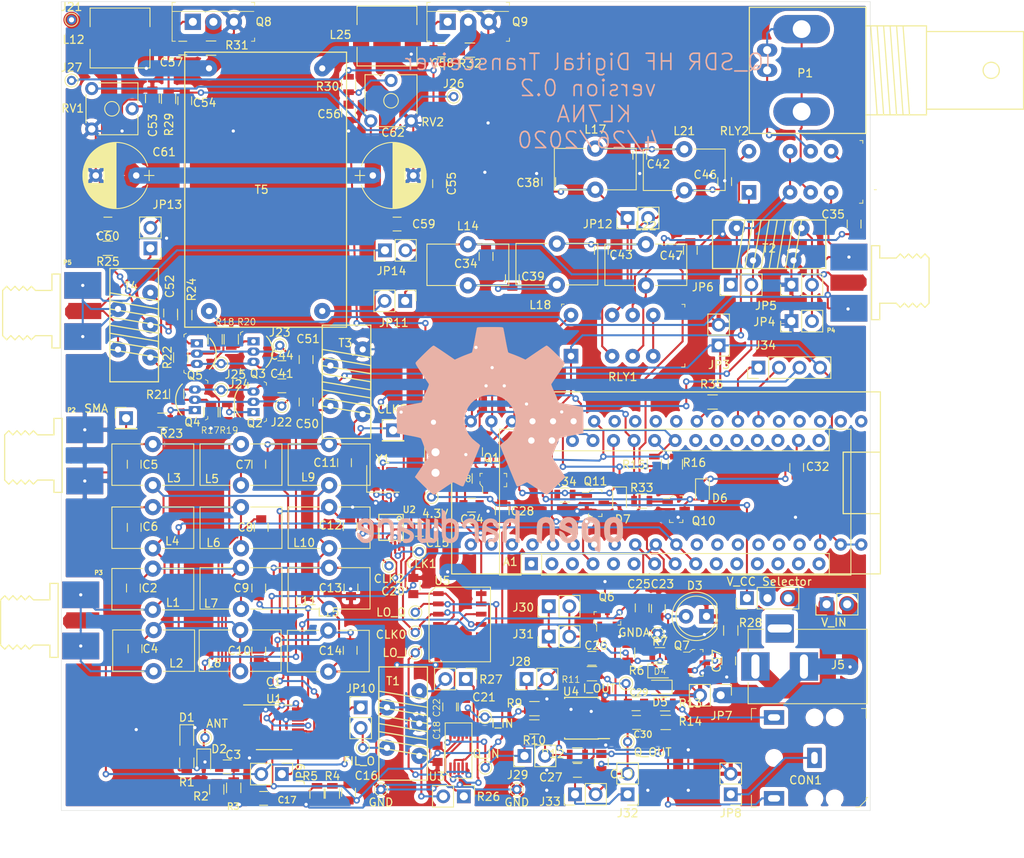
<source format=kicad_pcb>
(kicad_pcb (version 20171130) (host pcbnew 5.1.5+dfsg1-2build2)
  (title_block (title "Arduino HF SDR Receiver") (date 2019-07-11) (rev 0.1) (company "Walla Walla University") (comment 1 "Rob Frohne, KL7NA") (comment 2 "Open Hardware License"))
  (layers (0 F.Cu signal) (31 B.Cu signal) (34 B.Paste user) (35 F.Paste user) (36 B.SilkS user) (37 F.SilkS user) (38 B.Mask user) (39 F.Mask user) (44 Edge.Cuts user))
  (net 0 "")
  (net 1 GND)
  (net 2 +4.3V)
  (net 3 "Net-(C2-Pad1)")
  (net 4 "Net-(C3-Pad2)")
  (net 5 "Net-(C10-Pad2)")
  (net 6 "Net-(C5-Pad1)")
  (net 7 "Net-(C6-Pad1)")
  (net 8 "Net-(C11-Pad1)")
  (net 9 "Net-(C12-Pad1)")
  (net 10 "Net-(C13-Pad1)")
  (net 11 "Net-(C10-Pad1)")
  (net 12 +3V3)
  (net 13 V_CC)
  (net 14 "Net-(C21-Pad1)")
  (net 15 "Net-(C22-Pad1)")
  (net 16 GNDA)
  (net 17 "Net-(C24-Pad1)")
  (net 18 "Net-(C26-Pad2)")
  (net 19 "Net-(C26-Pad1)")
  (net 20 "Net-(C27-Pad2)")
  (net 21 "Net-(C27-Pad1)")
  (net 22 "Net-(C29-Pad1)")
  (net 23 "Net-(C30-Pad1)")
  (net 24 +5V)
  (net 25 "Net-(CON1-Pad3)")
  (net 26 "Net-(CON1-Pad2)")
  (net 27 V_IN)
  (net 28 "Net-(J6-Pad1)")
  (net 29 "Net-(J7-Pad1)")
  (net 30 "Net-(J9-Pad1)")
  (net 31 /LO_I)
  (net 32 /LO_Q)
  (net 33 /MUTE)
  (net 34 "Net-(U5-Pad12)")
  (net 35 "Net-(U2-Pad2)")
  (net 36 "Net-(U2-Pad3)")
  (net 37 /SCL)
  (net 38 /B1)
  (net 39 /SDA)
  (net 40 /B0)
  (net 41 "Net-(J19-Pad1)")
  (net 42 "Net-(J20-Pad1)")
  (net 43 /D_GND)
  (net 44 "Net-(C3-Pad1)")
  (net 45 "Net-(C4-Pad1)")
  (net 46 "Net-(C7-Pad2)")
  (net 47 "Net-(C8-Pad2)")
  (net 48 "Net-(C9-Pad2)")
  (net 49 "Net-(C23-Pad2)")
  (net 50 "Net-(C35-Pad1)")
  (net 51 "Net-(C41-Pad2)")
  (net 52 "Net-(C41-Pad1)")
  (net 53 "Net-(C44-Pad1)")
  (net 54 "Net-(C44-Pad2)")
  (net 55 "Net-(C50-Pad2)")
  (net 56 "Net-(C51-Pad2)")
  (net 57 "Net-(C52-Pad1)")
  (net 58 "Net-(C53-Pad1)")
  (net 59 "Net-(C54-Pad2)")
  (net 60 "Net-(C54-Pad1)")
  (net 61 "Net-(C55-Pad2)")
  (net 62 "Net-(C55-Pad1)")
  (net 63 "Net-(C56-Pad1)")
  (net 64 "Net-(C57-Pad2)")
  (net 65 "Net-(C58-Pad2)")
  (net 66 "Net-(CON1-Pad1)")
  (net 67 "Net-(D4-Pad1)")
  (net 68 "Net-(D4-Pad2)")
  (net 69 "Net-(D6-Pad2)")
  (net 70 "Net-(D7-Pad2)")
  (net 71 "Net-(J3-Pad2)")
  (net 72 "Net-(J34-Pad2)")
  (net 73 "Net-(J34-Pad1)")
  (net 74 /RX_ANT_-)
  (net 75 /RX_ANT_+)
  (net 76 "Net-(JP10-Pad1)")
  (net 77 "Net-(JP9-Pad1)")
  (net 78 "Net-(JP11-Pad2)")
  (net 79 "Net-(Q2-Pad1)")
  (net 80 "Net-(Q4-Pad1)")
  (net 81 "Net-(Q7-Pad2)")
  (net 82 "Net-(Q10-Pad1)")
  (net 83 "Net-(Q11-Pad1)")
  (net 84 "Net-(R26-Pad1)")
  (net 85 "Net-(R26-Pad2)")
  (net 86 "Net-(R27-Pad2)")
  (net 87 "Net-(R27-Pad1)")
  (net 88 /TX_BAND)
  (net 89 /ANT_RLY)
  (net 90 "Net-(R35-Pad1)")
  (net 91 "Net-(RLY1-Pad5)")
  (net 92 "Net-(JP13-Pad1)")
  (net 93 "Net-(JP14-Pad1)")
  (net 94 "Net-(Q3-Pad1)")
  (net 95 "Net-(Q5-Pad1)")
  (net 96 /Rfe)
  (net 97 /RFc)
  (net 98 /RFg)
  (net 99 /RFf)
  (net 100 /RFk)
  (net 101 /RFj)
  (net 102 /RFh)
  (net 103 /RFd)
  (net 104 /RFb)
  (net 105 /RFm)
  (net 106 /RFa)
  (net 107 /PA_V_CCb)
  (net 108 /PA_V_CCc)
  (module Symbols:OSHW-Logo2_36.5x30mm_SilkScreen (layer B.Cu) (at 148 99.1 180)
    (fp_text reference REF*** hide)
    (fp_text value OSHW-Logo2_36.5x30mm_SilkScreen hide)
  )
  (module digikey-footprints:SOT-23-3 (layer F.Cu) (at 162.5 121.25 90)
    (fp_text reference Q6 (at 2.65 -0.1 180) (layer F.SilkS))
    (fp_text value MMBT2222A-TP)
    (pad 3 smd rect (at 1.05 0 90) (size 1.3 0.6) (layers F.Cu F.Paste F.Mask) (net 13 V_CC))
    (pad 2 smd rect (at -1.05 0.95 90) (size 1.3 0.6) (layers F.Cu F.Paste F.Mask) (net 16 GNDA))
    (pad 1 smd rect (at -1.05 -0.95 90) (size 1.3 0.6) (layers F.Cu F.Paste F.Mask) (net 49 "Net-(C23-Pad2)"))
  )
  (module IQ_SDR:T50-2_vertical_5_pin (layer F.Cu) (at 104 85 270)
    (fp_text reference T4 (at -4.8 0.4 180) (layer F.SilkS))
    (fp_text value Transformer_SP_1S)
    (pad 1 thru_hole circle (at -4 -2 270) (size 2 2) (drill 0.762) (layers *.Cu *.Mask) (net 53 "Net-(C44-Pad1)"))
    (pad 2 thru_hole circle (at 0 -2 270) (size 2 2) (drill 0.762) (layers *.Cu *.Mask) (net 57 "Net-(C52-Pad1)"))
    (pad 3 thru_hole circle (at 4 -2 270) (size 2 2) (drill 0.762) (layers *.Cu *.Mask) (net 52 "Net-(C41-Pad1)"))
    (pad 4 thru_hole circle (at 3 2 270) (size 2 2) (drill 0.762) (layers *.Cu *.Mask) (net 92 "Net-(JP13-Pad1)"))
    (pad 5 thru_hole circle (at -2 2 270) (size 2 2) (drill 0.762) (layers *.Cu *.Mask) (net 93 "Net-(JP14-Pad1)"))
  )
  (module IQ_SDR:BN43-6802 (layer F.Cu) (at 120.25 68.25 270)
    (fp_text reference T5 (at 0 0.5) (layer F.SilkS))
    (fp_text value BN43-6802)
    (pad 2 thru_hole circle (at -15 -7 270) (size 2 2) (drill 0.762) (layers *.Cu *.Mask) (net 108 /PA_V_CCc))
    (pad 1 thru_hole circle (at -15 7 270) (size 2 2) (drill 0.762) (layers *.Cu *.Mask) (net 107 /PA_V_CCb))
    (pad 3 thru_hole circle (at 15 7 270) (size 2 2) (drill 0.762) (layers *.Cu *.Mask) (net 106 /RFa))
    (pad 4 thru_hole circle (at 15 -7 270) (size 2 2) (drill 0.762) (layers *.Cu *.Mask) (net 78 "Net-(JP11-Pad2)"))
  )
  (module Modules:Arduino_Nano (layer F.Cu) (at 153.1 114.5 90)
    (fp_text reference A1 (at 0.25 -2.6 180) (layer F.SilkS))
    (fp_text value Arduino_Nano_v3.x)
    (pad 16 thru_hole oval (at 15.24 35.56 90) (size 1.6 1.6) (drill 0.8) (layers *.Cu *.Mask))
    (pad 15 thru_hole oval (at 0 35.56 90) (size 1.6 1.6) (drill 0.8) (layers *.Cu *.Mask))
    (pad 30 thru_hole oval (at 15.24 0 90) (size 1.6 1.6) (drill 0.8) (layers *.Cu *.Mask))
    (pad 14 thru_hole oval (at 0 33.02 90) (size 1.6 1.6) (drill 0.8) (layers *.Cu *.Mask))
    (pad 29 thru_hole oval (at 15.24 2.54 90) (size 1.6 1.6) (drill 0.8) (layers *.Cu *.Mask) (net 43 /D_GND))
    (pad 13 thru_hole oval (at 0 30.48 90) (size 1.6 1.6) (drill 0.8) (layers *.Cu *.Mask))
    (pad 28 thru_hole oval (at 15.24 5.08 90) (size 1.6 1.6) (drill 0.8) (layers *.Cu *.Mask))
    (pad 12 thru_hole oval (at 0 27.94 90) (size 1.6 1.6) (drill 0.8) (layers *.Cu *.Mask))
    (pad 27 thru_hole oval (at 15.24 7.62 90) (size 1.6 1.6) (drill 0.8) (layers *.Cu *.Mask) (net 24 +5V))
    (pad 11 thru_hole oval (at 0 25.4 90) (size 1.6 1.6) (drill 0.8) (layers *.Cu *.Mask))
    (pad 26 thru_hole oval (at 15.24 10.16 90) (size 1.6 1.6) (drill 0.8) (layers *.Cu *.Mask) (net 89 /ANT_RLY))
    (pad 10 thru_hole oval (at 0 22.86 90) (size 1.6 1.6) (drill 0.8) (layers *.Cu *.Mask))
    (pad 25 thru_hole oval (at 15.24 12.7 90) (size 1.6 1.6) (drill 0.8) (layers *.Cu *.Mask) (net 88 /TX_BAND))
    (pad 9 thru_hole oval (at 0 20.32 90) (size 1.6 1.6) (drill 0.8) (layers *.Cu *.Mask) (net 33 /MUTE))
    (pad 24 thru_hole oval (at 15.24 15.24 90) (size 1.6 1.6) (drill 0.8) (layers *.Cu *.Mask) (net 37 /SCL))
    (pad 8 thru_hole oval (at 0 17.78 90) (size 1.6 1.6) (drill 0.8) (layers *.Cu *.Mask) (net 38 /B1))
    (pad 23 thru_hole oval (at 15.24 17.78 90) (size 1.6 1.6) (drill 0.8) (layers *.Cu *.Mask) (net 39 /SDA))
    (pad 7 thru_hole oval (at 0 15.24 90) (size 1.6 1.6) (drill 0.8) (layers *.Cu *.Mask) (net 40 /B0))
    (pad 22 thru_hole oval (at 15.24 20.32 90) (size 1.6 1.6) (drill 0.8) (layers *.Cu *.Mask))
    (pad 6 thru_hole oval (at 0 12.7 90) (size 1.6 1.6) (drill 0.8) (layers *.Cu *.Mask))
    (pad 21 thru_hole oval (at 15.24 22.86 90) (size 1.6 1.6) (drill 0.8) (layers *.Cu *.Mask))
    (pad 5 thru_hole oval (at 0 10.16 90) (size 1.6 1.6) (drill 0.8) (layers *.Cu *.Mask))
    (pad 20 thru_hole oval (at 15.24 25.4 90) (size 1.6 1.6) (drill 0.8) (layers *.Cu *.Mask))
    (pad 4 thru_hole oval (at 0 7.62 90) (size 1.6 1.6) (drill 0.8) (layers *.Cu *.Mask) (net 43 /D_GND))
    (pad 19 thru_hole oval (at 15.24 27.94 90) (size 1.6 1.6) (drill 0.8) (layers *.Cu *.Mask))
    (pad 3 thru_hole oval (at 0 5.08 90) (size 1.6 1.6) (drill 0.8) (layers *.Cu *.Mask))
    (pad 18 thru_hole oval (at 15.24 30.48 90) (size 1.6 1.6) (drill 0.8) (layers *.Cu *.Mask))
    (pad 2 thru_hole oval (at 0 2.54 90) (size 1.6 1.6) (drill 0.8) (layers *.Cu *.Mask))
    (pad 17 thru_hole oval (at 15.24 33.02 90) (size 1.6 1.6) (drill 0.8) (layers *.Cu *.Mask) (net 12 +3V3))
    (pad 1 thru_hole rect (at 0 0 90) (size 1.6 1.6) (drill 0.8) (layers *.Cu *.Mask))
  )
  (module Resistors_SMD:R_0805 (layer F.Cu) (at 170.9 102.2 270)
    (fp_text reference R16 (at -0.2 -2.35 180) (layer F.SilkS))
    (fp_text value 4.7k)
    (pad 1 smd rect (at -0.95 0 270) (size 0.7 1.3) (layers F.Cu F.Paste F.Mask) (net 37 /SCL))
    (pad 2 smd rect (at 0.95 0 270) (size 0.7 1.3) (layers F.Cu F.Paste F.Mask) (net 12 +3V3))
  )
  (module Resistors_SMD:R_0805 (layer F.Cu) (at 168.3 102.2 270)
    (fp_text reference R15 (at 0.05 2.55 180) (layer F.SilkS))
    (fp_text value 4.7k)
    (pad 1 smd rect (at -0.95 0 270) (size 0.7 1.3) (layers F.Cu F.Paste F.Mask) (net 39 /SDA))
    (pad 2 smd rect (at 0.95 0 270) (size 0.7 1.3) (layers F.Cu F.Paste F.Mask) (net 12 +3V3))
  )
  (module Capacitors_SMD:C_0805 (layer F.Cu) (at 121.2 130.75 180)
    (fp_text reference C1 (at -0.05 1.65) (layer F.SilkS))
    (fp_text value 0.01)
    (pad 2 smd rect (at 1 0 180) (size 1 1.25) (layers F.Cu F.Paste F.Mask) (net 1 GND))
    (pad 1 smd rect (at -1 0 180) (size 1 1.25) (layers F.Cu F.Paste F.Mask) (net 2 +4.3V))
  )
  (module Capacitors_SMD:C_0805 (layer F.Cu) (at 103.9 117.5 270)
    (fp_text reference C2 (at 0 -2 180) (layer F.SilkS))
    (fp_text value 820pF)
    (pad 1 smd rect (at -1 0 270) (size 1 1.25) (layers F.Cu F.Paste F.Mask) (net 3 "Net-(C2-Pad1)"))
    (pad 2 smd rect (at 1 0 270) (size 1 1.25) (layers F.Cu F.Paste F.Mask) (net 1 GND))
  )
  (module Capacitors_SMD:C_0805 (layer F.Cu) (at 115.5 139.6)
    (fp_text reference C3 (at 0.75 -1.5) (layer F.SilkS))
    (fp_text value 0.1uF)
    (pad 1 smd rect (at -1 0) (size 1 1.25) (layers F.Cu F.Paste F.Mask) (net 44 "Net-(C3-Pad1)"))
    (pad 2 smd rect (at 1 0) (size 1 1.25) (layers F.Cu F.Paste F.Mask) (net 4 "Net-(C3-Pad2)"))
  )
  (module Capacitors_SMD:C_0805 (layer F.Cu) (at 104.1 125 270)
    (fp_text reference C4 (at 0 -1.9 180) (layer F.SilkS))
    (fp_text value 1.5nF)
    (pad 1 smd rect (at -1 0 270) (size 1 1.25) (layers F.Cu F.Paste F.Mask) (net 45 "Net-(C4-Pad1)"))
    (pad 2 smd rect (at 1 0 270) (size 1 1.25) (layers F.Cu F.Paste F.Mask) (net 1 GND))
  )
  (module Capacitors_SMD:C_0805 (layer F.Cu) (at 104 102.2 270)
    (fp_text reference C5 (at 0.05 -2 180) (layer F.SilkS))
    (fp_text value 220pF)
    (pad 1 smd rect (at -1 0 270) (size 1 1.25) (layers F.Cu F.Paste F.Mask) (net 6 "Net-(C5-Pad1)"))
    (pad 2 smd rect (at 1 0 270) (size 1 1.25) (layers F.Cu F.Paste F.Mask) (net 1 GND))
  )
  (module Capacitors_SMD:C_0805 (layer F.Cu) (at 104 110 270)
    (fp_text reference C6 (at -0.1 -2 180) (layer F.SilkS))
    (fp_text value 390pF)
    (pad 1 smd rect (at -1 0 270) (size 1 1.25) (layers F.Cu F.Paste F.Mask) (net 7 "Net-(C6-Pad1)"))
    (pad 2 smd rect (at 1 0 270) (size 1 1.25) (layers F.Cu F.Paste F.Mask) (net 1 GND))
  )
  (module Capacitors_SMD:C_0805 (layer F.Cu) (at 119.4 102.2 90)
    (fp_text reference C7 (at -0.05 -1.9 180) (layer F.SilkS))
    (fp_text value 47pF)
    (pad 2 smd rect (at 1 0 90) (size 1 1.25) (layers F.Cu F.Paste F.Mask) (net 46 "Net-(C7-Pad2)"))
    (pad 1 smd rect (at -1 0 90) (size 1 1.25) (layers F.Cu F.Paste F.Mask) (net 8 "Net-(C11-Pad1)"))
  )
  (module Capacitors_SMD:C_0805 (layer F.Cu) (at 119.7 110 90)
    (fp_text reference C8 (at 0 -1.95 180) (layer F.SilkS))
    (fp_text value 100pF)
    (pad 2 smd rect (at 1 0 90) (size 1 1.25) (layers F.Cu F.Paste F.Mask) (net 47 "Net-(C8-Pad2)"))
    (pad 1 smd rect (at -1 0 90) (size 1 1.25) (layers F.Cu F.Paste F.Mask) (net 9 "Net-(C12-Pad1)"))
  )
  (module Capacitors_SMD:C_0805 (layer F.Cu) (at 119.4 117.5 90)
    (fp_text reference C9 (at 0 -2.15 180) (layer F.SilkS))
    (fp_text value 180pF)
    (pad 2 smd rect (at 1 0 90) (size 1 1.25) (layers F.Cu F.Paste F.Mask) (net 48 "Net-(C9-Pad2)"))
    (pad 1 smd rect (at -1 0 90) (size 1 1.25) (layers F.Cu F.Paste F.Mask) (net 10 "Net-(C13-Pad1)"))
  )
  (module Capacitors_SMD:C_0805 (layer F.Cu) (at 119.4 125.3 90)
    (fp_text reference C10 (at 0.05 -2.4 180) (layer F.SilkS))
    (fp_text value 470pF)
    (pad 2 smd rect (at 1 0 90) (size 1 1.25) (layers F.Cu F.Paste F.Mask) (net 5 "Net-(C10-Pad2)"))
    (pad 1 smd rect (at -1 0 90) (size 1 1.25) (layers F.Cu F.Paste F.Mask) (net 11 "Net-(C10-Pad1)"))
  )
  (module Capacitors_SMD:C_0805 (layer F.Cu) (at 130 102 270)
    (fp_text reference C11 (at 0 2.4 180) (layer F.SilkS))
    (fp_text value 220pF)
    (pad 1 smd rect (at -1 0 270) (size 1 1.25) (layers F.Cu F.Paste F.Mask) (net 8 "Net-(C11-Pad1)"))
    (pad 2 smd rect (at 1 0 270) (size 1 1.25) (layers F.Cu F.Paste F.Mask) (net 1 GND))
  )
  (module Capacitors_SMD:C_0805 (layer F.Cu) (at 130.7 109.9 270)
    (fp_text reference C12 (at -0.15 2.45 180) (layer F.SilkS))
    (fp_text value 390pF)
    (pad 1 smd rect (at -1 0 270) (size 1 1.25) (layers F.Cu F.Paste F.Mask) (net 9 "Net-(C12-Pad1)"))
    (pad 2 smd rect (at 1 0 270) (size 1 1.25) (layers F.Cu F.Paste F.Mask) (net 1 GND))
  )
  (module Capacitors_SMD:C_0805 (layer F.Cu) (at 130.8 117.5 270)
    (fp_text reference C13 (at 0 2.55 180) (layer F.SilkS))
    (fp_text value 820pF)
    (pad 1 smd rect (at -1 0 270) (size 1 1.25) (layers F.Cu F.Paste F.Mask) (net 10 "Net-(C13-Pad1)"))
    (pad 2 smd rect (at 1 0 270) (size 1 1.25) (layers F.Cu F.Paste F.Mask) (net 1 GND))
  )
  (module Capacitors_SMD:C_0805 (layer F.Cu) (at 130.7 125.2 270)
    (fp_text reference C14 (at 0.05 2.45 180) (layer F.SilkS))
    (fp_text value 1.5nF)
    (pad 1 smd rect (at -1 0 270) (size 1 1.25) (layers F.Cu F.Paste F.Mask) (net 11 "Net-(C10-Pad1)"))
    (pad 2 smd rect (at 1 0 270) (size 1 1.25) (layers F.Cu F.Paste F.Mask) (net 1 GND))
  )
  (module Capacitors_SMD:C_0805 (layer F.Cu) (at 139.25 110.25)
    (fp_text reference C15 (at 2.25 1.65) (layer F.SilkS))
    (fp_text value 0.1uF)
    (pad 1 smd rect (at -1 0) (size 1 1.25) (layers F.Cu F.Paste F.Mask) (net 12 +3V3))
    (pad 2 smd rect (at 1 0) (size 1 1.25) (layers F.Cu F.Paste F.Mask) (net 1 GND))
  )
  (module Capacitors_SMD:C_0805 (layer F.Cu) (at 130.5 142.75 90)
    (fp_text reference C16 (at 2.05 2.2 180) (layer F.SilkS))
    (fp_text value 0.1uF)
    (pad 1 smd rect (at -1 0 90) (size 1 1.25) (layers F.Cu F.Paste F.Mask) (net 2 +4.3V))
    (pad 2 smd rect (at 1 0 90) (size 1 1.25) (layers F.Cu F.Paste F.Mask) (net 16 GNDA))
  )
  (module Capacitors_SMD:C_0805 (layer F.Cu) (at 120 143.5 180)
    (fp_text reference C17 (at -2.9 -0.2) (layer F.SilkS) (effects (font (size 0.8 0.8))))
    (fp_text value 0.1uF)
    (pad 2 smd rect (at 1 0 180) (size 1 1.25) (layers F.Cu F.Paste F.Mask) (net 1 GND))
    (pad 1 smd rect (at -1 0 180) (size 1 1.25) (layers F.Cu F.Paste F.Mask) (net 16 GNDA))
  )
  (module Capacitors_SMD:C_0805 (layer F.Cu) (at 141.5 138 270)
    (fp_text reference C18 (at -2.9 0.1 270) (layer F.SilkS) (effects (font (size 0.8 0.8) (thickness 0.1))))
    (fp_text value 0.01)
    (pad 2 smd rect (at 1 0 270) (size 1 1.25) (layers F.Cu F.Paste F.Mask) (net 1 GND))
    (pad 1 smd rect (at -1 0 270) (size 1 1.25) (layers F.Cu F.Paste F.Mask) (net 2 +4.3V))
  )
  (module Capacitors_SMD:C_0805 (layer F.Cu) (at 161.75 139.01 270)
    (fp_text reference C19 (at 1.49 -2.5 180) (layer F.SilkS))
    (fp_text value 0.01)
    (pad 2 smd rect (at 1 0 270) (size 1 1.25) (layers F.Cu F.Paste F.Mask) (net 1 GND))
    (pad 1 smd rect (at -1 0 270) (size 1 1.25) (layers F.Cu F.Paste F.Mask) (net 13 V_CC))
  )
  (module Capacitors_SMD:C_0805 (layer F.Cu) (at 138.5 117.25 90)
    (fp_text reference C20 (at -0.65 -2.5 180) (layer F.SilkS))
    (fp_text value 0.1uF)
    (pad 1 smd rect (at -1 0 90) (size 1 1.25) (layers F.Cu F.Paste F.Mask) (net 12 +3V3))
    (pad 2 smd rect (at 1 0 90) (size 1 1.25) (layers F.Cu F.Paste F.Mask) (net 1 GND))
  )
  (module Capacitors_SMD:C_0805 (layer F.Cu) (at 144.9 132.2 90)
    (fp_text reference C21 (at 1.2 2.35 180) (layer F.SilkS))
    (fp_text value 0.02uF)
    (pad 2 smd rect (at 1 0 90) (size 1 1.25) (layers F.Cu F.Paste F.Mask) (net 1 GND))
    (pad 1 smd rect (at -1 0 90) (size 1 1.25) (layers F.Cu F.Paste F.Mask) (net 14 "Net-(C21-Pad1)"))
  )
  (module Capacitors_SMD:C_0805 (layer F.Cu) (at 143 132.2 90)
    (fp_text reference C22 (at -0.1 -1.6 270) (layer F.SilkS) (effects (font (size 0.8 0.8) (thickness 0.1))))
    (fp_text value 0.02uF)
    (pad 1 smd rect (at -1 0 90) (size 1 1.25) (layers F.Cu F.Paste F.Mask) (net 15 "Net-(C22-Pad1)"))
    (pad 2 smd rect (at 1 0 90) (size 1 1.25) (layers F.Cu F.Paste F.Mask) (net 1 GND))
  )
  (module Capacitors_SMD:C_0805 (layer F.Cu) (at 168.8 120.05 270)
    (fp_text reference C23 (at -3.05 -0.5 180) (layer F.SilkS))
    (fp_text value 10uF)
    (pad 2 smd rect (at 1 0 270) (size 1 1.25) (layers F.Cu F.Paste F.Mask) (net 49 "Net-(C23-Pad2)"))
    (pad 1 smd rect (at -1 0 270) (size 1 1.25) (layers F.Cu F.Paste F.Mask) (net 1 GND))
  )
  (module Capacitors_SMD:C_0805 (layer F.Cu) (at 145.7 107.25)
    (fp_text reference C24 (at 0.05 1.75) (layer F.SilkS))
    (fp_text value 10uF)
    (pad 2 smd rect (at 1 0) (size 1 1.25) (layers F.Cu F.Paste F.Mask) (net 1 GND))
    (pad 1 smd rect (at -1 0) (size 1 1.25) (layers F.Cu F.Paste F.Mask) (net 17 "Net-(C24-Pad1)"))
  )
  (module Capacitors_SMD:C_0805 (layer F.Cu) (at 166.8 119.95 270)
    (fp_text reference C25 (at -2.95 0.4 180) (layer F.SilkS))
    (fp_text value 0.1uF)
    (pad 1 smd rect (at -1 0 270) (size 1 1.25) (layers F.Cu F.Paste F.Mask) (net 1 GND))
    (pad 2 smd rect (at 1 0 270) (size 1 1.25) (layers F.Cu F.Paste F.Mask) (net 16 GNDA))
  )
  (module Capacitors_SMD:C_0805 (layer F.Cu) (at 160.59 126.19 180)
    (fp_text reference C26 (at -0.51 1.59) (layer F.SilkS))
    (fp_text value 50pF)
    (pad 1 smd rect (at -1 0 180) (size 1 1.25) (layers F.Cu F.Paste F.Mask) (net 19 "Net-(C26-Pad1)"))
    (pad 2 smd rect (at 1 0 180) (size 1 1.25) (layers F.Cu F.Paste F.Mask) (net 18 "Net-(C26-Pad2)"))
  )
  (module Capacitors_SMD:C_0805 (layer F.Cu) (at 158.79 140.04 180)
    (fp_text reference C27 (at 3.29 -0.86) (layer F.SilkS))
    (fp_text value 50pF)
    (pad 1 smd rect (at -1 0 180) (size 1 1.25) (layers F.Cu F.Paste F.Mask) (net 21 "Net-(C27-Pad1)"))
    (pad 2 smd rect (at 1 0 180) (size 1 1.25) (layers F.Cu F.Paste F.Mask) (net 20 "Net-(C27-Pad2)"))
  )
  (module Capacitors_SMD:C_0805 (layer F.Cu) (at 149.5 107.95 270)
    (fp_text reference C28 (at 0.05 -2.5 180) (layer F.SilkS))
    (fp_text value 0.1uF)
    (pad 2 smd rect (at 1 0 270) (size 1 1.25) (layers F.Cu F.Paste F.Mask) (net 1 GND))
    (pad 1 smd rect (at -1 0 270) (size 1 1.25) (layers F.Cu F.Paste F.Mask) (net 2 +4.3V))
  )
  (module Capacitors_SMD:C_0805 (layer F.Cu) (at 166.03 131.81 180)
    (fp_text reference C29 (at -0.37 1.41) (layer F.SilkS) (effects (font (size 0.8 0.8))))
    (fp_text value 10uF)
    (pad 2 smd rect (at 1 0 180) (size 1 1.25) (layers F.Cu F.Paste F.Mask) (net 19 "Net-(C26-Pad1)"))
    (pad 1 smd rect (at -1 0 180) (size 1 1.25) (layers F.Cu F.Paste F.Mask) (net 22 "Net-(C29-Pad1)"))
  )
  (module Capacitors_SMD:C_0805 (layer F.Cu) (at 166.11 134.12 180)
    (fp_text reference C30 (at -0.79 -1.48) (layer F.SilkS) (effects (font (size 0.8 0.8))))
    (fp_text value 10uF)
    (pad 2 smd rect (at 1 0 180) (size 1 1.25) (layers F.Cu F.Paste F.Mask) (net 21 "Net-(C27-Pad1)"))
    (pad 1 smd rect (at -1 0 180) (size 1 1.25) (layers F.Cu F.Paste F.Mask) (net 23 "Net-(C30-Pad1)"))
  )
  (module Capacitors_SMD:C_0805 (layer F.Cu) (at 146.2 100.65 90)
    (fp_text reference C31 (at 0.25 -1.8 90) (layer F.SilkS))
    (fp_text value 10uF)
    (pad 2 smd rect (at 1 0 90) (size 1 1.25) (layers F.Cu F.Paste F.Mask) (net 1 GND))
    (pad 1 smd rect (at -1 0 90) (size 1 1.25) (layers F.Cu F.Paste F.Mask) (net 24 +5V))
  )
  (module Capacitors_SMD:C_0805 (layer F.Cu) (at 185.9 102.6 270)
    (fp_text reference C32 (at -0.1 -2.6 180) (layer F.SilkS))
    (fp_text value 0.1uF)
    (pad 2 smd rect (at 1 0 270) (size 1 1.25) (layers F.Cu F.Paste F.Mask) (net 1 GND))
    (pad 1 smd rect (at -1 0 270) (size 1 1.25) (layers F.Cu F.Paste F.Mask) (net 12 +3V3))
  )
  (module digikey-footprints:Headphone_Jack_2.5mm_SJ1-3523N (layer F.Cu) (at 183.1 138.5 180)
    (fp_text reference CON1 (at -3.9 -2.75) (layer F.SilkS))
    (fp_text value SJ1-3523N)
    (pad 3 thru_hole rect (at 0 -5 180) (size 2.5 1.8) (drill oval 1.5 0.8) (layers *.Cu *.Mask) (net 25 "Net-(CON1-Pad3)"))
    (pad 2 thru_hole rect (at 0 5 180) (size 2.5 1.8) (drill oval 1.5 0.8) (layers *.Cu *.Mask) (net 26 "Net-(CON1-Pad2)"))
    (pad 1 thru_hole rect (at -5 0 180) (size 1.8 2.5) (drill oval 0.8 1.5) (layers *.Cu *.Mask) (net 66 "Net-(CON1-Pad1)"))
    (pad "" np_thru_hole circle (at 0 0 180) (size 1.2 1.2) (drill 1.2) (layers *.Cu *.Mask))
    (pad "" np_thru_hole circle (at -5 -5 180) (size 1.2 1.2) (drill 1.2) (layers *.Cu *.Mask))
    (pad "" np_thru_hole circle (at -7.5 -5 180) (size 1.2 1.2) (drill 1.2) (layers *.Cu *.Mask))
    (pad "" np_thru_hole circle (at -5 5 180) (size 1.2 1.2) (drill 1.2) (layers *.Cu *.Mask))
    (pad "" np_thru_hole circle (at -7.5 5 180) (size 1.2 1.2) (drill 1.2) (layers *.Cu *.Mask))
  )
  (module Diodes_SMD:D_SOD-323 (layer F.Cu) (at 110.5 135.9 270)
    (fp_text reference D1 (at -2.4 0 180) (layer F.SilkS))
    (fp_text value 1N914)
    (pad 1 smd rect (at -1.05 0 270) (size 0.6 0.45) (layers F.Cu F.Paste F.Mask) (net 1 GND))
    (pad 2 smd rect (at 1.05 0 270) (size 0.6 0.45) (layers F.Cu F.Paste F.Mask) (net 44 "Net-(C3-Pad1)"))
  )
  (module Diodes_SMD:D_SOD-323 (layer F.Cu) (at 112.6 138.9 270)
    (fp_text reference D2 (at -1.5 -1.9 180) (layer F.SilkS))
    (fp_text value 1N914)
    (pad 2 smd rect (at 1.05 0 270) (size 0.6 0.45) (layers F.Cu F.Paste F.Mask) (net 1 GND))
    (pad 1 smd rect (at -1.05 0 270) (size 0.6 0.45) (layers F.Cu F.Paste F.Mask) (net 44 "Net-(C3-Pad1)"))
  )
  (module Connectors:PINTST (layer F.Cu) (at 112.75 136)
    (fp_text reference J1 hide)
    (fp_text value ANT (at 1.5 -1.75) (layer F.SilkS))
    (pad 1 thru_hole circle (at 0 0) (size 1.143 1.143) (drill 0.635) (layers *.Cu *.Mask) (net 44 "Net-(C3-Pad1)"))
  )
  (module Connectors:PINTST (layer F.Cu) (at 134.5 142.4)
    (fp_text reference J2 hide)
    (fp_text value GND (at 0 1.6) (layer F.SilkS))
    (pad 1 thru_hole circle (at 0 0) (size 1.143 1.143) (drill 0.635) (layers *.Cu *.Mask) (net 1 GND))
  )
  (module Pin_Headers:Pin_Header_Straight_1x02_Pitch2.54mm (layer F.Cu) (at 189.6 119.5 90)
    (fp_text reference J3 hide)
    (fp_text value V_IN (at -2.25 0.9 180) (layer F.SilkS))
    (pad 2 thru_hole oval (at 0 2.54 90) (size 1.7 1.7) (drill 1) (layers *.Cu *.Mask) (net 71 "Net-(J3-Pad2)"))
    (pad 1 thru_hole rect (at 0 0 90) (size 1.7 1.7) (drill 1) (layers *.Cu *.Mask) (net 27 V_IN))
  )
  (module Connectors:PINTST (layer F.Cu) (at 151.3 142.4)
    (fp_text reference J4 hide)
    (fp_text value GND (at 0 1.6) (layer F.SilkS))
    (pad 1 thru_hole circle (at 0 0) (size 1.143 1.143) (drill 0.635) (layers *.Cu *.Mask) (net 1 GND))
  )
  (module Connectors:BARREL_JACK (layer F.Cu) (at 180.8 127.2 180)
    (fp_text reference J5 (at -10.2 0.2 180) (layer F.SilkS))
    (fp_text value V_IN)
    (pad 3 thru_hole rect (at -3 4.7 180) (size 3.5 3.5) (drill oval 3 1) (layers *.Cu *.Mask))
    (pad 2 thru_hole rect (at -6 0 180) (size 3.5 3.5) (drill oval 1 3) (layers *.Cu *.Mask) (net 71 "Net-(J3-Pad2)"))
    (pad 1 thru_hole rect (at 0 0 180) (size 3.5 3.5) (drill oval 1 3) (layers *.Cu *.Mask) (net 27 V_IN))
  )
  (module Connectors:PINTST (layer F.Cu) (at 132.25 137.25)
    (fp_text reference J6 hide)
    (fp_text value FIL_O (at -0.45 1.65) (layer F.SilkS))
    (pad 1 thru_hole circle (at 0 0) (size 1.143 1.143) (drill 0.635) (layers *.Cu *.Mask) (net 28 "Net-(J6-Pad1)"))
  )
  (module Connectors:PINTST (layer F.Cu) (at 139.25 113)
    (fp_text reference J7 hide)
    (fp_text value CLK1 (at 0.25 1.5) (layer F.SilkS))
    (pad 1 thru_hole circle (at 0 0) (size 1.143 1.143) (drill 0.635) (layers *.Cu *.Mask) (net 29 "Net-(J7-Pad1)"))
  )
  (module Connectors:PINTST (layer F.Cu) (at 135.5 114.75)
    (fp_text reference J8 hide)
    (fp_text value CLK2 (at 0 1.6) (layer F.SilkS))
    (pad 1 thru_hole circle (at 0 0) (size 1.143 1.143) (drill 0.635) (layers *.Cu *.Mask) (net 41 "Net-(J19-Pad1)"))
  )
  (module Connectors:PINTST (layer F.Cu) (at 138.75 123)
    (fp_text reference J9 hide)
    (fp_text value CLK0 (at -3 0.25) (layer F.SilkS))
    (pad 1 thru_hole circle (at 0 0) (size 1.143 1.143) (drill 0.635) (layers *.Cu *.Mask) (net 30 "Net-(J9-Pad1)"))
  )
  (module Connectors:PINTST (layer F.Cu) (at 138.75 125.5)
    (fp_text reference J10 hide)
    (fp_text value LO_I (at -2.5 0) (layer F.SilkS))
    (pad 1 thru_hole circle (at 0 0) (size 1.143 1.143) (drill 0.635) (layers *.Cu *.Mask) (net 31 /LO_I))
  )
  (module Connectors:PINTST (layer F.Cu) (at 138.75 120.5)
    (fp_text reference J11 hide)
    (fp_text value LO_Q (at -3 0) (layer F.SilkS))
    (pad 1 thru_hole circle (at 0 0) (size 1.143 1.143) (drill 0.635) (layers *.Cu *.Mask) (net 32 /LO_Q))
  )
  (module Connectors:PINTST (layer F.Cu) (at 168.7 123.15 90)
    (fp_text reference J12 hide)
    (fp_text value GNDA (at 0.15 -2.9 180) (layer F.SilkS))
    (pad 1 thru_hole circle (at 0 0 90) (size 1.143 1.143) (drill 0.635) (layers *.Cu *.Mask) (net 16 GNDA))
  )
  (module Connectors:PINTST (layer F.Cu) (at 147.35 133.45)
    (fp_text reference J13 hide)
    (fp_text value I_IN (at 2.15 0.8) (layer F.SilkS))
    (pad 1 thru_hole circle (at 0 0) (size 1.143 1.143) (drill 0.635) (layers *.Cu *.Mask) (net 14 "Net-(C21-Pad1)"))
  )
  (module Connectors:PINTST (layer F.Cu) (at 147.4 139.7)
    (fp_text reference J14 hide)
    (fp_text value Q_IN (at 0.1 -1.7) (layer F.SilkS))
    (pad 1 thru_hole circle (at 0 0) (size 1.143 1.143) (drill 0.635) (layers *.Cu *.Mask) (net 15 "Net-(C22-Pad1)"))
  )
  (module Connectors:PINTST (layer F.Cu) (at 141 97)
    (fp_text reference J15 hide)
    (fp_text value +5V (at 0 -2.1) (layer F.SilkS))
    (pad 1 thru_hole circle (at 0 0) (size 1.143 1.143) (drill 0.635) (layers *.Cu *.Mask) (net 24 +5V))
  )
  (module Connectors:PINTST (layer F.Cu) (at 140.75 106.25)
    (fp_text reference J16 hide)
    (fp_text value 4.3V (at 0.45 2.05) (layer F.SilkS))
    (pad 1 thru_hole circle (at 0 0) (size 1.143 1.143) (drill 0.635) (layers *.Cu *.Mask) (net 2 +4.3V))
  )
  (module Connectors:PINTST (layer F.Cu) (at 164.8 129.3)
    (fp_text reference J17 hide)
    (fp_text value I_OUT (at -3.3 0.6) (layer F.SilkS))
    (pad 1 thru_hole circle (at 0 0) (size 1.143 1.143) (drill 0.635) (layers *.Cu *.Mask) (net 19 "Net-(C26-Pad1)"))
  )
  (module Connectors:PINTST (layer F.Cu) (at 165 136.5)
    (fp_text reference J18 hide)
    (fp_text value Q_OUT (at 3.1 1.3) (layer F.SilkS))
    (pad 1 thru_hole circle (at 0 0) (size 1.143 1.143) (drill 0.635) (layers *.Cu *.Mask) (net 21 "Net-(C27-Pad1)"))
  )
  (module Pin_Headers:Pin_Header_Straight_1x02_Pitch2.54mm (layer F.Cu) (at 141.25 103.25 180)
    (fp_text reference JP1 hide)
    (fp_text value "smooth disable" hide)
    (pad 1 thru_hole rect (at 0 0 180) (size 1.7 1.7) (drill 1) (layers *.Cu *.Mask) (net 2 +4.3V))
    (pad 2 thru_hole oval (at 0 2.54 180) (size 1.7 1.7) (drill 1) (layers *.Cu *.Mask) (net 24 +5V))
  )
  (module Pin_Headers:Pin_Header_Straight_1x03_Pitch2.54mm (layer F.Cu) (at 179.75 118.75 90)
    (fp_text reference JP2 hide)
    (fp_text value "V_CC Selector" (at 2.05 2.75 180) (layer F.SilkS))
    (pad 3 thru_hole oval (at 0 5.08 90) (size 1.7 1.7) (drill 1) (layers *.Cu *.Mask) (net 27 V_IN))
    (pad 2 thru_hole oval (at 0 2.54 90) (size 1.7 1.7) (drill 1) (layers *.Cu *.Mask) (net 13 V_CC))
    (pad 1 thru_hole rect (at 0 0 90) (size 1.7 1.7) (drill 1) (layers *.Cu *.Mask) (net 2 +4.3V))
  )
  (module Inductors_THT:L_Toroid_Vertical_L10.0mm_W5.0mm_P5.08mm (layer F.Cu) (at 106.3 115.1)
    (fp_text reference L1 (at 2.5 4.2) (layer F.SilkS))
    (fp_text value 1uH)
    (pad 2 thru_hole circle (at 0 5.08) (size 2 2) (drill 1) (layers *.Cu *.Mask) (net 16 GNDA))
    (pad 1 thru_hole circle (at 0 0) (size 2 2) (drill 1) (layers *.Cu *.Mask) (net 3 "Net-(C2-Pad1)"))
  )
  (module Inductors_THT:L_Toroid_Vertical_L10.0mm_W5.0mm_P5.08mm (layer F.Cu) (at 106.4 122.7)
    (fp_text reference L2 (at 2.8 4.1) (layer F.SilkS))
    (fp_text value 2.4uH)
    (pad 1 thru_hole circle (at 0 0) (size 2 2) (drill 1) (layers *.Cu *.Mask) (net 45 "Net-(C4-Pad1)"))
    (pad 2 thru_hole circle (at 0 5.08) (size 2 2) (drill 1) (layers *.Cu *.Mask) (net 16 GNDA))
  )
  (module Inductors_THT:L_Toroid_Vertical_L10.0mm_W5.0mm_P5.08mm (layer F.Cu) (at 106.3 99.7)
    (fp_text reference L3 (at 2.6 4.2) (layer F.SilkS))
    (fp_text value 232nH)
    (pad 2 thru_hole circle (at 0 5.08) (size 2 2) (drill 1) (layers *.Cu *.Mask) (net 16 GNDA))
    (pad 1 thru_hole circle (at 0 0) (size 2 2) (drill 1) (layers *.Cu *.Mask) (net 6 "Net-(C5-Pad1)"))
  )
  (module Inductors_THT:L_Toroid_Vertical_L10.0mm_W5.0mm_P5.08mm (layer F.Cu) (at 106.3 107.5)
    (fp_text reference L4 (at 2.4 4.2) (layer F.SilkS))
    (fp_text value 497nH)
    (pad 1 thru_hole circle (at 0 0) (size 2 2) (drill 1) (layers *.Cu *.Mask) (net 7 "Net-(C6-Pad1)"))
    (pad 2 thru_hole circle (at 0 5.08) (size 2 2) (drill 1) (layers *.Cu *.Mask) (net 16 GNDA))
  )
  (module Inductors_THT:L_Toroid_Vertical_L10.0mm_W5.0mm_P5.08mm (layer F.Cu) (at 117.2 99.7)
    (fp_text reference L5 (at -3.6 4.3) (layer F.SilkS))
    (fp_text value 1.137uH)
    (pad 1 thru_hole circle (at 0 0) (size 2 2) (drill 1) (layers *.Cu *.Mask) (net 6 "Net-(C5-Pad1)"))
    (pad 2 thru_hole circle (at 0 5.08) (size 2 2) (drill 1) (layers *.Cu *.Mask) (net 46 "Net-(C7-Pad2)"))
  )
  (module Inductors_THT:L_Toroid_Vertical_L10.0mm_W5.0mm_P5.08mm (layer F.Cu) (at 117.2 107.5)
    (fp_text reference L6 (at -3.4 4.4) (layer F.SilkS))
    (fp_text value 1.98uH)
    (pad 2 thru_hole circle (at 0 5.08) (size 2 2) (drill 1) (layers *.Cu *.Mask) (net 47 "Net-(C8-Pad2)"))
    (pad 1 thru_hole circle (at 0 0) (size 2 2) (drill 1) (layers *.Cu *.Mask) (net 7 "Net-(C6-Pad1)"))
  )
  (module Inductors_THT:L_Toroid_Vertical_L10.0mm_W5.0mm_P5.08mm (layer F.Cu) (at 117.2 115)
    (fp_text reference L7 (at -3.7 4.4) (layer F.SilkS))
    (fp_text value 4uH)
    (pad 1 thru_hole circle (at 0 0) (size 2 2) (drill 1) (layers *.Cu *.Mask) (net 3 "Net-(C2-Pad1)"))
    (pad 2 thru_hole circle (at 0 5.08) (size 2 2) (drill 1) (layers *.Cu *.Mask) (net 48 "Net-(C9-Pad2)"))
  )
  (module Inductors_THT:L_Toroid_Vertical_L10.0mm_W5.0mm_P5.08mm (layer F.Cu) (at 117.1 122.7)
    (fp_text reference L8 (at -3.2 4.1) (layer F.SilkS))
    (fp_text value 7.2uH)
    (pad 2 thru_hole circle (at 0 5.08) (size 2 2) (drill 1) (layers *.Cu *.Mask) (net 5 "Net-(C10-Pad2)"))
    (pad 1 thru_hole circle (at 0 0) (size 2 2) (drill 1) (layers *.Cu *.Mask) (net 45 "Net-(C4-Pad1)"))
  )
  (module Inductors_THT:L_Toroid_Vertical_L10.0mm_W5.0mm_P5.08mm (layer F.Cu) (at 128.1 99.7)
    (fp_text reference L9 (at -2.6 4.1) (layer F.SilkS))
    (fp_text value 256nH)
    (pad 1 thru_hole circle (at 0 0) (size 2 2) (drill 1) (layers *.Cu *.Mask) (net 8 "Net-(C11-Pad1)"))
    (pad 2 thru_hole circle (at 0 5.08) (size 2 2) (drill 1) (layers *.Cu *.Mask) (net 16 GNDA))
  )
  (module Inductors_THT:L_Toroid_Vertical_L10.0mm_W5.0mm_P5.08mm (layer F.Cu) (at 128.1 107.5)
    (fp_text reference L10 (at -3.1 4.4) (layer F.SilkS))
    (fp_text value 626nH)
    (pad 2 thru_hole circle (at 0 5.08) (size 2 2) (drill 1) (layers *.Cu *.Mask) (net 16 GNDA))
    (pad 1 thru_hole circle (at 0 0) (size 2 2) (drill 1) (layers *.Cu *.Mask) (net 9 "Net-(C12-Pad1)"))
  )
  (module Inductors_THT:L_Toroid_Vertical_L10.0mm_W5.0mm_P5.08mm (layer F.Cu) (at 128.1 115)
    (fp_text reference L11 (at -2.9 4.1) (layer F.SilkS))
    (fp_text value 1.7uH)
    (pad 1 thru_hole circle (at 0 0) (size 2 2) (drill 1) (layers *.Cu *.Mask) (net 10 "Net-(C13-Pad1)"))
    (pad 2 thru_hole circle (at 0 5.08) (size 2 2) (drill 1) (layers *.Cu *.Mask) (net 16 GNDA))
  )
  (module Connectors_TE-Connectivity:BNC_Socket_TYCO-AMP_LargePads (layer F.Cu) (at 187.25 53.5 270)
    (fp_text reference P1 (at 0.35 0.3 180) (layer F.SilkS))
    (fp_text value BNC)
    (pad 2 thru_hole oval (at -2.49936 5.00126 270) (size 1.6002 2.49936) (drill 1.00076) (layers *.Cu *.Mask) (net 104 /RFb))
    (pad 1 thru_hole oval (at 0 5.00126 270) (size 1.6002 2.49936) (drill 1.00076) (layers *.Cu *.Mask) (net 105 /RFm))
    (pad 2 thru_hole oval (at 5.10032 0.7366 270) (size 3.50012 7.00024) (drill 2.19964) (layers *.Cu *.Mask) (net 104 /RFb))
    (pad 2 thru_hole oval (at -5.09778 0.7366 270) (size 3.50012 7.00024) (drill 2.19964) (layers *.Cu *.Mask) (net 104 /RFb))
  )
  (module SMA:SMA_EDGE (layer F.Cu) (at 89 101.1 180)
    (fp_text reference P2 (at -7.25 5.6) (layer F.SilkS) (effects (font (size 0.524 0.524) (thickness 0.131))))
    (fp_text value SMA hide)
    (pad 2 connect rect (at -8.89 -3.16484 180) (size 4.572 3.302) (layers F.Cu F.Mask) (net 1 GND))
    (pad 1 connect trapezoid (at -6.958 -0.08 180) (size 0.50038 1.39954) (rect_delta 0.59944 0) (layers F.Cu F.Mask) (net 42 "Net-(J20-Pad1)"))
    (pad 2 connect rect (at -8.89 3.16484 180) (size 4.572 3.302) (layers B.Cu B.Mask) (net 1 GND))
    (pad 1 connect rect (at -9.144 0 180) (size 4.07162 1.99898) (layers F.Cu F.Mask) (net 42 "Net-(J20-Pad1)"))
    (pad 2 connect rect (at -8.89 -3.16484 180) (size 4.572 3.302) (layers B.Cu B.Mask) (net 1 GND))
    (pad 2 connect rect (at -8.89 3.16484 180) (size 4.572 3.302) (layers F.Cu F.Mask) (net 1 GND))
  )
  (module digikey-footprints:SOT-23-3 (layer F.Cu) (at 148.4 104.15 90)
    (fp_text reference Q1 (at 2.75 -0.2 180) (layer F.SilkS))
    (fp_text value MMBT2222A-TP)
    (pad 3 smd rect (at 1.05 0 90) (size 1.3 0.6) (layers F.Cu F.Paste F.Mask) (net 24 +5V))
    (pad 2 smd rect (at -1.05 0.95 90) (size 1.3 0.6) (layers F.Cu F.Paste F.Mask) (net 2 +4.3V))
    (pad 1 smd rect (at -1.05 -0.95 90) (size 1.3 0.6) (layers F.Cu F.Paste F.Mask) (net 17 "Net-(C24-Pad1)"))
  )
  (module Resistors_SMD:R_0805 (layer F.Cu) (at 110.5 139.1 270)
    (fp_text reference R1 (at 2.4 0 180) (layer F.SilkS))
    (fp_text value 2.2k)
    (pad 2 smd rect (at 0.95 0 270) (size 0.7 1.3) (layers F.Cu F.Paste F.Mask) (net 33 /MUTE))
    (pad 1 smd rect (at -0.95 0 270) (size 0.7 1.3) (layers F.Cu F.Paste F.Mask) (net 44 "Net-(C3-Pad1)"))
  )
  (module Resistors_SMD:R_0805 (layer F.Cu) (at 114.2 142.4 270)
    (fp_text reference R2 (at 0.85 1.95 180) (layer F.SilkS))
    (fp_text value 10k)
    (pad 1 smd rect (at -0.95 0 270) (size 0.7 1.3) (layers F.Cu F.Paste F.Mask) (net 4 "Net-(C3-Pad2)"))
    (pad 2 smd rect (at 0.95 0 270) (size 0.7 1.3) (layers F.Cu F.Paste F.Mask) (net 2 +4.3V))
  )
  (module Resistors_SMD:R_0805 (layer F.Cu) (at 116.3 142.2 90)
    (fp_text reference R3 (at -2.3 -0.05 180) (layer F.SilkS) (effects (font (size 0.8 0.8))))
    (fp_text value 5.6k)
    (pad 2 smd rect (at 0.95 0 90) (size 0.7 1.3) (layers F.Cu F.Paste F.Mask) (net 4 "Net-(C3-Pad2)"))
    (pad 1 smd rect (at -0.95 0 90) (size 0.7 1.3) (layers F.Cu F.Paste F.Mask) (net 1 GND))
  )
  (module Resistors_SMD:R_0805 (layer F.Cu) (at 128.5 142.9 270)
    (fp_text reference R4 (at -2.15 0 180) (layer F.SilkS))
    (fp_text value 10k)
    (pad 1 smd rect (at -0.95 0 270) (size 0.7 1.3) (layers F.Cu F.Paste F.Mask) (net 16 GNDA))
    (pad 2 smd rect (at 0.95 0 270) (size 0.7 1.3) (layers F.Cu F.Paste F.Mask) (net 2 +4.3V))
  )
  (module Resistors_SMD:R_0805 (layer F.Cu) (at 126.6 142.9 90)
    (fp_text reference R5 (at 2.15 -0.85 180) (layer F.SilkS))
    (fp_text value 5.6k)
    (pad 1 smd rect (at -0.95 0 90) (size 0.7 1.3) (layers F.Cu F.Paste F.Mask) (net 1 GND))
    (pad 2 smd rect (at 0.95 0 90) (size 0.7 1.3) (layers F.Cu F.Paste F.Mask) (net 16 GNDA))
  )
  (module Resistors_SMD:R_0805 (layer F.Cu) (at 144.9 103.95 270)
    (fp_text reference R8 (at 0.05 0 180) (layer F.SilkS) (effects (font (size 0.8 0.8) (thickness 0.1))))
    (fp_text value 1k)
    (pad 1 smd rect (at -0.95 0 270) (size 0.7 1.3) (layers F.Cu F.Paste F.Mask) (net 24 +5V))
    (pad 2 smd rect (at 0.95 0 270) (size 0.7 1.3) (layers F.Cu F.Paste F.Mask) (net 17 "Net-(C24-Pad1)"))
  )
  (module Resistors_SMD:R_0805 (layer F.Cu) (at 153.48 132.41 180)
    (fp_text reference R9 (at 2.48 0.66) (layer F.SilkS))
    (fp_text value 50)
    (pad 2 smd rect (at 0.95 0 180) (size 0.7 1.3) (layers F.Cu F.Paste F.Mask) (net 14 "Net-(C21-Pad1)"))
    (pad 1 smd rect (at -0.95 0 180) (size 0.7 1.3) (layers F.Cu F.Paste F.Mask) (net 18 "Net-(C26-Pad2)"))
  )
  (module Resistors_SMD:R_0805 (layer F.Cu) (at 153.46 134.67 180)
    (fp_text reference R10 (at 0 -1.65) (layer F.SilkS))
    (fp_text value 50)
    (pad 2 smd rect (at 0.95 0 180) (size 0.7 1.3) (layers F.Cu F.Paste F.Mask) (net 15 "Net-(C22-Pad1)"))
    (pad 1 smd rect (at -0.95 0 180) (size 0.7 1.3) (layers F.Cu F.Paste F.Mask) (net 20 "Net-(C27-Pad2)"))
  )
  (module Resistors_SMD:R_0805 (layer F.Cu) (at 160.59 128.09 180)
    (fp_text reference R11 (at 2.59 -0.71) (layer F.SilkS) (effects (font (size 0.8 0.8) (thickness 0.1))))
    (fp_text value 13k)
    (pad 1 smd rect (at -0.95 0 180) (size 0.7 1.3) (layers F.Cu F.Paste F.Mask) (net 19 "Net-(C26-Pad1)"))
    (pad 2 smd rect (at 0.95 0 180) (size 0.7 1.3) (layers F.Cu F.Paste F.Mask) (net 18 "Net-(C26-Pad2)"))
  )
  (module Resistors_SMD:R_0805 (layer F.Cu) (at 158.79 138.14 180)
    (fp_text reference R12 (at 3.04 0.14) (layer F.SilkS))
    (fp_text value 13k)
    (pad 1 smd rect (at -0.95 0 180) (size 0.7 1.3) (layers F.Cu F.Paste F.Mask) (net 21 "Net-(C27-Pad1)"))
    (pad 2 smd rect (at 0.95 0 180) (size 0.7 1.3) (layers F.Cu F.Paste F.Mask) (net 20 "Net-(C27-Pad2)"))
  )
  (module Resistors_SMD:R_0805 (layer F.Cu) (at 169.63 131.81 180)
    (fp_text reference R13 (at -3.12 0.06) (layer F.SilkS))
    (fp_text value 100)
    (pad 2 smd rect (at 0.95 0 180) (size 0.7 1.3) (layers F.Cu F.Paste F.Mask) (net 22 "Net-(C29-Pad1)"))
    (pad 1 smd rect (at -0.95 0 180) (size 0.7 1.3) (layers F.Cu F.Paste F.Mask) (net 26 "Net-(CON1-Pad2)"))
  )
  (module Resistors_SMD:R_0805 (layer F.Cu) (at 169.71 134.12 180)
    (fp_text reference R14 (at -3.04 0.12) (layer F.SilkS))
    (fp_text value 100)
    (pad 1 smd rect (at -0.95 0 180) (size 0.7 1.3) (layers F.Cu F.Paste F.Mask) (net 25 "Net-(CON1-Pad3)"))
    (pad 2 smd rect (at 0.95 0 180) (size 0.7 1.3) (layers F.Cu F.Paste F.Mask) (net 23 "Net-(C30-Pad1)"))
  )
  (module EtherkitKicadLibrary:MSOP-10 (layer F.Cu) (at 135.75 110 180)
    (fp_text reference U2 (at -2.25 2.2) (layer F.SilkS) (effects (font (size 0.8 0.8))))
    (fp_text value Si5351A-B-GT hide)
    (pad 1 smd rect (at -1 2.35 180) (size 0.3 1.1) (layers F.Cu F.Paste F.Mask) (net 12 +3V3))
    (pad 2 smd rect (at -0.5 2.35 180) (size 0.3 1.1) (layers F.Cu F.Paste F.Mask) (net 35 "Net-(U2-Pad2)"))
    (pad 3 smd rect (at 0 2.35 180) (size 0.3 1.1) (layers F.Cu F.Paste F.Mask) (net 36 "Net-(U2-Pad3)"))
    (pad 4 smd rect (at 0.5 2.35 180) (size 0.3 1.1) (layers F.Cu F.Paste F.Mask) (net 37 /SCL))
    (pad 5 smd rect (at 1 2.35 180) (size 0.3 1.1) (layers F.Cu F.Paste F.Mask) (net 39 /SDA))
    (pad 6 smd rect (at 1.016 -2.35 180) (size 0.3 1.1) (layers F.Cu F.Paste F.Mask) (net 41 "Net-(J19-Pad1)"))
    (pad 7 smd rect (at 0.508 -2.35 180) (size 0.3 1.1) (layers F.Cu F.Paste F.Mask) (net 12 +3V3))
    (pad 8 smd rect (at 0 -2.35 180) (size 0.3 1.1) (layers F.Cu F.Paste F.Mask) (net 1 GND))
    (pad 9 smd rect (at -0.508 -2.35 180) (size 0.3 1.1) (layers F.Cu F.Paste F.Mask) (net 29 "Net-(J7-Pad1)"))
    (pad 10 smd rect (at -1.016 -2.35 180) (size 0.3 1.1) (layers F.Cu F.Paste F.Mask) (net 30 "Net-(J9-Pad1)"))
  )
  (module SMA:DGS0010A (layer F.Cu) (at 144.1 137.6)
    (fp_text reference U3 (at -2.7 3.2 180) (layer F.SilkS))
    (fp_text value TS5A23157)
    (pad 10 smd rect (at -1 -2.2) (size 0.3 1.45) (layers F.Cu F.Paste F.Mask) (net 15 "Net-(C22-Pad1)"))
    (pad 1 smd rect (at -1 2.2) (size 0.3 1.45) (layers F.Cu F.Paste F.Mask) (net 32 /LO_Q))
    (pad 9 smd rect (at -0.5 -2.2) (size 0.3 1.45) (layers F.Cu F.Paste F.Mask) (net 84 "Net-(R26-Pad1)"))
    (pad 2 smd rect (at -0.5 2.2) (size 0.3 1.45) (layers F.Cu F.Paste F.Mask) (net 87 "Net-(R27-Pad1)"))
    (pad 8 smd rect (at 0 -2.2) (size 0.3 1.45) (layers F.Cu F.Paste F.Mask) (net 2 +4.3V))
    (pad 3 smd rect (at 0 2.2) (size 0.3 1.45) (layers F.Cu F.Paste F.Mask) (net 1 GND))
    (pad 7 smd rect (at 0.5 -2.2) (size 0.3 1.45) (layers F.Cu F.Paste F.Mask) (net 84 "Net-(R26-Pad1)"))
    (pad 4 smd rect (at 0.5 2.2) (size 0.3 1.45) (layers F.Cu F.Paste F.Mask) (net 87 "Net-(R27-Pad1)"))
    (pad 6 smd rect (at 1 -2.2) (size 0.3 1.45) (layers F.Cu F.Paste F.Mask) (net 14 "Net-(C21-Pad1)"))
    (pad 5 smd rect (at 1 2.2) (size 0.3 1.45) (layers F.Cu F.Paste F.Mask) (net 31 /LO_I))
  )
  (module SMA:SO14 (layer F.Cu) (at 144.25 122 270)
    (fp_text reference U5 (at -5.4 2.15) (layer F.SilkS))
    (fp_text value 74ALVC74D)
    (pad 14 smd rect (at -3.81 -2.65 270) (size 0.6 1.3) (layers F.Cu F.Paste F.Mask) (net 12 +3V3))
    (pad 1 smd rect (at -3.81 2.65 270) (size 0.6 1.3) (layers F.Cu F.Paste F.Mask) (net 12 +3V3))
    (pad 13 smd rect (at -2.54 -2.65 270) (size 0.6 1.3) (layers F.Cu F.Paste F.Mask) (net 12 +3V3))
    (pad 2 smd rect (at -2.54 2.65 270) (size 0.6 1.3) (layers F.Cu F.Paste F.Mask) (net 32 /LO_Q))
    (pad 12 smd rect (at -1.27 -2.65 270) (size 0.6 1.3) (layers F.Cu F.Paste F.Mask) (net 34 "Net-(U5-Pad12)"))
    (pad 3 smd rect (at -1.27 2.65 270) (size 0.6 1.3) (layers F.Cu F.Paste F.Mask) (net 30 "Net-(J9-Pad1)"))
    (pad 11 smd rect (at 0 -2.65 270) (size 0.6 1.3) (layers F.Cu F.Paste F.Mask) (net 30 "Net-(J9-Pad1)"))
    (pad 4 smd rect (at 0 2.65 270) (size 0.6 1.3) (layers F.Cu F.Paste F.Mask) (net 12 +3V3))
    (pad 10 smd rect (at 1.27 -2.65 270) (size 0.6 1.3) (layers F.Cu F.Paste F.Mask) (net 12 +3V3))
    (pad 5 smd rect (at 1.27 2.65 270) (size 0.6 1.3) (layers F.Cu F.Paste F.Mask) (net 34 "Net-(U5-Pad12)"))
    (pad 9 smd rect (at 2.54 -2.65 270) (size 0.6 1.3) (layers F.Cu F.Paste F.Mask))
    (pad 6 smd rect (at 2.54 2.65 270) (size 0.6 1.3) (layers F.Cu F.Paste F.Mask) (net 31 /LO_I))
    (pad 8 smd rect (at 3.81 -2.65 270) (size 0.6 1.3) (layers F.Cu F.Paste F.Mask) (net 32 /LO_Q))
    (pad 7 smd rect (at 3.81 2.65 270) (size 0.6 1.3) (layers F.Cu F.Paste F.Mask) (net 1 GND))
  )
  (module Crystals:Crystal_SMD_Abracon_ABM8G-4pin_3.2x2.5mm (layer F.Cu) (at 134.75 104)
    (fp_text reference Y1 (at 0 -2.45) (layer F.SilkS))
    (fp_text value CX3225)
    (pad 4 smd rect (at -1.1 -0.85) (size 1.4 1.2) (layers F.Cu F.Paste F.Mask) (net 1 GND))
    (pad 3 smd rect (at 1.1 -0.85) (size 1.4 1.2) (layers F.Cu F.Paste F.Mask) (net 35 "Net-(U2-Pad2)"))
    (pad 2 smd rect (at 1.1 0.85) (size 1.4 1.2) (layers F.Cu F.Paste F.Mask) (net 1 GND))
    (pad 1 smd rect (at -1.1 0.85) (size 1.4 1.2) (layers F.Cu F.Paste F.Mask) (net 36 "Net-(U2-Pad3)"))
  )
  (module Pin_Headers:Pin_Header_Straight_1x01_Pitch2.54mm (layer F.Cu) (at 136 98)
    (fp_text reference J19 hide)
    (fp_text value CLK2 (at -0.1 -2.6) (layer F.SilkS))
    (pad 1 thru_hole rect (at 0 0) (size 1.7 1.7) (drill 1) (layers *.Cu *.Mask) (net 41 "Net-(J19-Pad1)"))
  )
  (module Pin_Headers:Pin_Header_Straight_1x01_Pitch2.54mm (layer F.Cu) (at 103 96.5)
    (fp_text reference J20 hide)
    (fp_text value SMA (at -3.7 -1.2) (layer F.SilkS))
    (pad 1 thru_hole rect (at 0 0) (size 1.7 1.7) (drill 1) (layers *.Cu *.Mask) (net 42 "Net-(J20-Pad1)"))
  )
  (module Housings_SSOP:TSSOP-16_4.4x5mm_Pitch0.65mm (layer F.Cu) (at 121.3 134.75)
    (fp_text reference U1 (at 0 -3.55) (layer F.SilkS))
    (fp_text value "FST3253 or TS3A5017 ")
    (pad 16 smd rect (at 2.95 -2.275) (size 1.5 0.45) (layers F.Cu F.Paste F.Mask) (net 2 +4.3V))
    (pad 15 smd rect (at 2.95 -1.625) (size 1.5 0.45) (layers F.Cu F.Paste F.Mask) (net 1 GND))
    (pad 14 smd rect (at 2.95 -0.975) (size 1.5 0.45) (layers F.Cu F.Paste F.Mask) (net 40 /B0))
    (pad 13 smd rect (at 2.95 -0.325) (size 1.5 0.45) (layers F.Cu F.Paste F.Mask) (net 11 "Net-(C10-Pad1)"))
    (pad 12 smd rect (at 2.95 0.325) (size 1.5 0.45) (layers F.Cu F.Paste F.Mask) (net 10 "Net-(C13-Pad1)"))
    (pad 11 smd rect (at 2.95 0.975) (size 1.5 0.45) (layers F.Cu F.Paste F.Mask) (net 9 "Net-(C12-Pad1)"))
    (pad 10 smd rect (at 2.95 1.625) (size 1.5 0.45) (layers F.Cu F.Paste F.Mask) (net 8 "Net-(C11-Pad1)"))
    (pad 9 smd rect (at 2.95 2.275) (size 1.5 0.45) (layers F.Cu F.Paste F.Mask) (net 77 "Net-(JP9-Pad1)"))
    (pad 8 smd rect (at -2.95 2.275) (size 1.5 0.45) (layers F.Cu F.Paste F.Mask) (net 1 GND))
    (pad 7 smd rect (at -2.95 1.625) (size 1.5 0.45) (layers F.Cu F.Paste F.Mask) (net 4 "Net-(C3-Pad2)"))
    (pad 6 smd rect (at -2.95 0.975) (size 1.5 0.45) (layers F.Cu F.Paste F.Mask) (net 6 "Net-(C5-Pad1)"))
    (pad 5 smd rect (at -2.95 0.325) (size 1.5 0.45) (layers F.Cu F.Paste F.Mask) (net 7 "Net-(C6-Pad1)"))
    (pad 4 smd rect (at -2.95 -0.325) (size 1.5 0.45) (layers F.Cu F.Paste F.Mask) (net 3 "Net-(C2-Pad1)"))
    (pad 3 smd rect (at -2.95 -0.975) (size 1.5 0.45) (layers F.Cu F.Paste F.Mask) (net 45 "Net-(C4-Pad1)"))
    (pad 2 smd rect (at -2.95 -1.625) (size 1.5 0.45) (layers F.Cu F.Paste F.Mask) (net 38 /B1))
    (pad 1 smd rect (at -2.95 -2.275) (size 1.5 0.45) (layers F.Cu F.Paste F.Mask) (net 1 GND))
  )
  (module Capacitors_SMD:C_0805 (layer F.Cu) (at 147.5 76.5 270)
    (fp_text reference C34 (at 0.9 2.5 180) (layer F.SilkS))
    (fp_text value 82pF)
    (pad 1 smd rect (at -1 0 270) (size 1 1.25) (layers F.Cu F.Paste F.Mask) (net 96 /Rfe))
    (pad 2 smd rect (at 1 0 270) (size 1 1.25) (layers F.Cu F.Paste F.Mask) (net 1 GND))
  )
  (module Capacitors_SMD:C_0805 (layer F.Cu) (at 193 72.5 270)
    (fp_text reference C35 (at -1.2 2.6 180) (layer F.SilkS))
    (fp_text value 1uF)
    (pad 1 smd rect (at -1 0 270) (size 1 1.25) (layers F.Cu F.Paste F.Mask) (net 50 "Net-(C35-Pad1)"))
    (pad 2 smd rect (at 1 0 270) (size 1 1.25) (layers F.Cu F.Paste F.Mask) (net 97 /RFc))
  )
  (module Capacitors_SMD:C_0805 (layer F.Cu) (at 151 93.75 90)
    (fp_text reference C36 (at 1.35 2.3 180) (layer F.SilkS))
    (fp_text value 10uF)
    (pad 1 smd rect (at -1 0 90) (size 1 1.25) (layers F.Cu F.Paste F.Mask) (net 24 +5V))
    (pad 2 smd rect (at 1 0 90) (size 1 1.25) (layers F.Cu F.Paste F.Mask) (net 1 GND))
  )
  (module Capacitors_SMD:C_0805 (layer F.Cu) (at 177.5 126.5 90)
    (fp_text reference C37 (at 0 -1.5 90) (layer F.SilkS))
    (fp_text value 1u)
    (pad 1 smd rect (at -1 0 90) (size 1 1.25) (layers F.Cu F.Paste F.Mask) (net 16 GNDA))
    (pad 2 smd rect (at 1 0 90) (size 1 1.25) (layers F.Cu F.Paste F.Mask) (net 1 GND))
  )
  (module Capacitors_SMD:C_0805 (layer F.Cu) (at 155.25 67.25 90)
    (fp_text reference C38 (at -0.15 -2.55 180) (layer F.SilkS))
    (fp_text value 510pF)
    (pad 2 smd rect (at 1 0 90) (size 1 1.25) (layers F.Cu F.Paste F.Mask) (net 1 GND))
    (pad 1 smd rect (at -1 0 90) (size 1 1.25) (layers F.Cu F.Paste F.Mask) (net 98 /RFg))
  )
  (module Capacitors_SMD:C_0805 (layer F.Cu) (at 150.75 79.25 90)
    (fp_text reference C39 (at 0.25 2.55 180) (layer F.SilkS))
    (fp_text value 330pF)
    (pad 1 smd rect (at -1 0 90) (size 1 1.25) (layers F.Cu F.Paste F.Mask) (net 99 /RFf))
    (pad 2 smd rect (at 1 0 90) (size 1 1.25) (layers F.Cu F.Paste F.Mask) (net 1 GND))
  )
  (module Capacitors_SMD:C_0805 (layer F.Cu) (at 145.75 93.5 90)
    (fp_text reference C40 (at 2.4 -0.15 180) (layer F.SilkS))
    (fp_text value 0.1uF)
    (pad 2 smd rect (at 1 0 90) (size 1 1.25) (layers F.Cu F.Paste F.Mask) (net 1 GND))
    (pad 1 smd rect (at -1 0 90) (size 1 1.25) (layers F.Cu F.Paste F.Mask) (net 12 +3V3))
  )
  (module Capacitors_SMD:C_0805 (layer F.Cu) (at 122.25 92.5)
    (fp_text reference C41 (at 0 -1.5) (layer F.SilkS))
    (fp_text value 220pF)
    (pad 2 smd rect (at 1 0) (size 1 1.25) (layers F.Cu F.Paste F.Mask) (net 51 "Net-(C41-Pad2)"))
    (pad 1 smd rect (at -1 0) (size 1 1.25) (layers F.Cu F.Paste F.Mask) (net 52 "Net-(C41-Pad1)"))
  )
  (module Capacitors_SMD:C_0805 (layer F.Cu) (at 166.5 64 270)
    (fp_text reference C42 (at 1.1 -2.3 180) (layer F.SilkS))
    (fp_text value 680pF)
    (pad 1 smd rect (at -1 0 270) (size 1 1.25) (layers F.Cu F.Paste F.Mask) (net 100 /RFk))
    (pad 2 smd rect (at 1 0 270) (size 1 1.25) (layers F.Cu F.Paste F.Mask) (net 1 GND))
  )
  (module Capacitors_SMD:C_0805 (layer F.Cu) (at 161.75 75.75 270)
    (fp_text reference C43 (at 0.55 -2.45 180) (layer F.SilkS))
    (fp_text value 330pF)
    (pad 2 smd rect (at 1 0 270) (size 1 1.25) (layers F.Cu F.Paste F.Mask) (net 1 GND))
    (pad 1 smd rect (at -1 0 270) (size 1 1.25) (layers F.Cu F.Paste F.Mask) (net 101 /RFj))
  )
  (module Capacitors_SMD:C_0805 (layer F.Cu) (at 122.25 90.25)
    (fp_text reference C44 (at 0 -1.5) (layer F.SilkS))
    (fp_text value 220pF)
    (pad 1 smd rect (at -1 0) (size 1 1.25) (layers F.Cu F.Paste F.Mask) (net 53 "Net-(C44-Pad1)"))
    (pad 2 smd rect (at 1 0) (size 1 1.25) (layers F.Cu F.Paste F.Mask) (net 54 "Net-(C44-Pad2)"))
  )
  (module Capacitors_SMD:C_0805 (layer F.Cu) (at 177 67.25 90)
    (fp_text reference C46 (at 0.85 -2.4 180) (layer F.SilkS))
    (fp_text value 180pF)
    (pad 1 smd rect (at -1 0 90) (size 1 1.25) (layers F.Cu F.Paste F.Mask) (net 102 /RFh))
    (pad 2 smd rect (at 1 0 90) (size 1 1.25) (layers F.Cu F.Paste F.Mask) (net 1 GND))
  )
  (module Capacitors_SMD:C_0805 (layer F.Cu) (at 172.75 75.75 270)
    (fp_text reference C47 (at 0.65 2.35 180) (layer F.SilkS))
    (fp_text value 82pF)
    (pad 2 smd rect (at 1 0 270) (size 1 1.25) (layers F.Cu F.Paste F.Mask) (net 1 GND))
    (pad 1 smd rect (at -1 0 270) (size 1 1.25) (layers F.Cu F.Paste F.Mask) (net 103 /RFd))
  )
  (module Capacitors_SMD:C_0805 (layer F.Cu) (at 125.25 94.5 270)
    (fp_text reference C50 (at 2.7 -0.15 180) (layer F.SilkS))
    (fp_text value 0.1uF)
    (pad 2 smd rect (at 1 0 270) (size 1 1.25) (layers F.Cu F.Paste F.Mask) (net 55 "Net-(C50-Pad2)"))
    (pad 1 smd rect (at -1 0 270) (size 1 1.25) (layers F.Cu F.Paste F.Mask) (net 51 "Net-(C41-Pad2)"))
  )
  (module Capacitors_SMD:C_0805 (layer F.Cu) (at 125.25 89.25 90)
    (fp_text reference C51 (at 2.55 0.25 180) (layer F.SilkS))
    (fp_text value 0.1uF)
    (pad 1 smd rect (at -1 0 90) (size 1 1.25) (layers F.Cu F.Paste F.Mask) (net 54 "Net-(C44-Pad2)"))
    (pad 2 smd rect (at 1 0 90) (size 1 1.25) (layers F.Cu F.Paste F.Mask) (net 56 "Net-(C51-Pad2)"))
  )
  (module Capacitors_SMD:C_0805 (layer F.Cu) (at 108.5 83.5 90)
    (fp_text reference C52 (at 3.3 -0.1 90) (layer F.SilkS))
    (fp_text value 0.1uF)
    (pad 2 smd rect (at 1 0 90) (size 1 1.25) (layers F.Cu F.Paste F.Mask) (net 1 GND))
    (pad 1 smd rect (at -1 0 90) (size 1 1.25) (layers F.Cu F.Paste F.Mask) (net 57 "Net-(C52-Pad1)"))
  )
  (module Capacitors_SMD:C_0805 (layer F.Cu) (at 106.25 57 90)
    (fp_text reference C53 (at -3.3 0.05 90) (layer F.SilkS))
    (fp_text value 0.1uF)
    (pad 2 smd rect (at 1 0 90) (size 1 1.25) (layers F.Cu F.Paste F.Mask) (net 1 GND))
    (pad 1 smd rect (at -1 0 90) (size 1 1.25) (layers F.Cu F.Paste F.Mask) (net 58 "Net-(C53-Pad1)"))
  )
  (module Capacitors_SMD:C_0805 (layer F.Cu) (at 110.25 57.25 270)
    (fp_text reference C54 (at 0.25 -2.45 180) (layer F.SilkS))
    (fp_text value 0.1uF)
    (pad 2 smd rect (at 1 0 270) (size 1 1.25) (layers F.Cu F.Paste F.Mask) (net 59 "Net-(C54-Pad2)"))
    (pad 1 smd rect (at -1 0 270) (size 1 1.25) (layers F.Cu F.Paste F.Mask) (net 60 "Net-(C54-Pad1)"))
  )
  (module Capacitors_SMD:C_0805 (layer F.Cu) (at 141.75 67.5 270)
    (fp_text reference C55 (at 0 -1.5 90) (layer F.SilkS))
    (fp_text value 0.1uF)
    (pad 2 smd rect (at 1 0 270) (size 1 1.25) (layers F.Cu F.Paste F.Mask) (net 61 "Net-(C55-Pad2)"))
    (pad 1 smd rect (at -1 0 270) (size 1 1.25) (layers F.Cu F.Paste F.Mask) (net 62 "Net-(C55-Pad1)"))
  )
  (module Capacitors_SMD:C_0805 (layer F.Cu) (at 130.5 58.75 270)
    (fp_text reference C56 (at 0.15 2.4 180) (layer F.SilkS))
    (fp_text value 0.1uF)
    (pad 1 smd rect (at -1 0 270) (size 1 1.25) (layers F.Cu F.Paste F.Mask) (net 63 "Net-(C56-Pad1)"))
    (pad 2 smd rect (at 1 0 270) (size 1 1.25) (layers F.Cu F.Paste F.Mask) (net 1 GND))
  )
  (module Capacitors_SMD:C_0805 (layer F.Cu) (at 110 50.75)
    (fp_text reference C57 (at -1.4 1.75) (layer F.SilkS))
    (fp_text value 0.1uF)
    (pad 2 smd rect (at 1 0) (size 1 1.25) (layers F.Cu F.Paste F.Mask) (net 64 "Net-(C57-Pad2)"))
    (pad 1 smd rect (at -1 0) (size 1 1.25) (layers F.Cu F.Paste F.Mask) (net 60 "Net-(C54-Pad1)"))
  )
  (module Capacitors_SMD:C_0805 (layer F.Cu) (at 142 51)
    (fp_text reference C58 (at 0.1 1.6) (layer F.SilkS))
    (fp_text value 0.1uF)
    (pad 2 smd rect (at 1 0) (size 1 1.25) (layers F.Cu F.Paste F.Mask) (net 65 "Net-(C58-Pad2)"))
    (pad 1 smd rect (at -1 0) (size 1 1.25) (layers F.Cu F.Paste F.Mask) (net 62 "Net-(C55-Pad1)"))
  )
  (module Capacitors_SMD:C_0805 (layer F.Cu) (at 136.5 72.5)
    (fp_text reference C59 (at 3.3 0) (layer F.SilkS))
    (fp_text value 0.1uF)
    (pad 1 smd rect (at -1 0) (size 1 1.25) (layers F.Cu F.Paste F.Mask) (net 13 V_CC))
    (pad 2 smd rect (at 1 0) (size 1 1.25) (layers F.Cu F.Paste F.Mask) (net 1 GND))
  )
  (module Capacitors_SMD:C_0805 (layer F.Cu) (at 100.75 72.5 180)
    (fp_text reference C60 (at 0 -1.5) (layer F.SilkS))
    (fp_text value 0.1uF)
    (pad 1 smd rect (at -1 0 180) (size 1 1.25) (layers F.Cu F.Paste F.Mask) (net 13 V_CC))
    (pad 2 smd rect (at 1 0 180) (size 1 1.25) (layers F.Cu F.Paste F.Mask) (net 1 GND))
  )
  (module Capacitors_THT:CP_Radial_D8.0mm_P5.00mm (layer F.Cu) (at 104.25 66.5 180)
    (fp_text reference C61 (at -3.45 2.9) (layer F.SilkS))
    (fp_text value 470uF)
    (pad 1 thru_hole rect (at 0 0 180) (size 1.6 1.6) (drill 0.8) (layers *.Cu *.Mask) (net 13 V_CC))
    (pad 2 thru_hole circle (at 5 0 180) (size 1.6 1.6) (drill 0.8) (layers *.Cu *.Mask) (net 1 GND))
  )
  (module Capacitors_THT:CP_Radial_D8.0mm_P5.00mm (layer F.Cu) (at 133.5 66.5)
    (fp_text reference C62 (at 2.5 -5.31) (layer F.SilkS))
    (fp_text value 470uF)
    (pad 2 thru_hole circle (at 5 0) (size 1.6 1.6) (drill 0.8) (layers *.Cu *.Mask) (net 1 GND))
    (pad 1 thru_hole rect (at 0 0) (size 1.6 1.6) (drill 0.8) (layers *.Cu *.Mask) (net 13 V_CC))
  )
  (module LEDs:LED_D5.0mm (layer F.Cu) (at 174.75 121 180)
    (fp_text reference D3 (at 1.45 3.8) (layer F.SilkS))
    (fp_text value LED_Solid)
    (pad 2 thru_hole circle (at 2.54 0 180) (size 1.8 1.8) (drill 0.9) (layers *.Cu *.Mask) (net 49 "Net-(C23-Pad2)"))
    (pad 1 thru_hole rect (at 0 0 180) (size 1.8 1.8) (drill 0.9) (layers *.Cu *.Mask) (net 1 GND))
  )
  (module Diodes_SMD:D_SOD-323 (layer F.Cu) (at 169 127.75)
    (fp_text reference D4 (at 0 0.05) (layer F.SilkS) (effects (font (size 0.8 0.8) (thickness 0.1))))
    (fp_text value 1N914)
    (pad 1 smd rect (at -1.05 0) (size 0.6 0.45) (layers F.Cu F.Paste F.Mask) (net 67 "Net-(D4-Pad1)"))
    (pad 2 smd rect (at 1.05 0) (size 0.6 0.45) (layers F.Cu F.Paste F.Mask) (net 68 "Net-(D4-Pad2)"))
  )
  (module Diodes_SMD:D_SOD-323 (layer F.Cu) (at 169 129.75 180)
    (fp_text reference D5 (at 0 -1.85) (layer F.SilkS))
    (fp_text value 1N914)
    (pad 2 smd rect (at 1.05 0 180) (size 0.6 0.45) (layers F.Cu F.Paste F.Mask) (net 67 "Net-(D4-Pad1)"))
    (pad 1 smd rect (at -1.05 0 180) (size 0.6 0.45) (layers F.Cu F.Paste F.Mask) (net 1 GND))
  )
  (module Diodes_SMD:D_SOD-323 (layer F.Cu) (at 174.25 105.5 270)
    (fp_text reference D6 (at 0.9 -2.15 180) (layer F.SilkS))
    (fp_text value 1N914)
    (pad 2 smd rect (at 1.05 0 270) (size 0.6 0.45) (layers F.Cu F.Paste F.Mask) (net 69 "Net-(D6-Pad2)"))
    (pad 1 smd rect (at -1.05 0 270) (size 0.6 0.45) (layers F.Cu F.Paste F.Mask) (net 12 +3V3))
  )
  (module Diodes_SMD:D_SOD-323 (layer F.Cu) (at 164 106.5 270)
    (fp_text reference D7 (at 2.5 -0.4 180) (layer F.SilkS))
    (fp_text value 1N914)
    (pad 1 smd rect (at -1.05 0 270) (size 0.6 0.45) (layers F.Cu F.Paste F.Mask) (net 12 +3V3))
    (pad 2 smd rect (at 1.05 0 270) (size 0.6 0.45) (layers F.Cu F.Paste F.Mask) (net 70 "Net-(D7-Pad2)"))
  )
  (module Connectors:PINTST (layer F.Cu) (at 96.25 47.25)
    (fp_text reference J21 (at 0 -1.6) (layer F.SilkS))
    (fp_text value V_CC)
    (pad 1 thru_hole circle (at 0 0) (size 1.143 1.143) (drill 0.635) (layers *.Cu *.Mask) (net 13 V_CC))
  )
  (module Connectors:PINTST (layer F.Cu) (at 122.25 95)
    (fp_text reference J22 (at -0.05 2) (layer F.SilkS))
    (fp_text value Ba)
    (pad 1 thru_hole circle (at 0 0) (size 1.143 1.143) (drill 0.635) (layers *.Cu *.Mask) (net 51 "Net-(C41-Pad2)"))
  )
  (module Connectors:PINTST (layer F.Cu) (at 122 87.5)
    (fp_text reference J23 (at 0 -1.6) (layer F.SilkS))
    (fp_text value Bb)
    (pad 1 thru_hole circle (at 0 0) (size 1.143 1.143) (drill 0.635) (layers *.Cu *.Mask) (net 54 "Net-(C44-Pad2)"))
  )
  (module Connectors:PINTST (layer F.Cu) (at 114.75 93)
    (fp_text reference J24 (at 2.25 -0.7) (layer F.SilkS))
    (fp_text value Cb)
    (pad 1 thru_hole circle (at 0 0) (size 1.143 1.143) (drill 0.635) (layers *.Cu *.Mask) (net 52 "Net-(C41-Pad1)"))
  )
  (module Connectors:PINTST (layer F.Cu) (at 114.75 89.75)
    (fp_text reference J25 (at 1.75 1.35) (layer F.SilkS))
    (fp_text value Ca)
    (pad 1 thru_hole circle (at 0 0) (size 1.143 1.143) (drill 0.635) (layers *.Cu *.Mask) (net 53 "Net-(C44-Pad1)"))
  )
  (module Connectors:PINTST (layer F.Cu) (at 143.5 56.75)
    (fp_text reference J26 (at 0 -1.6) (layer F.SilkS))
    (fp_text value Gb)
    (pad 1 thru_hole circle (at 0 0) (size 1.143 1.143) (drill 0.635) (layers *.Cu *.Mask) (net 60 "Net-(C54-Pad1)"))
  )
  (module Connectors:PINTST (layer F.Cu) (at 96.25 54.75)
    (fp_text reference J27 (at 0 -1.6) (layer F.SilkS))
    (fp_text value Ga)
    (pad 1 thru_hole circle (at 0 0) (size 1.143 1.143) (drill 0.635) (layers *.Cu *.Mask) (net 62 "Net-(C55-Pad1)"))
  )
  (module Socket_Strips:Socket_Strip_Straight_1x02_Pitch2.54mm (layer F.Cu) (at 152.5 128.75 90)
    (fp_text reference J28 (at 2.15 -0.8 180) (layer F.SilkS))
    (fp_text value Conn_01x02_Female)
    (pad 1 thru_hole rect (at 0 0 90) (size 1.7 1.7) (drill 1) (layers *.Cu *.Mask) (net 14 "Net-(C21-Pad1)"))
    (pad 2 thru_hole oval (at 0 2.54 90) (size 1.7 1.7) (drill 1) (layers *.Cu *.Mask) (net 18 "Net-(C26-Pad2)"))
  )
  (module Socket_Strips:Socket_Strip_Straight_1x02_Pitch2.54mm (layer F.Cu) (at 152.25 138.25 90)
    (fp_text reference J29 (at -2.35 -0.85 180) (layer F.SilkS))
    (fp_text value Conn_01x02_Female)
    (pad 2 thru_hole oval (at 0 2.54 90) (size 1.7 1.7) (drill 1) (layers *.Cu *.Mask) (net 20 "Net-(C27-Pad2)"))
    (pad 1 thru_hole rect (at 0 0 90) (size 1.7 1.7) (drill 1) (layers *.Cu *.Mask) (net 15 "Net-(C22-Pad1)"))
  )
  (module Socket_Strips:Socket_Strip_Straight_1x02_Pitch2.54mm (layer F.Cu) (at 155.25 119.75 90)
    (fp_text reference J30 (at -0.15 -3.15 180) (layer F.SilkS))
    (fp_text value Conn_01x02_Female)
    (pad 2 thru_hole oval (at 0 2.54 90) (size 1.7 1.7) (drill 1) (layers *.Cu *.Mask) (net 19 "Net-(C26-Pad1)"))
    (pad 1 thru_hole rect (at 0 0 90) (size 1.7 1.7) (drill 1) (layers *.Cu *.Mask) (net 18 "Net-(C26-Pad2)"))
  )
  (module Socket_Strips:Socket_Strip_Straight_1x02_Pitch2.54mm (layer F.Cu) (at 155.25 123.5 90)
    (fp_text reference J31 (at 0.3 -3.15 180) (layer F.SilkS))
    (fp_text value Conn_01x02_Female)
    (pad 1 thru_hole rect (at 0 0 90) (size 1.7 1.7) (drill 1) (layers *.Cu *.Mask) (net 18 "Net-(C26-Pad2)"))
    (pad 2 thru_hole oval (at 0 2.54 90) (size 1.7 1.7) (drill 1) (layers *.Cu *.Mask) (net 19 "Net-(C26-Pad1)"))
  )
  (module Socket_Strips:Socket_Strip_Straight_1x02_Pitch2.54mm (layer F.Cu) (at 165 143 180)
    (fp_text reference J32 (at 0 -2.33) (layer F.SilkS))
    (fp_text value Conn_01x02_Female)
    (pad 2 thru_hole oval (at 0 2.54 180) (size 1.7 1.7) (drill 1) (layers *.Cu *.Mask) (net 21 "Net-(C27-Pad1)"))
    (pad 1 thru_hole rect (at 0 0 180) (size 1.7 1.7) (drill 1) (layers *.Cu *.Mask) (net 20 "Net-(C27-Pad2)"))
  )
  (module Socket_Strips:Socket_Strip_Straight_1x02_Pitch2.54mm (layer F.Cu) (at 158.5 143 90)
    (fp_text reference J33 (at -0.9 -3.1 180) (layer F.SilkS))
    (fp_text value Conn_01x02_Female)
    (pad 1 thru_hole rect (at 0 0 90) (size 1.7 1.7) (drill 1) (layers *.Cu *.Mask) (net 20 "Net-(C27-Pad2)"))
    (pad 2 thru_hole oval (at 0 2.54 90) (size 1.7 1.7) (drill 1) (layers *.Cu *.Mask) (net 21 "Net-(C27-Pad1)"))
  )
  (module Pin_Headers:Pin_Header_Straight_1x02_Pitch2.54mm (layer F.Cu) (at 176.25 87.5 180)
    (fp_text reference JP3 (at -0.05 -2.4) (layer F.SilkS))
    (fp_text value "Ground loop mitigation for the Arduino")
    (pad 1 thru_hole rect (at 0 0 180) (size 1.7 1.7) (drill 1) (layers *.Cu *.Mask) (net 43 /D_GND))
    (pad 2 thru_hole oval (at 0 2.54 180) (size 1.7 1.7) (drill 1) (layers *.Cu *.Mask) (net 1 GND))
  )
  (module Pin_Headers:Pin_Header_Straight_1x02_Pitch2.54mm (layer F.Cu) (at 185.25 80 90)
    (fp_text reference JP5 (at -2.6 -3.15 180) (layer F.SilkS))
    (fp_text value "T2 bypass")
    (pad 2 thru_hole oval (at 0 2.54 90) (size 1.7 1.7) (drill 1) (layers *.Cu *.Mask) (net 74 /RX_ANT_-))
    (pad 1 thru_hole rect (at 0 0 90) (size 1.7 1.7) (drill 1) (layers *.Cu *.Mask) (net 1 GND))
  )
  (module Pin_Headers:Pin_Header_Straight_1x02_Pitch2.54mm (layer F.Cu) (at 177.75 80 90)
    (fp_text reference JP6 (at -0.3 -3.45 180) (layer F.SilkS))
    (fp_text value "T2 bypass")
    (pad 2 thru_hole oval (at 0 2.54 90) (size 1.7 1.7) (drill 1) (layers *.Cu *.Mask) (net 44 "Net-(C3-Pad1)"))
    (pad 1 thru_hole rect (at 0 0 90) (size 1.7 1.7) (drill 1) (layers *.Cu *.Mask) (net 75 /RX_ANT_+))
  )
  (module Pin_Headers:Pin_Header_Straight_1x02_Pitch2.54mm (layer F.Cu) (at 176.5 130.75 270)
    (fp_text reference JP7 (at 2.55 -0.1 180) (layer F.SilkS))
    (fp_text value "V_IN ground loop mitigation")
    (pad 2 thru_hole oval (at 0 2.54 270) (size 1.7 1.7) (drill 1) (layers *.Cu *.Mask) (net 1 GND))
    (pad 1 thru_hole rect (at 0 0 270) (size 1.7 1.7) (drill 1) (layers *.Cu *.Mask) (net 71 "Net-(J3-Pad2)"))
  )
  (module Pin_Headers:Pin_Header_Straight_1x02_Pitch2.54mm (layer F.Cu) (at 177.75 143 180)
    (fp_text reference JP8 (at 0 -2.33) (layer F.SilkS))
    (fp_text value "Ground loop mitigation for audio")
    (pad 1 thru_hole rect (at 0 0 180) (size 1.7 1.7) (drill 1) (layers *.Cu *.Mask) (net 66 "Net-(CON1-Pad1)"))
    (pad 2 thru_hole oval (at 0 2.54 180) (size 1.7 1.7) (drill 1) (layers *.Cu *.Mask) (net 1 GND))
  )
  (module Pin_Headers:Pin_Header_Straight_1x02_Pitch2.54mm (layer F.Cu) (at 122.25 140.5 270)
    (fp_text reference JP9 (at 0 -2.33 90) (layer F.SilkS))
    (fp_text value BP_1)
    (pad 2 thru_hole oval (at 0 2.54 270) (size 1.7 1.7) (drill 1) (layers *.Cu *.Mask) (net 76 "Net-(JP10-Pad1)"))
    (pad 1 thru_hole rect (at 0 0 270) (size 1.7 1.7) (drill 1) (layers *.Cu *.Mask) (net 77 "Net-(JP9-Pad1)"))
  )
  (module Pin_Headers:Pin_Header_Straight_1x02_Pitch2.54mm (layer F.Cu) (at 132 132.25)
    (fp_text reference JP10 (at 0 -2.33) (layer F.SilkS))
    (fp_text value BP_2)
    (pad 2 thru_hole oval (at 0 2.54) (size 1.7 1.7) (drill 1) (layers *.Cu *.Mask) (net 28 "Net-(J6-Pad1)"))
    (pad 1 thru_hole rect (at 0 0) (size 1.7 1.7) (drill 1) (layers *.Cu *.Mask) (net 76 "Net-(JP10-Pad1)"))
  )
  (module Pin_Headers:Pin_Header_Straight_1x02_Pitch2.54mm (layer F.Cu) (at 137.5 82 270)
    (fp_text reference JP11 (at 2.7 1.4 180) (layer F.SilkS))
    (fp_text value "Tx filter disconnect")
    (pad 1 thru_hole rect (at 0 0 270) (size 1.7 1.7) (drill 1) (layers *.Cu *.Mask) (net 96 /Rfe))
    (pad 2 thru_hole oval (at 0 2.54 270) (size 1.7 1.7) (drill 1) (layers *.Cu *.Mask) (net 78 "Net-(JP11-Pad2)"))
  )
  (module Pin_Headers:Pin_Header_Straight_1x02_Pitch2.54mm (layer F.Cu) (at 165 71.75 90)
    (fp_text reference JP12 (at -0.75 -3.7 180) (layer F.SilkS))
    (fp_text value "40m Filter Bypass")
    (pad 1 thru_hole rect (at 0 0 90) (size 1.7 1.7) (drill 1) (layers *.Cu *.Mask) (net 98 /RFg))
    (pad 2 thru_hole oval (at 0 2.54 90) (size 1.7 1.7) (drill 1) (layers *.Cu *.Mask) (net 102 /RFh))
  )
  (module Inductors_SMD:L_7.3x7.3_H4.5 (layer F.Cu) (at 102.25 49.5 180)
    (fp_text reference L12 (at 5.75 -0.2) (layer F.SilkS))
    (fp_text value 300uH)
    (pad 1 smd rect (at -3.2 0 180) (size 1.5 2.2) (layers F.Cu F.Paste F.Mask) (net 107 /PA_V_CCb))
    (pad 2 smd rect (at 3.2 0 180) (size 1.5 2.2) (layers F.Cu F.Paste F.Mask) (net 13 V_CC))
  )
  (module Inductors_THT:L_Toroid_Vertical_L10.0mm_W5.0mm_P5.08mm (layer F.Cu) (at 145.25 75)
    (fp_text reference L14 (at 0 -2.25) (layer F.SilkS))
    (fp_text value 590nH)
    (pad 1 thru_hole circle (at 0 0) (size 2 2) (drill 1) (layers *.Cu *.Mask) (net 96 /Rfe))
    (pad 2 thru_hole circle (at 0 5.08) (size 2 2) (drill 1) (layers *.Cu *.Mask) (net 99 /RFf))
  )
  (module Inductors_THT:L_Toroid_Vertical_L10.0mm_W5.0mm_P5.08mm (layer F.Cu) (at 128 122.75)
    (fp_text reference L15 (at 0 -2.25) (layer F.SilkS))
    (fp_text value 2.4uH)
    (pad 2 thru_hole circle (at 0 5.08) (size 2 2) (drill 1) (layers *.Cu *.Mask) (net 16 GNDA))
    (pad 1 thru_hole circle (at 0 0) (size 2 2) (drill 1) (layers *.Cu *.Mask) (net 11 "Net-(C10-Pad1)"))
  )
  (module Inductors_THT:L_Toroid_Vertical_L10.0mm_W5.0mm_P5.08mm (layer F.Cu) (at 161 68.25 180)
    (fp_text reference L17 (at 0 7.45) (layer F.SilkS))
    (fp_text value 1.7uH)
    (pad 1 thru_hole circle (at 0 0 180) (size 2 2) (drill 1) (layers *.Cu *.Mask) (net 98 /RFg))
    (pad 2 thru_hole circle (at 0 5.08 180) (size 2 2) (drill 1) (layers *.Cu *.Mask) (net 100 /RFk))
  )
  (module Inductors_THT:L_Toroid_Vertical_L10.0mm_W5.0mm_P5.08mm (layer F.Cu) (at 156.25 80 180)
    (fp_text reference L18 (at 2.05 -2.5) (layer F.SilkS))
    (fp_text value 910nH)
    (pad 2 thru_hole circle (at 0 5.08 180) (size 2 2) (drill 1) (layers *.Cu *.Mask) (net 101 /RFj))
    (pad 1 thru_hole circle (at 0 0 180) (size 2 2) (drill 1) (layers *.Cu *.Mask) (net 99 /RFf))
  )
  (module Inductors_THT:L_Toroid_Vertical_L10.0mm_W5.0mm_P5.08mm (layer F.Cu) (at 172 63.25)
    (fp_text reference L21 (at 0 -2.25) (layer F.SilkS))
    (fp_text value 1.24uH)
    (pad 2 thru_hole circle (at 0 5.08) (size 2 2) (drill 1) (layers *.Cu *.Mask) (net 102 /RFh))
    (pad 1 thru_hole circle (at 0 0) (size 2 2) (drill 1) (layers *.Cu *.Mask) (net 100 /RFk))
  )
  (module Inductors_THT:L_Toroid_Vertical_L10.0mm_W5.0mm_P5.08mm (layer F.Cu) (at 167.25 75)
    (fp_text reference L22 (at 0 -2.25) (layer F.SilkS))
    (fp_text value 590nH)
    (pad 1 thru_hole circle (at 0 0) (size 2 2) (drill 1) (layers *.Cu *.Mask) (net 101 /RFj))
    (pad 2 thru_hole circle (at 0 5.08) (size 2 2) (drill 1) (layers *.Cu *.Mask) (net 103 /RFd))
  )
  (module Inductors_SMD:L_7.3x7.3_H4.5 (layer F.Cu) (at 135.25 49.25 180)
    (fp_text reference L25 (at 5.75 0.15) (layer F.SilkS))
    (fp_text value 300uH)
    (pad 2 smd rect (at 3.2 0 180) (size 1.5 2.2) (layers F.Cu F.Paste F.Mask) (net 13 V_CC))
    (pad 1 smd rect (at -3.2 0 180) (size 1.5 2.2) (layers F.Cu F.Paste F.Mask) (net 108 /PA_V_CCc))
  )
  (module SMA:SMA_EDGE (layer F.Cu) (at 88.5 121.5 180)
    (fp_text reference P3 (at -11.1 5.9) (layer F.SilkS) (effects (font (size 0.524 0.524) (thickness 0.131))))
    (fp_text value SMA hide)
    (pad 2 connect rect (at -8.89 -3.16484 180) (size 4.572 3.302) (layers F.Cu F.Mask) (net 16 GNDA))
    (pad 1 connect trapezoid (at -6.958 -0.08 180) (size 0.50038 1.39954) (rect_delta 0.59944 0) (layers F.Cu F.Mask) (net 76 "Net-(JP10-Pad1)"))
    (pad 2 connect rect (at -8.89 3.16484 180) (size 4.572 3.302) (layers B.Cu B.Mask) (net 16 GNDA))
    (pad 1 connect rect (at -9.144 0 180) (size 4.07162 1.99898) (layers F.Cu F.Mask) (net 76 "Net-(JP10-Pad1)"))
    (pad 2 connect rect (at -8.89 -3.16484 180) (size 4.572 3.302) (layers B.Cu B.Mask) (net 16 GNDA))
    (pad 2 connect rect (at -8.89 3.16484 180) (size 4.572 3.302) (layers F.Cu F.Mask) (net 16 GNDA))
  )
  (module SMA:SMA_EDGE (layer F.Cu) (at 201.25 79.75)
    (fp_text reference P4 (at -11.1 5.9) (layer F.SilkS) (effects (font (size 0.524 0.524) (thickness 0.131))))
    (fp_text value SMA hide)
    (pad 2 connect rect (at -8.89 3.16484) (size 4.572 3.302) (layers F.Cu F.Mask) (net 106 /RFa))
    (pad 2 connect rect (at -8.89 -3.16484) (size 4.572 3.302) (layers B.Cu B.Mask) (net 106 /RFa))
    (pad 1 connect rect (at -9.144 0) (size 4.07162 1.99898) (layers F.Cu F.Mask) (net 96 /Rfe))
    (pad 2 connect rect (at -8.89 3.16484) (size 4.572 3.302) (layers B.Cu B.Mask) (net 106 /RFa))
    (pad 1 connect trapezoid (at -6.958 -0.08) (size 0.50038 1.39954) (rect_delta 0.59944 0) (layers F.Cu F.Mask) (net 96 /Rfe))
    (pad 2 connect rect (at -8.89 -3.16484) (size 4.572 3.302) (layers F.Cu F.Mask) (net 106 /RFa))
  )
  (module digikey-footprints:TO-92-3 (layer F.Cu) (at 118.75 95.75 90)
    (fp_text reference Q2 (at -1.35 0.15 180) (layer F.SilkS))
    (fp_text value 2N3904)
    (pad 1 thru_hole rect (at 0 0 270) (size 1 1.5) (drill 0.55) (layers *.Cu *.Mask) (net 79 "Net-(Q2-Pad1)"))
    (pad 3 thru_hole oval (at 2.54 0 270) (size 1 1.5) (drill 0.55) (layers *.Cu *.Mask) (net 52 "Net-(C41-Pad1)"))
    (pad 2 thru_hole oval (at 1.27 0 270) (size 1 1.5) (drill 0.55) (layers *.Cu *.Mask) (net 51 "Net-(C41-Pad2)"))
  )
  (module digikey-footprints:TO-92-3 (layer F.Cu) (at 118.75 87 270)
    (fp_text reference Q3 (at 4 -0.55 180) (layer F.SilkS))
    (fp_text value 2N3904)
    (pad 1 thru_hole rect (at 0 0 90) (size 1 1.5) (drill 0.55) (layers *.Cu *.Mask) (net 94 "Net-(Q3-Pad1)"))
    (pad 3 thru_hole oval (at 2.54 0 90) (size 1 1.5) (drill 0.55) (layers *.Cu *.Mask) (net 53 "Net-(C44-Pad1)"))
    (pad 2 thru_hole oval (at 1.27 0 90) (size 1 1.5) (drill 0.55) (layers *.Cu *.Mask) (net 54 "Net-(C44-Pad2)"))
  )
  (module digikey-footprints:TO-92-3 (layer F.Cu) (at 111.5 95.5 90)
    (fp_text reference Q4 (at -1.5 -0.3 180) (layer F.SilkS))
    (fp_text value 2N3904)
    (pad 2 thru_hole oval (at 1.27 0 270) (size 1 1.5) (drill 0.55) (layers *.Cu *.Mask) (net 51 "Net-(C41-Pad2)"))
    (pad 3 thru_hole oval (at 2.54 0 270) (size 1 1.5) (drill 0.55) (layers *.Cu *.Mask) (net 52 "Net-(C41-Pad1)"))
    (pad 1 thru_hole rect (at 0 0 270) (size 1 1.5) (drill 0.55) (layers *.Cu *.Mask) (net 80 "Net-(Q4-Pad1)"))
  )
  (module digikey-footprints:TO-92-3 (layer F.Cu) (at 111.75 87.25 270)
    (fp_text reference Q5 (at 3.95 0.25 180) (layer F.SilkS))
    (fp_text value 2N3904)
    (pad 2 thru_hole oval (at 1.27 0 90) (size 1 1.5) (drill 0.55) (layers *.Cu *.Mask) (net 54 "Net-(C44-Pad2)"))
    (pad 3 thru_hole oval (at 2.54 0 90) (size 1 1.5) (drill 0.55) (layers *.Cu *.Mask) (net 53 "Net-(C44-Pad1)"))
    (pad 1 thru_hole rect (at 0 0 90) (size 1 1.5) (drill 0.55) (layers *.Cu *.Mask) (net 95 "Net-(Q5-Pad1)"))
  )
  (module digikey-footprints:SOT-23-3 (layer F.Cu) (at 173.5 126.75)
    (fp_text reference Q7 (at -1.8 -2.15) (layer F.SilkS))
    (fp_text value MMBT2222A-TP)
    (pad 1 smd rect (at -1.05 -0.95) (size 1.3 0.6) (layers F.Cu F.Paste F.Mask) (net 68 "Net-(D4-Pad2)"))
    (pad 2 smd rect (at -1.05 0.95) (size 1.3 0.6) (layers F.Cu F.Paste F.Mask) (net 81 "Net-(Q7-Pad2)"))
    (pad 3 smd rect (at 1.05 0) (size 1.3 0.6) (layers F.Cu F.Paste F.Mask) (net 16 GNDA))
  )
  (module digikey-footprints:TO-220-3 (layer F.Cu) (at 111.25 47.5)
    (fp_text reference Q8 (at 8.75 0) (layer F.SilkS))
    (fp_text value IRF510PBF)
    (pad 3 thru_hole circle (at 5.08 0) (size 2 2) (drill 1) (layers *.Cu *.Mask) (net 1 GND))
    (pad 2 thru_hole circle (at 2.54 0) (size 2 2) (drill 1) (layers *.Cu *.Mask) (net 107 /PA_V_CCb))
    (pad 1 thru_hole rect (at 0 0) (size 2 2) (drill 1) (layers *.Cu *.Mask) (net 60 "Net-(C54-Pad1)"))
  )
  (module digikey-footprints:TO-220-3 (layer F.Cu) (at 142.75 47.5)
    (fp_text reference Q9 (at 8.95 0) (layer F.SilkS))
    (fp_text value IRF510PBF)
    (pad 1 thru_hole rect (at 0 0) (size 2 2) (drill 1) (layers *.Cu *.Mask) (net 62 "Net-(C55-Pad1)"))
    (pad 2 thru_hole circle (at 2.54 0) (size 2 2) (drill 1) (layers *.Cu *.Mask) (net 108 /PA_V_CCc))
    (pad 3 thru_hole circle (at 5.08 0) (size 2 2) (drill 1) (layers *.Cu *.Mask) (net 1 GND))
  )
  (module digikey-footprints:SOT-23-3 (layer F.Cu) (at 171 107.75)
    (fp_text reference Q10 (at 3.4 1.45) (layer F.SilkS))
    (fp_text value MMBT2222A-TP)
    (pad 3 smd rect (at 1.05 0) (size 1.3 0.6) (layers F.Cu F.Paste F.Mask) (net 69 "Net-(D6-Pad2)"))
    (pad 2 smd rect (at -1.05 0.95) (size 1.3 0.6) (layers F.Cu F.Paste F.Mask) (net 1 GND))
    (pad 1 smd rect (at -1.05 -0.95) (size 1.3 0.6) (layers F.Cu F.Paste F.Mask) (net 82 "Net-(Q10-Pad1)"))
  )
  (module digikey-footprints:SOT-23-3 (layer F.Cu) (at 161 107)
    (fp_text reference Q11 (at 0.025 -2.7) (layer F.SilkS))
    (fp_text value MMBT2222A-TP)
    (pad 1 smd rect (at -1.05 -0.95) (size 1.3 0.6) (layers F.Cu F.Paste F.Mask) (net 83 "Net-(Q11-Pad1)"))
    (pad 2 smd rect (at -1.05 0.95) (size 1.3 0.6) (layers F.Cu F.Paste F.Mask) (net 1 GND))
    (pad 3 smd rect (at 1.05 0) (size 1.3 0.6) (layers F.Cu F.Paste F.Mask) (net 70 "Net-(D7-Pad2)"))
  )
  (module Resistors_SMD:R_0805 (layer F.Cu) (at 165 125.5 270)
    (fp_text reference R6 (at 2.2 -1.1) (layer F.SilkS))
    (fp_text value 2k)
    (pad 1 smd rect (at -0.95 0 270) (size 0.7 1.3) (layers F.Cu F.Paste F.Mask) (net 13 V_CC))
    (pad 2 smd rect (at 0.95 0 270) (size 0.7 1.3) (layers F.Cu F.Paste F.Mask) (net 49 "Net-(C23-Pad2)"))
  )
  (module Resistors_SMD:R_0805 (layer F.Cu) (at 169 125.75)
    (fp_text reference R7 (at 0 -1.65) (layer F.SilkS))
    (fp_text value 27k)
    (pad 2 smd rect (at 0.95 0) (size 0.7 1.3) (layers F.Cu F.Paste F.Mask) (net 68 "Net-(D4-Pad2)"))
    (pad 1 smd rect (at -0.95 0) (size 0.7 1.3) (layers F.Cu F.Paste F.Mask) (net 13 V_CC))
  )
  (module Resistors_SMD:R_0805 (layer F.Cu) (at 113.5 95.75 270)
    (fp_text reference R17 (at 2.25 0.1 180) (layer F.SilkS) (effects (font (size 0.8 0.8) (thickness 0.1))))
    (fp_text value 100)
    (pad 1 smd rect (at -0.95 0 270) (size 0.7 1.3) (layers F.Cu F.Paste F.Mask) (net 51 "Net-(C41-Pad2)"))
    (pad 2 smd rect (at 0.95 0 270) (size 0.7 1.3) (layers F.Cu F.Paste F.Mask) (net 1 GND))
  )
  (module Resistors_SMD:R_0805 (layer F.Cu) (at 114 86.75 90)
    (fp_text reference R18 (at 2.15 1.2 180) (layer F.SilkS) (effects (font (size 0.8 0.8) (thickness 0.1))))
    (fp_text value 100)
    (pad 1 smd rect (at -0.95 0 90) (size 0.7 1.3) (layers F.Cu F.Paste F.Mask) (net 54 "Net-(C44-Pad2)"))
    (pad 2 smd rect (at 0.95 0 90) (size 0.7 1.3) (layers F.Cu F.Paste F.Mask) (net 1 GND))
  )
  (module Resistors_SMD:R_0805 (layer F.Cu) (at 115.5 95.75 270)
    (fp_text reference R19 (at 2.25 -0.2 180) (layer F.SilkS) (effects (font (size 0.8 0.8) (thickness 0.1))))
    (fp_text value 22)
    (pad 2 smd rect (at 0.95 0 270) (size 0.7 1.3) (layers F.Cu F.Paste F.Mask) (net 1 GND))
    (pad 1 smd rect (at -0.95 0 270) (size 0.7 1.3) (layers F.Cu F.Paste F.Mask) (net 79 "Net-(Q2-Pad1)"))
  )
  (module Resistors_SMD:R_0805 (layer F.Cu) (at 116 86.75 90)
    (fp_text reference R20 (at 2.15 1.9 180) (layer F.SilkS) (effects (font (size 0.8 0.8) (thickness 0.1))))
    (fp_text value 22)
    (pad 2 smd rect (at 0.95 0 90) (size 0.7 1.3) (layers F.Cu F.Paste F.Mask) (net 1 GND))
    (pad 1 smd rect (at -0.95 0 90) (size 0.7 1.3) (layers F.Cu F.Paste F.Mask) (net 94 "Net-(Q3-Pad1)"))
  )
  (module Resistors_SMD:R_0805 (layer F.Cu) (at 109.25 93.5 270)
    (fp_text reference R21 (at 0.1 2.35 180) (layer F.SilkS))
    (fp_text value 1k)
    (pad 2 smd rect (at 0.95 0 270) (size 0.7 1.3) (layers F.Cu F.Paste F.Mask) (net 51 "Net-(C41-Pad2)"))
    (pad 1 smd rect (at -0.95 0 270) (size 0.7 1.3) (layers F.Cu F.Paste F.Mask) (net 52 "Net-(C41-Pad1)"))
  )
  (module Resistors_SMD:R_0805 (layer F.Cu) (at 109.75 89 90)
    (fp_text reference R22 (at 0 -1.65 90) (layer F.SilkS))
    (fp_text value 1k)
    (pad 2 smd rect (at 0.95 0 90) (size 0.7 1.3) (layers F.Cu F.Paste F.Mask) (net 54 "Net-(C44-Pad2)"))
    (pad 1 smd rect (at -0.95 0 90) (size 0.7 1.3) (layers F.Cu F.Paste F.Mask) (net 53 "Net-(C44-Pad1)"))
  )
  (module Resistors_SMD:R_0805 (layer F.Cu) (at 107.5 96.75 180)
    (fp_text reference R23 (at -1.1 -1.65) (layer F.SilkS))
    (fp_text value 22)
    (pad 1 smd rect (at -0.95 0 180) (size 0.7 1.3) (layers F.Cu F.Paste F.Mask) (net 80 "Net-(Q4-Pad1)"))
    (pad 2 smd rect (at 0.95 0 180) (size 0.7 1.3) (layers F.Cu F.Paste F.Mask) (net 1 GND))
  )
  (module Resistors_SMD:R_0805 (layer F.Cu) (at 110.25 83.75 90)
    (fp_text reference R24 (at 3.15 0.85 90) (layer F.SilkS))
    (fp_text value 22)
    (pad 1 smd rect (at -0.95 0 90) (size 0.7 1.3) (layers F.Cu F.Paste F.Mask) (net 95 "Net-(Q5-Pad1)"))
    (pad 2 smd rect (at 0.95 0 90) (size 0.7 1.3) (layers F.Cu F.Paste F.Mask) (net 1 GND))
  )
  (module Resistors_SMD:R_0805 (layer F.Cu) (at 100.75 75.5 180)
    (fp_text reference R25 (at 0 -1.65) (layer F.SilkS))
    (fp_text value 2.2)
    (pad 2 smd rect (at 0.95 0 180) (size 0.7 1.3) (layers F.Cu F.Paste F.Mask) (net 57 "Net-(C52-Pad1)"))
    (pad 1 smd rect (at -0.95 0 180) (size 0.7 1.3) (layers F.Cu F.Paste F.Mask) (net 13 V_CC))
  )
  (module Resistors_SMD:R_0805 (layer F.Cu) (at 177.75 122.75 90)
    (fp_text reference R28 (at 0.95 2.45 180) (layer F.SilkS))
    (fp_text value 500)
    (pad 2 smd rect (at 0.95 0 90) (size 0.7 1.3) (layers F.Cu F.Paste F.Mask) (net 1 GND))
    (pad 1 smd rect (at -0.95 0 90) (size 0.7 1.3) (layers F.Cu F.Paste F.Mask) (net 81 "Net-(Q7-Pad2)"))
  )
  (module Resistors_SMD:R_0805 (layer F.Cu) (at 108.25 57 90)
    (fp_text reference R29 (at -3.2 0.05 90) (layer F.SilkS))
    (fp_text value 47)
    (pad 1 smd rect (at -0.95 0 90) (size 0.7 1.3) (layers F.Cu F.Paste F.Mask) (net 58 "Net-(C53-Pad1)"))
    (pad 2 smd rect (at 0.95 0 90) (size 0.7 1.3) (layers F.Cu F.Paste F.Mask) (net 60 "Net-(C54-Pad1)"))
  )
  (module Resistors_SMD:R_0805 (layer F.Cu) (at 130.5 55.25 90)
    (fp_text reference R30 (at -0.25 -2.6 180) (layer F.SilkS))
    (fp_text value 47)
    (pad 1 smd rect (at -0.95 0 90) (size 0.7 1.3) (layers F.Cu F.Paste F.Mask) (net 63 "Net-(C56-Pad1)"))
    (pad 2 smd rect (at 0.95 0 90) (size 0.7 1.3) (layers F.Cu F.Paste F.Mask) (net 62 "Net-(C55-Pad1)"))
  )
  (module Resistors_SMD:R_0805 (layer F.Cu) (at 113.5 50.75 180)
    (fp_text reference R31 (at -3.2 0.35) (layer F.SilkS))
    (fp_text value 220)
    (pad 1 smd rect (at -0.95 0 180) (size 0.7 1.3) (layers F.Cu F.Paste F.Mask) (net 107 /PA_V_CCb))
    (pad 2 smd rect (at 0.95 0 180) (size 0.7 1.3) (layers F.Cu F.Paste F.Mask) (net 64 "Net-(C57-Pad2)"))
  )
  (module Resistors_SMD:R_0805 (layer F.Cu) (at 145.5 51 180)
    (fp_text reference R32 (at 0 -1.65) (layer F.SilkS))
    (fp_text value 220)
    (pad 2 smd rect (at 0.95 0 180) (size 0.7 1.3) (layers F.Cu F.Paste F.Mask) (net 65 "Net-(C58-Pad2)"))
    (pad 1 smd rect (at -0.95 0 180) (size 0.7 1.3) (layers F.Cu F.Paste F.Mask) (net 108 /PA_V_CCc))
  )
  (module Resistors_SMD:R_0805 (layer F.Cu) (at 166.75 106.75)
    (fp_text reference R33 (at 0 -1.65) (layer F.SilkS))
    (fp_text value 4.7k)
    (pad 2 smd rect (at 0.95 0) (size 0.7 1.3) (layers F.Cu F.Paste F.Mask) (net 82 "Net-(Q10-Pad1)"))
    (pad 1 smd rect (at -0.95 0) (size 0.7 1.3) (layers F.Cu F.Paste F.Mask) (net 88 /TX_BAND))
  )
  (module Resistors_SMD:R_0805 (layer F.Cu) (at 157.25 106)
    (fp_text reference R34 (at 0 -1.65) (layer F.SilkS))
    (fp_text value 4.7k)
    (pad 1 smd rect (at -0.95 0) (size 0.7 1.3) (layers F.Cu F.Paste F.Mask) (net 89 /ANT_RLY))
    (pad 2 smd rect (at 0.95 0) (size 0.7 1.3) (layers F.Cu F.Paste F.Mask) (net 83 "Net-(Q11-Pad1)"))
  )
  (module Resistors_SMD:R_0805 (layer F.Cu) (at 175.5 94.5)
    (fp_text reference R35 (at -0.1 -2.2) (layer F.SilkS))
    (fp_text value 1.6k)
    (pad 2 smd rect (at 0.95 0) (size 0.7 1.3) (layers F.Cu F.Paste F.Mask) (net 43 /D_GND))
    (pad 1 smd rect (at -0.95 0) (size 0.7 1.3) (layers F.Cu F.Paste F.Mask) (net 90 "Net-(R35-Pad1)"))
  )
  (module IQ_SDR:TX2SA-L-3V-Z (layer F.Cu) (at 158 83.75)
    (fp_text reference RLY1 (at 6.4 7.65) (layer F.SilkS))
    (fp_text value TX2SA-L-3V-Z)
    (pad 1 thru_hole rect (at 0 5.08) (size 1.8 1.8) (drill 0.8) (layers *.Cu *.Mask) (net 12 +3V3))
    (pad 3 thru_hole circle (at 5.08 5.08) (size 1.8 1.8) (drill 0.8) (layers *.Cu *.Mask) (net 98 /RFg))
    (pad 4 thru_hole circle (at 7.62 5.08) (size 1.8 1.8) (drill 0.8) (layers *.Cu *.Mask) (net 103 /RFd))
    (pad 5 thru_hole circle (at 10.16 5.08) (size 1.8 1.8) (drill 0.8) (layers *.Cu *.Mask) (net 91 "Net-(RLY1-Pad5)"))
    (pad 8 thru_hole circle (at 10.16 0) (size 1.8 1.8) (drill 0.8) (layers *.Cu *.Mask) (net 91 "Net-(RLY1-Pad5)"))
    (pad 9 thru_hole circle (at 7.62 0) (size 1.8 1.8) (drill 0.8) (layers *.Cu *.Mask) (net 97 /RFc))
    (pad 10 thru_hole circle (at 5.08 0) (size 1.8 1.8) (drill 0.8) (layers *.Cu *.Mask) (net 102 /RFh))
    (pad 12 thru_hole circle (at 0 0) (size 1.8 1.8) (drill 0.8) (layers *.Cu *.Mask) (net 69 "Net-(D6-Pad2)"))
  )
  (module IQ_SDR:TX2SA-L-3V-Z (layer F.Cu) (at 180 63.5)
    (fp_text reference RLY2 (at -1.8 -2.5) (layer F.SilkS))
    (fp_text value TX2SA-L-3V-Z)
    (pad 12 thru_hole circle (at 0 0) (size 1.8 1.8) (drill 0.8) (layers *.Cu *.Mask) (net 70 "Net-(D7-Pad2)"))
    (pad 10 thru_hole circle (at 5.08 0) (size 1.8 1.8) (drill 0.8) (layers *.Cu *.Mask) (net 75 /RX_ANT_+))
    (pad 9 thru_hole circle (at 7.62 0) (size 1.8 1.8) (drill 0.8) (layers *.Cu *.Mask) (net 105 /RFm))
    (pad 8 thru_hole circle (at 10.16 0) (size 1.8 1.8) (drill 0.8) (layers *.Cu *.Mask) (net 50 "Net-(C35-Pad1)"))
    (pad 5 thru_hole circle (at 10.16 5.08) (size 1.8 1.8) (drill 0.8) (layers *.Cu *.Mask) (net 106 /RFa))
    (pad 4 thru_hole circle (at 7.62 5.08) (size 1.8 1.8) (drill 0.8) (layers *.Cu *.Mask) (net 104 /RFb))
    (pad 3 thru_hole circle (at 5.08 5.08) (size 1.8 1.8) (drill 0.8) (layers *.Cu *.Mask) (net 75 /RX_ANT_+))
    (pad 1 thru_hole rect (at 0 5.08) (size 1.8 1.8) (drill 0.8) (layers *.Cu *.Mask) (net 12 +3V3))
  )
  (module Potentiometers:Potentiometer_Trimmer_ACP_CA6v_Horizontal (layer F.Cu) (at 98.75 60.75)
    (fp_text reference RV1 (at -2.35 -2.55) (layer F.SilkS))
    (fp_text value 10k)
    (pad 3 thru_hole circle (at 0 -5) (size 1.62 1.62) (drill 0.9) (layers *.Cu *.Mask) (net 2 +4.3V))
    (pad 2 thru_hole circle (at 5 -2.5) (size 1.62 1.62) (drill 0.9) (layers *.Cu *.Mask) (net 58 "Net-(C53-Pad1)"))
    (pad 1 thru_hole circle (at 0 0) (size 1.62 1.62) (drill 0.9) (layers *.Cu *.Mask) (net 1 GND))
  )
  (module Potentiometers:Potentiometer_Trimmer_ACP_CA6v_Horizontal (layer F.Cu) (at 138.25 59.75 90)
    (fp_text reference RV2 (at -0.15 2.65 180) (layer F.SilkS))
    (fp_text value 10k)
    (pad 1 thru_hole circle (at 0 0 90) (size 1.62 1.62) (drill 0.9) (layers *.Cu *.Mask) (net 1 GND))
    (pad 2 thru_hole circle (at 5 -2.5 90) (size 1.62 1.62) (drill 0.9) (layers *.Cu *.Mask) (net 63 "Net-(C56-Pad1)"))
    (pad 3 thru_hole circle (at 0 -5 90) (size 1.62 1.62) (drill 0.9) (layers *.Cu *.Mask) (net 2 +4.3V))
  )
  (module Housings_SOIC:SOIC-8_3.9x4.9mm_Pitch1.27mm (layer F.Cu) (at 159.29 133.59 180)
    (fp_text reference U4 (at 1.29 3.29) (layer F.SilkS))
    (fp_text value "LM4562 or LT6231")
    (pad 8 smd rect (at 2.7 -1.905 180) (size 1.55 0.6) (layers F.Cu F.Paste F.Mask) (net 13 V_CC))
    (pad 7 smd rect (at 2.7 -0.635 180) (size 1.55 0.6) (layers F.Cu F.Paste F.Mask) (net 21 "Net-(C27-Pad1)"))
    (pad 6 smd rect (at 2.7 0.635 180) (size 1.55 0.6) (layers F.Cu F.Paste F.Mask) (net 20 "Net-(C27-Pad2)"))
    (pad 5 smd rect (at 2.7 1.905 180) (size 1.55 0.6) (layers F.Cu F.Paste F.Mask) (net 16 GNDA))
    (pad 4 smd rect (at -2.7 1.905 180) (size 1.55 0.6) (layers F.Cu F.Paste F.Mask) (net 1 GND))
    (pad 3 smd rect (at -2.7 0.635 180) (size 1.55 0.6) (layers F.Cu F.Paste F.Mask) (net 16 GNDA))
    (pad 2 smd rect (at -2.7 -0.635 180) (size 1.55 0.6) (layers F.Cu F.Paste F.Mask) (net 18 "Net-(C26-Pad2)"))
    (pad 1 smd rect (at -2.7 -1.905 180) (size 1.55 0.6) (layers F.Cu F.Paste F.Mask) (net 19 "Net-(C26-Pad1)"))
  )
  (module Pin_Headers:Pin_Header_Straight_1x02_Pitch2.54mm (layer F.Cu) (at 106 75.5 180)
    (fp_text reference JP13 (at -2.1 5.4) (layer F.SilkS))
    (fp_text value QRP)
    (pad 1 thru_hole rect (at 0 0 180) (size 1.7 1.7) (drill 1) (layers *.Cu *.Mask) (net 92 "Net-(JP13-Pad1)"))
    (pad 2 thru_hole oval (at 0 2.54 180) (size 1.7 1.7) (drill 1) (layers *.Cu *.Mask) (net 59 "Net-(C54-Pad2)"))
  )
  (module Pin_Headers:Pin_Header_Straight_1x02_Pitch2.54mm (layer F.Cu) (at 135 75.75 90)
    (fp_text reference JP14 (at -2.55 0.8 180) (layer F.SilkS))
    (fp_text value QRP)
    (pad 2 thru_hole oval (at 0 2.54 90) (size 1.7 1.7) (drill 1) (layers *.Cu *.Mask) (net 61 "Net-(C55-Pad2)"))
    (pad 1 thru_hole rect (at 0 0 90) (size 1.7 1.7) (drill 1) (layers *.Cu *.Mask) (net 93 "Net-(JP14-Pad1)"))
  )
  (module SMA:SMA_EDGE (layer F.Cu) (at 88.75 83.25 180)
    (fp_text reference P5 (at -7 6) (layer F.SilkS) (effects (font (size 0.524 0.524) (thickness 0.131))))
    (fp_text value SMA hide)
    (pad 2 connect rect (at -8.89 -3.16484 180) (size 4.572 3.302) (layers F.Cu F.Mask) (net 93 "Net-(JP14-Pad1)"))
    (pad 1 connect trapezoid (at -6.958 -0.08 180) (size 0.50038 1.39954) (rect_delta 0.59944 0) (layers F.Cu F.Mask) (net 92 "Net-(JP13-Pad1)"))
    (pad 2 connect rect (at -8.89 3.16484 180) (size 4.572 3.302) (layers B.Cu B.Mask) (net 93 "Net-(JP14-Pad1)"))
    (pad 1 connect rect (at -9.144 0 180) (size 4.07162 1.99898) (layers F.Cu F.Mask) (net 92 "Net-(JP13-Pad1)"))
    (pad 2 connect rect (at -8.89 -3.16484 180) (size 4.572 3.302) (layers B.Cu B.Mask) (net 93 "Net-(JP14-Pad1)"))
    (pad 2 connect rect (at -8.89 3.16484 180) (size 4.572 3.302) (layers F.Cu F.Mask) (net 93 "Net-(JP14-Pad1)"))
  )
  (module IQ_SDR:T50-2_vertical_5_pin (layer F.Cu) (at 137.25 134.25 270)
    (fp_text reference T1 (at -5.25 1.25 180) (layer F.SilkS))
    (fp_text value Transformer_1P_SS)
    (pad 5 thru_hole circle (at -4 -2 270) (size 2 2) (drill 0.762) (layers *.Cu *.Mask) (net 86 "Net-(R27-Pad2)"))
    (pad 4 thru_hole circle (at 0 -2 270) (size 2 2) (drill 0.762) (layers *.Cu *.Mask) (net 16 GNDA))
    (pad 3 thru_hole circle (at 4 -2 270) (size 2 2) (drill 0.762) (layers *.Cu *.Mask) (net 85 "Net-(R26-Pad2)"))
    (pad 2 thru_hole circle (at 3 2 270) (size 2 2) (drill 0.762) (layers *.Cu *.Mask) (net 28 "Net-(J6-Pad1)"))
    (pad 1 thru_hole circle (at -2 2 270) (size 2 2) (drill 0.762) (layers *.Cu *.Mask) (net 16 GNDA))
  )
  (module blue_pill:BLUEPILL (layer F.Cu) (at 169.75 104.5 270)
    (fp_text reference U6 (at -1.3 16.15 180) (layer F.SilkS))
    (fp_text value "Blue Pill")
    (pad PB12 thru_hole circle (at -7.62 -24.13 270) (size 1.524 1.524) (drill 0.762) (layers *.Cu *.Mask))
    (pad PB13 thru_hole circle (at -7.62 -21.59 270) (size 1.524 1.524) (drill 0.762) (layers *.Cu *.Mask))
    (pad PB14 thru_hole circle (at -7.62 -19.05 270) (size 1.524 1.524) (drill 0.762) (layers *.Cu *.Mask))
    (pad PB15 thru_hole circle (at -7.62 -16.51 270) (size 1.524 1.524) (drill 0.762) (layers *.Cu *.Mask))
    (pad PA8 thru_hole circle (at -7.62 -13.97 270) (size 1.524 1.524) (drill 0.762) (layers *.Cu *.Mask))
    (pad PA9 thru_hole circle (at -7.62 -11.43 270) (size 1.524 1.524) (drill 0.762) (layers *.Cu *.Mask) (net 72 "Net-(J34-Pad2)"))
    (pad PA10 thru_hole circle (at -7.62 -8.89 270) (size 1.524 1.524) (drill 0.762) (layers *.Cu *.Mask) (net 73 "Net-(J34-Pad1)"))
    (pad PA11 thru_hole circle (at -7.62 -6.35 270) (size 1.524 1.524) (drill 0.762) (layers *.Cu *.Mask))
    (pad PA12 thru_hole circle (at -7.62 -3.81 270) (size 1.524 1.524) (drill 0.762) (layers *.Cu *.Mask) (net 90 "Net-(R35-Pad1)"))
    (pad PA15 thru_hole circle (at -7.62 -1.27 270) (size 1.524 1.524) (drill 0.762) (layers *.Cu *.Mask))
    (pad PB3 thru_hole circle (at -7.62 1.27 270) (size 1.524 1.524) (drill 0.762) (layers *.Cu *.Mask))
    (pad PB4 thru_hole circle (at -7.62 3.81 270) (size 1.524 1.524) (drill 0.762) (layers *.Cu *.Mask))
    (pad PB5 thru_hole circle (at -7.62 6.35 270) (size 1.524 1.524) (drill 0.762) (layers *.Cu *.Mask))
    (pad PB6 thru_hole circle (at -7.62 8.89 270) (size 1.524 1.524) (drill 0.762) (layers *.Cu *.Mask) (net 37 /SCL))
    (pad PB7 thru_hole circle (at -7.62 11.43 270) (size 1.524 1.524) (drill 0.762) (layers *.Cu *.Mask) (net 39 /SDA))
    (pad PB8 thru_hole circle (at -7.62 13.97 270) (size 1.524 1.524) (drill 0.762) (layers *.Cu *.Mask) (net 88 /TX_BAND))
    (pad PB9 thru_hole circle (at -7.62 16.51 270) (size 1.524 1.524) (drill 0.762) (layers *.Cu *.Mask) (net 89 /ANT_RLY))
    (pad G thru_hole circle (at -7.62 21.59 270) (size 1.524 1.524) (drill 0.762) (layers *.Cu *.Mask) (net 43 /D_GND))
    (pad 3V3 thru_hole circle (at -7.62 24.13 270) (size 1.524 1.524) (drill 0.762) (layers *.Cu *.Mask) (net 12 +3V3))
    (pad VBAT thru_hole circle (at 7.62 24.13 270) (size 1.524 1.524) (drill 0.762) (layers *.Cu *.Mask))
    (pad PC13 thru_hole circle (at 7.62 21.59 270) (size 1.524 1.524) (drill 0.762) (layers *.Cu *.Mask))
    (pad PC14 thru_hole circle (at 7.62 19.05 270) (size 1.524 1.524) (drill 0.762) (layers *.Cu *.Mask))
    (pad PC15 thru_hole circle (at 7.62 16.51 270) (size 1.524 1.524) (drill 0.762) (layers *.Cu *.Mask))
    (pad PA0 thru_hole circle (at 7.62 13.97 270) (size 1.524 1.524) (drill 0.762) (layers *.Cu *.Mask))
    (pad PA1 thru_hole circle (at 7.62 11.43 270) (size 1.524 1.524) (drill 0.762) (layers *.Cu *.Mask))
    (pad PA2 thru_hole circle (at 7.62 8.89 270) (size 1.524 1.524) (drill 0.762) (layers *.Cu *.Mask))
    (pad PA3 thru_hole circle (at 7.62 6.35 270) (size 1.524 1.524) (drill 0.762) (layers *.Cu *.Mask))
    (pad PA4 thru_hole circle (at 7.62 3.81 270) (size 1.524 1.524) (drill 0.762) (layers *.Cu *.Mask) (net 40 /B0))
    (pad PA5 thru_hole circle (at 7.62 1.27 270) (size 1.524 1.524) (drill 0.762) (layers *.Cu *.Mask) (net 38 /B1))
    (pad PA6 thru_hole circle (at 7.62 -1.27 270) (size 1.524 1.524) (drill 0.762) (layers *.Cu *.Mask) (net 33 /MUTE))
    (pad PA7 thru_hole circle (at 7.62 -3.81 270) (size 1.524 1.524) (drill 0.762) (layers *.Cu *.Mask))
    (pad PB0 thru_hole circle (at 7.62 -6.35 270) (size 1.524 1.524) (drill 0.762) (layers *.Cu *.Mask))
    (pad PB1 thru_hole circle (at 7.62 -8.89 270) (size 1.524 1.524) (drill 0.762) (layers *.Cu *.Mask))
    (pad PB10 thru_hole circle (at 7.62 -11.43 270) (size 1.524 1.524) (drill 0.762) (layers *.Cu *.Mask))
    (pad PB11 thru_hole circle (at 7.62 -13.97 270) (size 1.524 1.524) (drill 0.762) (layers *.Cu *.Mask))
    (pad NRST thru_hole circle (at 7.62 -16.51 270) (size 1.524 1.524) (drill 0.762) (layers *.Cu *.Mask))
    (pad 3V3 thru_hole circle (at 7.62 -19.05 270) (size 1.524 1.524) (drill 0.762) (layers *.Cu *.Mask) (net 12 +3V3))
    (pad G thru_hole circle (at 7.62 -21.59 270) (size 1.524 1.524) (drill 0.762) (layers *.Cu *.Mask) (net 43 /D_GND))
    (pad G thru_hole circle (at 7.62 -24.13 270) (size 1.524 1.524) (drill 0.762) (layers *.Cu *.Mask) (net 43 /D_GND))
    (pad 5V thru_hole circle (at -7.62 19.05 270) (size 1.524 1.524) (drill 0.762) (layers *.Cu *.Mask) (net 24 +5V))
  )
  (module Pin_Headers:Pin_Header_Straight_1x04_Pitch2.54mm (layer F.Cu) (at 181.17 90.25 90)
    (fp_text reference J34 (at 2.75 0.83 180) (layer F.SilkS))
    (fp_text value Conn_01x04_Male)
    (pad 4 thru_hole oval (at 0 7.62 90) (size 1.7 1.7) (drill 1) (layers *.Cu *.Mask) (net 43 /D_GND))
    (pad 3 thru_hole oval (at 0 5.08 90) (size 1.7 1.7) (drill 1) (layers *.Cu *.Mask) (net 24 +5V))
    (pad 2 thru_hole oval (at 0 2.54 90) (size 1.7 1.7) (drill 1) (layers *.Cu *.Mask) (net 72 "Net-(J34-Pad2)"))
    (pad 1 thru_hole rect (at 0 0 90) (size 1.7 1.7) (drill 1) (layers *.Cu *.Mask) (net 73 "Net-(J34-Pad1)"))
  )
  (module IQ_SDR:T50-2_vertical_4_pin (layer F.Cu) (at 182.5 75)
    (fp_text reference T2 (at 0 0.5) (layer F.SilkS))
    (fp_text value Transformer_1P_1S)
    (pad 1 thru_hole circle (at -4 -2) (size 2 2) (drill 0.762) (layers *.Cu *.Mask) (net 75 /RX_ANT_+))
    (pad 2 thru_hole circle (at 4 -2) (size 2 2) (drill 0.762) (layers *.Cu *.Mask) (net 74 /RX_ANT_-))
    (pad 3 thru_hole circle (at 3 2) (size 2 2) (drill 0.762) (layers *.Cu *.Mask) (net 1 GND))
    (pad 4 thru_hole circle (at -2 2) (size 2 2) (drill 0.762) (layers *.Cu *.Mask) (net 44 "Net-(C3-Pad1)"))
  )
  (module Pin_Headers:Pin_Header_Straight_1x02_Pitch2.54mm (layer F.Cu) (at 185.25 84.5 90)
    (fp_text reference JP4 (at -0.1 -3.35 180) (layer F.SilkS))
    (fp_text value "Ground loop mitigation for the RX antenna")
    (pad 2 thru_hole oval (at 0 2.54 90) (size 1.7 1.7) (drill 1) (layers *.Cu *.Mask) (net 74 /RX_ANT_-))
    (pad 1 thru_hole rect (at 0 0 90) (size 1.7 1.7) (drill 1) (layers *.Cu *.Mask) (net 1 GND))
  )
  (module IQ_SDR:T50-2_vertical_4_pin (layer F.Cu) (at 130.25 92 270)
    (fp_text reference T3 (at -4.8 0.15 180) (layer F.SilkS))
    (fp_text value Transformer_1P_1S)
    (pad 1 thru_hole circle (at -4 -2 270) (size 2 2) (drill 0.762) (layers *.Cu *.Mask) (net 1 GND))
    (pad 2 thru_hole circle (at 4 -2 270) (size 2 2) (drill 0.762) (layers *.Cu *.Mask) (net 29 "Net-(J7-Pad1)"))
    (pad 3 thru_hole circle (at 3 2 270) (size 2 2) (drill 0.762) (layers *.Cu *.Mask) (net 55 "Net-(C50-Pad2)"))
    (pad 4 thru_hole circle (at -2 2 270) (size 2 2) (drill 0.762) (layers *.Cu *.Mask) (net 56 "Net-(C51-Pad2)"))
  )
  (module Socket_Strips:Socket_Strip_Straight_1x02_Pitch2.54mm (layer F.Cu) (at 145 128.75 270)
    (fp_text reference R27 (at 0.05 -3.1 180) (layer F.SilkS))
    (fp_text value 0)
    (pad 2 thru_hole oval (at 0 2.54 270) (size 1.7 1.7) (drill 1) (layers *.Cu *.Mask) (net 86 "Net-(R27-Pad2)"))
    (pad 1 thru_hole rect (at 0 0 270) (size 1.7 1.7) (drill 1) (layers *.Cu *.Mask) (net 87 "Net-(R27-Pad1)"))
  )
  (module Socket_Strips:Socket_Strip_Straight_1x02_Pitch2.54mm (layer F.Cu) (at 144.75 143.25 270)
    (fp_text reference R26 (at 0.05 -3.05 180) (layer F.SilkS))
    (fp_text value 0)
    (pad 2 thru_hole oval (at 0 2.54 270) (size 1.7 1.7) (drill 1) (layers *.Cu *.Mask) (net 85 "Net-(R26-Pad2)"))
    (pad 1 thru_hole rect (at 0 0 270) (size 1.7 1.7) (drill 1) (layers *.Cu *.Mask) (net 84 "Net-(R26-Pad1)"))
  )
  (gr_text "IQ_SDR HF Digital Transceiver\nversion 0.2\nKL7NA \n4/26/2020" (at 160.1 57.3) (layer B.SilkS) (effects (font (size 2 2) (thickness 0.2)) (justify mirror)))
  (gr_line (start 195.75 68.25) (end 195.5 68.25) (layer F.SilkS) (width 0.12))
  (gr_line (start 195 45) (end 95 45) (layer Edge.Cuts) (width 0.05))
  (gr_line (start 95 145) (end 95 45) (layer Edge.Cuts) (width 0.05))
  (gr_line (start 195 145) (end 95 145) (layer Edge.Cuts) (width 0.05))
  (gr_line (start 195 45) (end 195 145) (layer Edge.Cuts) (width 0.05))
  (segment (start 116.33 48.914213) (end 116.25 48.994213) (width 0.25) (layer F.Cu) (net 1))
  (segment (start 116.33 47.5) (end 116.33 48.914213) (width 0.25) (layer F.Cu) (net 1))
  (via (at 116.25 61) (size 0.8) (drill 0.4) (layers F.Cu B.Cu) (net 1))
  (segment (start 116.25 48.994213) (end 116.25 61) (width 0.25) (layer F.Cu) (net 1))
  (segment (start 98.5 61) (end 98.75 60.75) (width 0.25) (layer B.Cu) (net 1))
  (segment (start 138.25 59.75) (end 138.25 60) (width 0.25) (layer B.Cu) (net 1))
  (via (at 147.75 60) (size 0.8) (drill 0.4) (layers F.Cu B.Cu) (net 1))
  (segment (start 138.25 60) (end 147.75 60) (width 0.25) (layer B.Cu) (net 1))
  (segment (start 147.77501 47.55499) (end 147.83 47.5) (width 0.25) (layer F.Cu) (net 1))
  (segment (start 147.77501 51.548837) (end 147.77501 47.55499) (width 0.25) (layer F.Cu) (net 1))
  (segment (start 147.350001 51.973846) (end 147.77501 51.548837) (width 0.25) (layer F.Cu) (net 1))
  (segment (start 147.350001 59.600001) (end 147.350001 51.973846) (width 0.25) (layer F.Cu) (net 1))
  (segment (start 147.75 60) (end 147.350001 59.600001) (width 0.25) (layer F.Cu) (net 1))
  (segment (start 147.83 47.83) (end 147.83 47.5) (width 0.25) (layer F.Cu) (net 1))
  (segment (start 147.350001 60.399999) (end 147.350001 66.100001) (width 0.25) (layer F.Cu) (net 1))
  (segment (start 147.75 60) (end 147.350001 60.399999) (width 0.25) (layer F.Cu) (net 1))
  (via (at 147.350001 66.100001) (size 0.8) (drill 0.4) (layers F.Cu B.Cu) (net 1))
  (via (at 153.75 66.25) (size 0.8) (drill 0.4) (layers F.Cu B.Cu) (net 1))
  (segment (start 153.600001 66.100001) (end 153.75 66.25) (width 0.25) (layer B.Cu) (net 1))
  (segment (start 147.350001 66.100001) (end 153.600001 66.100001) (width 0.25) (layer B.Cu) (net 1))
  (segment (start 153.75 66.25) (end 155.25 66.25) (width 0.25) (layer F.Cu) (net 1))
  (segment (start 153.5 66.5) (end 153.75 66.25) (width 0.25) (layer F.Cu) (net 1))
  (via (at 166.5 66.25) (size 0.8) (drill 0.4) (layers F.Cu B.Cu) (net 1))
  (segment (start 153.75 66.25) (end 166.5 66.25) (width 0.25) (layer B.Cu) (net 1))
  (segment (start 166.5 66.25) (end 166.5 65) (width 0.25) (layer F.Cu) (net 1))
  (via (at 175.25 66.5) (size 0.8) (drill 0.4) (layers F.Cu B.Cu) (net 1))
  (segment (start 175 66.25) (end 175.25 66.5) (width 0.25) (layer B.Cu) (net 1))
  (segment (start 166.5 66.25) (end 175 66.25) (width 0.25) (layer B.Cu) (net 1))
  (segment (start 176.75 66.5) (end 177 66.25) (width 0.25) (layer F.Cu) (net 1))
  (segment (start 175.25 66.5) (end 176.75 66.5) (width 0.25) (layer F.Cu) (net 1))
  (segment (start 138.5 60) (end 138.25 59.75) (width 0.25) (layer F.Cu) (net 1))
  (segment (start 138.5 66.5) (end 138.5 60) (width 0.25) (layer F.Cu) (net 1))
  (segment (start 137.5 67.5) (end 137.5 72.5) (width 0.25) (layer F.Cu) (net 1))
  (segment (start 138.5 66.5) (end 137.5 67.5) (width 0.25) (layer F.Cu) (net 1))
  (via (at 130.5 61) (size 0.8) (drill 0.4) (layers F.Cu B.Cu) (net 1))
  (segment (start 130.5 59.75) (end 130.5 61) (width 0.25) (layer F.Cu) (net 1))
  (segment (start 116.25 61) (end 130.5 61) (width 0.25) (layer B.Cu) (net 1))
  (segment (start 147.5 77.5) (end 147.5 77.75) (width 0.25) (layer F.Cu) (net 1))
  (segment (start 150 77.5) (end 150.75 78.25) (width 0.25) (layer F.Cu) (net 1))
  (segment (start 147.5 77.5) (end 150 77.5) (width 0.25) (layer F.Cu) (net 1))
  (segment (start 185.25 80) (end 185.25 84.5) (width 0.25) (layer F.Cu) (net 1))
  (segment (start 185.25 77.25) (end 185.5 77) (width 0.25) (layer F.Cu) (net 1))
  (segment (start 185.25 80) (end 185.25 77.25) (width 0.25) (layer F.Cu) (net 1))
  (segment (start 184.79 84.96) (end 185.25 84.5) (width 0.25) (layer B.Cu) (net 1))
  (segment (start 176.25 84.96) (end 184.79 84.96) (width 0.25) (layer B.Cu) (net 1))
  (via (at 108 74.25) (size 0.8) (drill 0.4) (layers F.Cu B.Cu) (net 1))
  (segment (start 108.5 74.75) (end 108 74.25) (width 0.25) (layer F.Cu) (net 1))
  (segment (start 108.5 82.5) (end 108.5 74.75) (width 0.25) (layer F.Cu) (net 1))
  (via (at 99.5 73.75) (size 0.8) (drill 0.4) (layers F.Cu B.Cu) (net 1))
  (segment (start 100 74.25) (end 99.5 73.75) (width 0.25) (layer B.Cu) (net 1))
  (segment (start 108 74.25) (end 100 74.25) (width 0.25) (layer B.Cu) (net 1))
  (segment (start 99.5 72.75) (end 99.75 72.5) (width 0.25) (layer F.Cu) (net 1))
  (segment (start 99.5 73.75) (end 99.5 72.75) (width 0.25) (layer F.Cu) (net 1))
  (segment (start 99.75 67) (end 99.25 66.5) (width 0.25) (layer F.Cu) (net 1))
  (segment (start 99.75 72.5) (end 99.75 67) (width 0.25) (layer F.Cu) (net 1))
  (segment (start 99.25 61.25) (end 98.75 60.75) (width 0.25) (layer F.Cu) (net 1))
  (segment (start 99.25 66.5) (end 99.25 61.25) (width 0.25) (layer F.Cu) (net 1))
  (segment (start 137.440001 60.559999) (end 138.25 59.75) (width 0.25) (layer B.Cu) (net 1))
  (segment (start 130.5 61) (end 130.899999 61.399999) (width 0.25) (layer B.Cu) (net 1))
  (segment (start 130.899999 61.399999) (end 136.600001 61.399999) (width 0.25) (layer B.Cu) (net 1))
  (segment (start 136.600001 61.399999) (end 137.440001 60.559999) (width 0.25) (layer B.Cu) (net 1))
  (segment (start 102.5 61) (end 98.5 61) (width 0.25) (layer B.Cu) (net 1))
  (segment (start 116.25 61) (end 102.5 61) (width 0.25) (layer B.Cu) (net 1))
  (segment (start 105.135001 57.114999) (end 106.25 56) (width 0.25) (layer F.Cu) (net 1))
  (segment (start 102.5 57.820198) (end 103.205199 57.114999) (width 0.25) (layer F.Cu) (net 1))
  (segment (start 103.205199 57.114999) (end 105.135001 57.114999) (width 0.25) (layer F.Cu) (net 1))
  (segment (start 102.5 61) (end 102.5 57.820198) (width 0.25) (layer F.Cu) (net 1))
  (via (at 102.5 61) (size 0.8) (drill 0.4) (layers F.Cu B.Cu) (net 1))
  (segment (start 109.95 82.5) (end 110.25 82.8) (width 0.25) (layer F.Cu) (net 1))
  (segment (start 108.5 82.5) (end 109.95 82.5) (width 0.25) (layer F.Cu) (net 1))
  (segment (start 110.55 82.8) (end 114 86.25) (width 0.25) (layer F.Cu) (net 1))
  (segment (start 110.25 82.8) (end 110.55 82.8) (width 0.25) (layer F.Cu) (net 1))
  (segment (start 114 86.25) (end 114 85.8) (width 0.25) (layer F.Cu) (net 1))
  (segment (start 114 85.8) (end 116 85.8) (width 0.25) (layer F.Cu) (net 1))
  (segment (start 114.4 96.7) (end 113.5 96.7) (width 0.25) (layer F.Cu) (net 1))
  (segment (start 114.475001 96.624999) (end 114.4 96.7) (width 0.25) (layer F.Cu) (net 1))
  (segment (start 113 92.714998) (end 114.475001 94.189999) (width 0.25) (layer F.Cu) (net 1))
  (segment (start 113 90.173178) (end 113 92.714998) (width 0.25) (layer F.Cu) (net 1))
  (segment (start 114.475001 94.189999) (end 114.475001 96.624999) (width 0.25) (layer F.Cu) (net 1))
  (segment (start 115.024999 88.148179) (end 113 90.173178) (width 0.25) (layer F.Cu) (net 1))
  (segment (start 115.024999 85.924999) (end 115.024999 88.148179) (width 0.25) (layer F.Cu) (net 1))
  (segment (start 114.9 85.8) (end 115.024999 85.924999) (width 0.25) (layer F.Cu) (net 1))
  (segment (start 114 85.8) (end 114.9 85.8) (width 0.25) (layer F.Cu) (net 1))
  (segment (start 113.5 96.7) (end 115.5 96.7) (width 0.25) (layer F.Cu) (net 1))
  (segment (start 145.75 88.75) (end 145.75 92.5) (width 0.25) (layer F.Cu) (net 1))
  (segment (start 146.25 87.75) (end 145.75 88.75) (width 0.25) (layer F.Cu) (net 1))
  (segment (start 132.25 88) (end 146.25 87.75) (width 0.25) (layer B.Cu) (net 1))
  (via (at 146.25 87.75) (size 0.8) (drill 0.4) (layers F.Cu B.Cu) (net 1))
  (segment (start 147.5 86.5) (end 147.5 77.5) (width 0.25) (layer F.Cu) (net 1))
  (segment (start 146.25 87.75) (end 147.5 86.5) (width 0.25) (layer F.Cu) (net 1))
  (segment (start 146.2 98.9) (end 146.2 99.65) (width 0.25) (layer F.Cu) (net 1))
  (segment (start 146.707001 98.392999) (end 146.2 98.9) (width 0.25) (layer F.Cu) (net 1))
  (segment (start 146.707001 92.582001) (end 146.707001 98.392999) (width 0.25) (layer F.Cu) (net 1))
  (segment (start 146.625 92.5) (end 146.707001 92.582001) (width 0.25) (layer F.Cu) (net 1))
  (segment (start 145.75 92.5) (end 146.625 92.5) (width 0.25) (layer F.Cu) (net 1))
  (segment (start 172.75 76.75) (end 171.25 76.75) (width 0.25) (layer F.Cu) (net 1))
  (via (at 171.25 76.75) (size 0.8) (drill 0.4) (layers F.Cu B.Cu) (net 1))
  (via (at 163.25 76.75) (size 0.8) (drill 0.4) (layers F.Cu B.Cu) (net 1))
  (segment (start 171.25 76.75) (end 163.25 76.75) (width 0.25) (layer B.Cu) (net 1))
  (segment (start 163.25 76.75) (end 161.75 76.75) (width 0.25) (layer F.Cu) (net 1))
  (via (at 176.75 73.75) (size 0.8) (drill 0.4) (layers F.Cu B.Cu) (net 1))
  (segment (start 172.75 76.75) (end 173.75 76.75) (width 0.25) (layer F.Cu) (net 1))
  (segment (start 173.75 76.75) (end 176.75 73.75) (width 0.25) (layer F.Cu) (net 1))
  (via (at 177 67.149998) (size 0.8) (drill 0.4) (layers F.Cu B.Cu) (net 1))
  (segment (start 176.75 67.399998) (end 177 67.149998) (width 0.25) (layer B.Cu) (net 1))
  (segment (start 176.75 73.75) (end 176.75 67.399998) (width 0.25) (layer B.Cu) (net 1))
  (segment (start 177 67.149998) (end 177 66.25) (width 0.25) (layer F.Cu) (net 1))
  (segment (start 107.15 96.75) (end 106.55 96.75) (width 0.25) (layer F.Cu) (net 1))
  (segment (start 107.625001 97.225001) (end 107.15 96.75) (width 0.25) (layer F.Cu) (net 1))
  (segment (start 104.875 103.2) (end 107.625001 100.449999) (width 0.25) (layer F.Cu) (net 1))
  (segment (start 104 103.2) (end 104.875 103.2) (width 0.25) (layer F.Cu) (net 1))
  (segment (start 103.049999 110.924999) (end 103.125 111) (width 0.25) (layer F.Cu) (net 1))
  (segment (start 103.049999 103.275001) (end 103.049999 110.924999) (width 0.25) (layer F.Cu) (net 1))
  (segment (start 103.125 103.2) (end 103.049999 103.275001) (width 0.25) (layer F.Cu) (net 1))
  (segment (start 104 103.2) (end 103.125 103.2) (width 0.25) (layer F.Cu) (net 1))
  (segment (start 103.025 118.5) (end 103.9 118.5) (width 0.25) (layer F.Cu) (net 1))
  (segment (start 102.949999 118.424999) (end 103.025 118.5) (width 0.25) (layer F.Cu) (net 1))
  (segment (start 102.949999 111.175001) (end 102.949999 118.424999) (width 0.25) (layer F.Cu) (net 1))
  (segment (start 103.125 111) (end 102.949999 111.175001) (width 0.25) (layer F.Cu) (net 1))
  (segment (start 104 111) (end 103.125 111) (width 0.25) (layer F.Cu) (net 1))
  (segment (start 103.225 126) (end 104.1 126) (width 0.25) (layer F.Cu) (net 1))
  (segment (start 103.025 125.8) (end 103.225 126) (width 0.25) (layer F.Cu) (net 1))
  (segment (start 103.025 119.25) (end 103.025 125.8) (width 0.25) (layer F.Cu) (net 1))
  (segment (start 103.775 118.5) (end 103.025 119.25) (width 0.25) (layer F.Cu) (net 1))
  (segment (start 103.9 118.5) (end 103.775 118.5) (width 0.25) (layer F.Cu) (net 1))
  (segment (start 168.7 118.95) (end 168.8 119.05) (width 0.25) (layer F.Cu) (net 1))
  (segment (start 166.8 118.95) (end 168.7 118.95) (width 0.25) (layer F.Cu) (net 1))
  (segment (start 143 131.2) (end 144.9 131.2) (width 0.25) (layer F.Cu) (net 1))
  (segment (start 142.5 125.81) (end 141.6 125.81) (width 0.25) (layer F.Cu) (net 1))
  (segment (start 143.635001 126.945001) (end 142.5 125.81) (width 0.25) (layer F.Cu) (net 1))
  (segment (start 143.635001 129.814999) (end 143.635001 126.945001) (width 0.25) (layer F.Cu) (net 1))
  (segment (start 143 130.45) (end 143.635001 129.814999) (width 0.25) (layer F.Cu) (net 1))
  (segment (start 143 131.2) (end 143 130.45) (width 0.25) (layer F.Cu) (net 1))
  (segment (start 130.7 126.2) (end 130.75 126.25) (width 0.25) (layer F.Cu) (net 1))
  (segment (start 173.96 136.67) (end 173.96 130.75) (width 0.25) (layer F.Cu) (net 1))
  (segment (start 177.75 140.46) (end 173.96 136.67) (width 0.25) (layer F.Cu) (net 1))
  (segment (start 177.375 125.5) (end 177.5 125.5) (width 0.25) (layer F.Cu) (net 1))
  (segment (start 173.96 129.329998) (end 176.625 126.664998) (width 0.25) (layer F.Cu) (net 1))
  (segment (start 176.625 126.664998) (end 176.625 126.25) (width 0.25) (layer F.Cu) (net 1))
  (segment (start 176.625 126.25) (end 177.375 125.5) (width 0.25) (layer F.Cu) (net 1))
  (segment (start 173.96 130.75) (end 173.96 129.329998) (width 0.25) (layer F.Cu) (net 1))
  (segment (start 178.65 121.8) (end 177.75 121.8) (width 0.25) (layer F.Cu) (net 1))
  (segment (start 178.725001 121.875001) (end 178.65 121.8) (width 0.25) (layer F.Cu) (net 1))
  (segment (start 178.725001 125.149999) (end 178.725001 121.875001) (width 0.25) (layer F.Cu) (net 1))
  (segment (start 178.375 125.5) (end 178.725001 125.149999) (width 0.25) (layer F.Cu) (net 1))
  (segment (start 177.5 125.5) (end 178.375 125.5) (width 0.25) (layer F.Cu) (net 1))
  (via (at 162.25 130.75) (size 0.8) (drill 0.4) (layers F.Cu B.Cu) (net 1))
  (segment (start 173.96 130.75) (end 162.25 130.75) (width 0.25) (layer B.Cu) (net 1))
  (segment (start 162.25 131.425) (end 161.99 131.685) (width 0.25) (layer F.Cu) (net 1))
  (segment (start 162.25 130.75) (end 162.25 131.425) (width 0.25) (layer F.Cu) (net 1))
  (via (at 161.75 139.25) (size 0.8) (drill 0.4) (layers F.Cu B.Cu) (net 1))
  (segment (start 176.54 139.25) (end 161.75 139.25) (width 0.25) (layer B.Cu) (net 1))
  (segment (start 177.75 140.46) (end 176.54 139.25) (width 0.25) (layer B.Cu) (net 1))
  (segment (start 161.75 139.25) (end 161.75 140.01) (width 0.25) (layer F.Cu) (net 1))
  (segment (start 172.96 129.75) (end 173.96 130.75) (width 0.25) (layer F.Cu) (net 1))
  (segment (start 170.05 129.75) (end 172.96 129.75) (width 0.25) (layer F.Cu) (net 1))
  (segment (start 175.55 121.8) (end 174.75 121) (width 0.25) (layer F.Cu) (net 1))
  (segment (start 177.75 121.8) (end 175.55 121.8) (width 0.25) (layer F.Cu) (net 1))
  (segment (start 169.675 119.05) (end 168.8 119.05) (width 0.25) (layer F.Cu) (net 1))
  (segment (start 173.95 119.05) (end 169.675 119.05) (width 0.25) (layer F.Cu) (net 1))
  (segment (start 174.75 119.85) (end 173.95 119.05) (width 0.25) (layer F.Cu) (net 1))
  (segment (start 174.75 121) (end 174.75 119.85) (width 0.25) (layer F.Cu) (net 1))
  (segment (start 169.05 108.7) (end 169.95 108.7) (width 0.25) (layer F.Cu) (net 1))
  (segment (start 167.392999 110.357001) (end 169.05 108.7) (width 0.25) (layer F.Cu) (net 1))
  (segment (start 167.392999 112.641761) (end 167.392999 110.357001) (width 0.25) (layer F.Cu) (net 1))
  (segment (start 167.958239 113.207001) (end 167.392999 112.641761) (width 0.25) (layer F.Cu) (net 1))
  (segment (start 168.712003 113.207001) (end 167.958239 113.207001) (width 0.25) (layer F.Cu) (net 1))
  (segment (start 169.465001 113.959999) (end 168.712003 113.207001) (width 0.25) (layer F.Cu) (net 1))
  (segment (start 169.465001 117.634999) (end 169.465001 113.959999) (width 0.25) (layer F.Cu) (net 1))
  (segment (start 168.8 118.3) (end 169.465001 117.634999) (width 0.25) (layer F.Cu) (net 1))
  (segment (start 168.8 119.05) (end 168.8 118.3) (width 0.25) (layer F.Cu) (net 1))
  (via (at 185.75 108.75) (size 0.8) (drill 0.4) (layers F.Cu B.Cu) (net 1))
  (segment (start 185.9 108.6) (end 185.75 108.75) (width 0.25) (layer F.Cu) (net 1))
  (segment (start 185.9 103.6) (end 185.9 108.6) (width 0.25) (layer F.Cu) (net 1))
  (via (at 171.25 108.75) (size 0.8) (drill 0.4) (layers F.Cu B.Cu) (net 1))
  (segment (start 185.75 108.75) (end 171.25 108.75) (width 0.25) (layer B.Cu) (net 1))
  (segment (start 170 108.75) (end 169.95 108.7) (width 0.25) (layer F.Cu) (net 1))
  (segment (start 171.25 108.75) (end 170 108.75) (width 0.25) (layer F.Cu) (net 1))
  (segment (start 160.85 107.95) (end 159.95 107.95) (width 0.25) (layer F.Cu) (net 1))
  (segment (start 163.257001 110.357001) (end 160.85 107.95) (width 0.25) (layer F.Cu) (net 1))
  (segment (start 167.392999 110.357001) (end 163.257001 110.357001) (width 0.25) (layer F.Cu) (net 1))
  (segment (start 146.7 108.125) (end 146.7 107.25) (width 0.25) (layer F.Cu) (net 1))
  (segment (start 147.525 108.95) (end 146.7 108.125) (width 0.25) (layer F.Cu) (net 1))
  (segment (start 119.35 132.475) (end 118.35 132.475) (width 0.25) (layer F.Cu) (net 1))
  (segment (start 120.2 130.75) (end 120.2 131.625) (width 0.25) (layer F.Cu) (net 1))
  (segment (start 119.35 137.025) (end 118.35 137.025) (width 0.25) (layer F.Cu) (net 1))
  (segment (start 120.2 131.625) (end 119.6625 132.1625) (width 0.25) (layer F.Cu) (net 1))
  (segment (start 119.6625 136.7125) (end 119.35 137.025) (width 0.25) (layer F.Cu) (net 1))
  (segment (start 119.6625 132.1625) (end 119.6625 136.7125) (width 0.25) (layer F.Cu) (net 1))
  (segment (start 119.6625 132.1625) (end 119.35 132.475) (width 0.25) (layer F.Cu) (net 1))
  (via (at 136.25 116.25) (size 0.8) (drill 0.4) (layers F.Cu B.Cu) (net 1))
  (segment (start 136.396501 114.319679) (end 136.396501 116.103499) (width 0.25) (layer F.Cu) (net 1))
  (segment (start 135.75 112.35) (end 135.75 113.673178) (width 0.25) (layer F.Cu) (net 1))
  (segment (start 136.396501 116.103499) (end 136.25 116.25) (width 0.25) (layer F.Cu) (net 1))
  (segment (start 135.75 113.673178) (end 136.396501 114.319679) (width 0.25) (layer F.Cu) (net 1))
  (via (at 130.75 117.600002) (size 0.8) (drill 0.4) (layers F.Cu B.Cu) (net 1))
  (segment (start 134.899998 117.600002) (end 130.75 117.600002) (width 0.25) (layer B.Cu) (net 1))
  (segment (start 136.25 116.25) (end 134.899998 117.600002) (width 0.25) (layer B.Cu) (net 1))
  (segment (start 130.75 118.45) (end 130.8 118.5) (width 0.25) (layer F.Cu) (net 1))
  (segment (start 130.75 117.600002) (end 130.75 118.45) (width 0.25) (layer F.Cu) (net 1))
  (segment (start 136.25 117.75) (end 136.5 118) (width 0.25) (layer F.Cu) (net 1))
  (segment (start 136.25 116.25) (end 136.25 117.75) (width 0.25) (layer F.Cu) (net 1))
  (via (at 136.5 118) (size 0.8) (drill 0.4) (layers F.Cu B.Cu) (net 1))
  (via (at 138.5 117.149998) (size 0.8) (drill 0.4) (layers F.Cu B.Cu) (net 1))
  (segment (start 137.649998 118) (end 138.5 117.149998) (width 0.25) (layer B.Cu) (net 1))
  (segment (start 136.5 118) (end 137.649998 118) (width 0.25) (layer B.Cu) (net 1))
  (segment (start 138.5 117.149998) (end 138.5 116.25) (width 0.25) (layer F.Cu) (net 1))
  (segment (start 140.25 111.125) (end 140.25 110.25) (width 0.25) (layer F.Cu) (net 1))
  (segment (start 140.25 115.375) (end 140.25 111.125) (width 0.25) (layer F.Cu) (net 1))
  (segment (start 139.375 116.25) (end 140.25 115.375) (width 0.25) (layer F.Cu) (net 1))
  (segment (start 138.5 116.25) (end 139.375 116.25) (width 0.25) (layer F.Cu) (net 1))
  (segment (start 131.750001 111.825001) (end 130.825 110.9) (width 0.25) (layer F.Cu) (net 1))
  (segment (start 131.750001 117.165686) (end 131.750001 111.825001) (width 0.25) (layer F.Cu) (net 1))
  (segment (start 131.315685 117.600002) (end 131.750001 117.165686) (width 0.25) (layer F.Cu) (net 1))
  (segment (start 130.75 117.600002) (end 131.315685 117.600002) (width 0.25) (layer F.Cu) (net 1))
  (via (at 141.233487 110.266513) (size 0.8) (drill 0.4) (layers F.Cu B.Cu) (net 1))
  (segment (start 143.874999 101.051997) (end 145.276996 99.65) (width 0.25) (layer F.Cu) (net 1))
  (segment (start 143.939999 108.200001) (end 143.874999 108.135001) (width 0.25) (layer F.Cu) (net 1))
  (segment (start 140.25 110.25) (end 141.216974 110.25) (width 0.25) (layer F.Cu) (net 1))
  (segment (start 146.7 108.125) (end 146.624999 108.200001) (width 0.25) (layer F.Cu) (net 1))
  (segment (start 145.276996 99.65) (end 145.325 99.65) (width 0.25) (layer F.Cu) (net 1))
  (segment (start 145.325 99.65) (end 146.2 99.65) (width 0.25) (layer F.Cu) (net 1))
  (segment (start 143.874999 108.135001) (end 143.874999 101.051997) (width 0.25) (layer F.Cu) (net 1))
  (segment (start 141.216974 110.25) (end 141.233487 110.266513) (width 0.25) (layer F.Cu) (net 1))
  (segment (start 146.624999 108.200001) (end 143.939999 108.200001) (width 0.25) (layer F.Cu) (net 1))
  (via (at 146.817041 110.682959) (size 0.8) (drill 0.4) (layers F.Cu B.Cu) (net 1))
  (segment (start 141.233487 110.266513) (end 141.649933 110.682959) (width 0.25) (layer B.Cu) (net 1))
  (segment (start 141.649933 110.682959) (end 146.817041 110.682959) (width 0.25) (layer B.Cu) (net 1))
  (segment (start 146.817041 107.367041) (end 146.7 107.25) (width 0.25) (layer F.Cu) (net 1))
  (segment (start 146.817041 110.682959) (end 146.817041 107.367041) (width 0.25) (layer F.Cu) (net 1))
  (via (at 158.75 108) (size 0.8) (drill 0.4) (layers F.Cu B.Cu) (net 1))
  (segment (start 158.8 107.95) (end 158.75 108) (width 0.25) (layer F.Cu) (net 1))
  (segment (start 159.95 107.95) (end 158.8 107.95) (width 0.25) (layer F.Cu) (net 1))
  (via (at 147.75 108) (size 0.8) (drill 0.4) (layers F.Cu B.Cu) (net 1))
  (segment (start 158.75 108) (end 147.75 108) (width 0.25) (layer B.Cu) (net 1))
  (segment (start 147.45 108) (end 146.7 107.25) (width 0.25) (layer F.Cu) (net 1))
  (segment (start 147.75 108) (end 147.45 108) (width 0.25) (layer F.Cu) (net 1))
  (segment (start 148.55 108.95) (end 146.8 108.95) (width 0.25) (layer F.Cu) (net 1))
  (segment (start 149.5 108.95) (end 148.55 108.95) (width 0.25) (layer F.Cu) (net 1))
  (segment (start 148.55 108.95) (end 147.525 108.95) (width 0.25) (layer F.Cu) (net 1))
  (segment (start 146.7 108.85) (end 146.7 107.25) (width 0.25) (layer F.Cu) (net 1))
  (segment (start 146.8 108.95) (end 146.7 108.85) (width 0.25) (layer F.Cu) (net 1))
  (segment (start 172.75 81.46) (end 172.75 76.75) (width 0.25) (layer F.Cu) (net 1))
  (segment (start 176.25 84.96) (end 172.75 81.46) (width 0.25) (layer F.Cu) (net 1))
  (via (at 104.25 135) (size 0.8) (drill 0.4) (layers F.Cu B.Cu) (net 1))
  (segment (start 104.1 134.85) (end 104.25 135) (width 0.25) (layer F.Cu) (net 1))
  (segment (start 104.1 126) (end 104.1 134.85) (width 0.25) (layer F.Cu) (net 1))
  (via (at 111.5 134.75) (size 0.8) (drill 0.4) (layers F.Cu B.Cu) (net 1))
  (segment (start 111.25 135) (end 111.5 134.75) (width 0.25) (layer B.Cu) (net 1))
  (segment (start 104.25 135) (end 111.25 135) (width 0.25) (layer B.Cu) (net 1))
  (segment (start 110.6 134.75) (end 110.5 134.85) (width 0.25) (layer F.Cu) (net 1))
  (segment (start 111.5 134.75) (end 110.6 134.75) (width 0.25) (layer F.Cu) (net 1))
  (via (at 111.75 139.75) (size 0.8) (drill 0.4) (layers F.Cu B.Cu) (net 1))
  (segment (start 111.5 139.5) (end 111.75 139.75) (width 0.25) (layer B.Cu) (net 1))
  (segment (start 111.5 134.75) (end 111.5 139.5) (width 0.25) (layer B.Cu) (net 1))
  (segment (start 112.4 139.75) (end 112.6 139.95) (width 0.25) (layer F.Cu) (net 1))
  (segment (start 111.75 139.75) (end 112.4 139.75) (width 0.25) (layer F.Cu) (net 1))
  (segment (start 116.024999 144.025001) (end 116.3 143.75) (width 0.25) (layer F.Cu) (net 1))
  (segment (start 116.3 143.75) (end 116.3 143.15) (width 0.25) (layer F.Cu) (net 1))
  (segment (start 113.289999 144.025001) (end 116.024999 144.025001) (width 0.25) (layer F.Cu) (net 1))
  (segment (start 112.6 143.335002) (end 113.289999 144.025001) (width 0.25) (layer F.Cu) (net 1))
  (segment (start 112.6 139.95) (end 112.6 143.335002) (width 0.25) (layer F.Cu) (net 1))
  (segment (start 112.6 139.95) (end 112.6 138.9) (width 0.25) (layer F.Cu) (net 1))
  (via (at 112.75 139) (size 0.8) (drill 0.4) (layers F.Cu B.Cu) (net 1))
  (segment (start 112.75 138.75) (end 112.75 139) (width 0.25) (layer F.Cu) (net 1))
  (segment (start 112.6 138.9) (end 112.75 139) (width 0.25) (layer F.Cu) (net 1))
  (via (at 118.25 138.5) (size 0.8) (drill 0.4) (layers F.Cu B.Cu) (net 1))
  (segment (start 117.75 139) (end 118.25 138.5) (width 0.25) (layer B.Cu) (net 1))
  (segment (start 112.75 139) (end 117.75 139) (width 0.25) (layer B.Cu) (net 1))
  (segment (start 118.25 137.125) (end 118.35 137.025) (width 0.25) (layer F.Cu) (net 1))
  (segment (start 118.25 138.5) (end 118.25 137.125) (width 0.25) (layer F.Cu) (net 1))
  (segment (start 124.25 133.125) (end 123.375 133.125) (width 0.25) (layer F.Cu) (net 1))
  (segment (start 123.375 133.125) (end 122.75 133.75) (width 0.25) (layer F.Cu) (net 1))
  (via (at 122.75 133.75) (size 0.8) (drill 0.4) (layers F.Cu B.Cu) (net 1))
  (via (at 120.25 132.5) (size 0.8) (drill 0.4) (layers F.Cu B.Cu) (net 1))
  (segment (start 121.5 132.5) (end 120.25 132.5) (width 0.25) (layer B.Cu) (net 1))
  (segment (start 122.75 133.75) (end 121.5 132.5) (width 0.25) (layer B.Cu) (net 1))
  (segment (start 118.375 132.5) (end 118.35 132.475) (width 0.25) (layer F.Cu) (net 1))
  (segment (start 120.25 132.5) (end 118.375 132.5) (width 0.25) (layer F.Cu) (net 1))
  (via (at 117 144.25) (size 0.8) (drill 0.4) (layers F.Cu B.Cu) (net 1))
  (segment (start 116.3 143.55) (end 117 144.25) (width 0.25) (layer F.Cu) (net 1))
  (segment (start 116.3 143.15) (end 116.3 143.55) (width 0.25) (layer F.Cu) (net 1))
  (segment (start 117 144.25) (end 125.25 144.25) (width 0.25) (layer B.Cu) (net 1))
  (via (at 125.25 144.25) (size 0.8) (drill 0.4) (layers F.Cu B.Cu) (net 1))
  (segment (start 126.2 144.25) (end 126.6 143.85) (width 0.25) (layer F.Cu) (net 1))
  (segment (start 125.25 144.25) (end 126.2 144.25) (width 0.25) (layer F.Cu) (net 1))
  (segment (start 133.928501 142.971499) (end 134.5 142.4) (width 0.25) (layer B.Cu) (net 1))
  (segment (start 132.250001 144.649999) (end 133.928501 142.971499) (width 0.25) (layer B.Cu) (net 1))
  (segment (start 125.649999 144.649999) (end 132.250001 144.649999) (width 0.25) (layer B.Cu) (net 1))
  (segment (start 125.25 144.25) (end 125.649999 144.649999) (width 0.25) (layer B.Cu) (net 1))
  (segment (start 142.125 131.2) (end 143 131.2) (width 0.25) (layer F.Cu) (net 1))
  (segment (start 142.049999 131.275001) (end 142.125 131.2) (width 0.25) (layer F.Cu) (net 1))
  (segment (start 142.049999 133.411003) (end 142.049999 131.275001) (width 0.25) (layer F.Cu) (net 1))
  (segment (start 140.549999 134.911003) (end 142.049999 133.411003) (width 0.25) (layer F.Cu) (net 1))
  (segment (start 140.549999 137.760001) (end 140.549999 134.911003) (width 0.25) (layer F.Cu) (net 1))
  (segment (start 140.614999 137.825001) (end 140.549999 137.760001) (width 0.25) (layer F.Cu) (net 1))
  (segment (start 140.614999 138.989999) (end 140.614999 137.825001) (width 0.25) (layer F.Cu) (net 1))
  (segment (start 140.625 139) (end 140.614999 138.989999) (width 0.25) (layer F.Cu) (net 1))
  (segment (start 141.5 139) (end 140.625 139) (width 0.25) (layer F.Cu) (net 1))
  (via (at 144.25 141.799998) (size 0.8) (drill 0.4) (layers F.Cu B.Cu) (net 1))
  (segment (start 146.185002 142.4) (end 151.3 142.4) (width 0.25) (layer B.Cu) (net 1))
  (segment (start 145.835 142.049998) (end 146.185002 142.4) (width 0.25) (layer B.Cu) (net 1))
  (segment (start 144 142.049998) (end 145.835 142.049998) (width 0.25) (layer B.Cu) (net 1))
  (segment (start 144.25 141.799998) (end 144 142.049998) (width 0.25) (layer B.Cu) (net 1))
  (segment (start 140.98734 141.696975) (end 140.98734 142.26266) (width 0.25) (layer F.Cu) (net 1))
  (segment (start 145.824999 142.074999) (end 146.15 142.4) (width 0.25) (layer B.Cu) (net 1))
  (segment (start 134.5 142.4) (end 140.85 142.4) (width 0.25) (layer B.Cu) (net 1))
  (segment (start 141.5 139.75) (end 140.98734 140.26266) (width 0.25) (layer F.Cu) (net 1))
  (via (at 140.98734 142.26266) (size 0.8) (drill 0.4) (layers F.Cu B.Cu) (net 1))
  (segment (start 140.85 142.4) (end 140.98734 142.26266) (width 0.25) (layer B.Cu) (net 1))
  (segment (start 140.98734 140.26266) (end 140.98734 141.696975) (width 0.25) (layer F.Cu) (net 1))
  (segment (start 134.5 142.4) (end 135.071499 141.828501) (width 0.25) (layer B.Cu) (net 1))
  (segment (start 142.82144 142.114696) (end 143.517444 142.114696) (width 0.25) (layer B.Cu) (net 1))
  (segment (start 150.491777 142.4) (end 151.3 142.4) (width 0.25) (layer B.Cu) (net 1))
  (segment (start 144.1 139.8) (end 144.1 140.775) (width 0.25) (layer F.Cu) (net 1))
  (segment (start 144.1 140.775) (end 144.25 140.925) (width 0.25) (layer F.Cu) (net 1))
  (segment (start 135.071499 141.828501) (end 142.535245 141.828501) (width 0.25) (layer B.Cu) (net 1))
  (segment (start 141.5 139) (end 141.5 139.75) (width 0.25) (layer F.Cu) (net 1))
  (segment (start 144.25 141.234313) (end 144.25 141.799998) (width 0.25) (layer F.Cu) (net 1))
  (segment (start 144.25 140.925) (end 144.25 141.234313) (width 0.25) (layer F.Cu) (net 1))
  (segment (start 146.15 142.4) (end 150.491777 142.4) (width 0.25) (layer B.Cu) (net 1))
  (segment (start 143.517444 142.114696) (end 143.557141 142.074999) (width 0.25) (layer B.Cu) (net 1))
  (segment (start 142.535245 141.828501) (end 142.82144 142.114696) (width 0.25) (layer B.Cu) (net 1))
  (segment (start 143.557141 142.074999) (end 145.824999 142.074999) (width 0.25) (layer B.Cu) (net 1))
  (segment (start 131.650001 110.074999) (end 130.825 110.9) (width 0.25) (layer F.Cu) (net 1))
  (segment (start 131.650001 108.139999) (end 131.650001 110.074999) (width 0.25) (layer F.Cu) (net 1))
  (segment (start 130 106.489998) (end 131.650001 108.139999) (width 0.25) (layer F.Cu) (net 1))
  (segment (start 130 103) (end 130 106.489998) (width 0.25) (layer F.Cu) (net 1))
  (segment (start 130.825 110.9) (end 130.7 110.9) (width 0.25) (layer F.Cu) (net 1))
  (via (at 131 107.5) (size 0.8) (drill 0.4) (layers F.Cu B.Cu) (net 1))
  (via (at 136.478463 105.999992) (size 0.8) (drill 0.4) (layers F.Cu B.Cu) (net 1))
  (segment (start 135.85 105.371529) (end 136.478463 105.999992) (width 0.25) (layer F.Cu) (net 1))
  (segment (start 135.85 104.85) (end 135.85 105.371529) (width 0.25) (layer F.Cu) (net 1))
  (segment (start 131 107.5) (end 133.351199 107.5) (width 0.25) (layer B.Cu) (net 1))
  (segment (start 133.351199 107.5) (end 133.850964 107.000235) (width 0.25) (layer B.Cu) (net 1))
  (segment (start 132.624999 103.225001) (end 132.624999 105.77427) (width 0.25) (layer F.Cu) (net 1))
  (segment (start 132.624999 105.77427) (end 133.450965 106.600236) (width 0.25) (layer F.Cu) (net 1))
  (via (at 133.850964 107.000235) (size 0.8) (drill 0.4) (layers F.Cu B.Cu) (net 1))
  (segment (start 133.450965 106.600236) (end 133.850964 107.000235) (width 0.25) (layer F.Cu) (net 1))
  (segment (start 132.7 103.15) (end 132.624999 103.225001) (width 0.25) (layer F.Cu) (net 1))
  (segment (start 133.65 103.15) (end 132.7 103.15) (width 0.25) (layer F.Cu) (net 1))
  (via (at 136.5 127) (size 0.8) (drill 0.4) (layers F.Cu B.Cu) (net 1))
  (segment (start 136.5 118) (end 136.5 127) (width 0.25) (layer F.Cu) (net 1))
  (via (at 141.25 127) (size 0.8) (drill 0.4) (layers F.Cu B.Cu) (net 1))
  (segment (start 136.5 127) (end 141.25 127) (width 0.25) (layer B.Cu) (net 1))
  (segment (start 141.25 126.16) (end 141.6 125.81) (width 0.25) (layer F.Cu) (net 1))
  (segment (start 141.25 127) (end 141.25 126.16) (width 0.25) (layer F.Cu) (net 1))
  (segment (start 130.7 126.95) (end 130.7 126.2) (width 0.25) (layer F.Cu) (net 1))
  (segment (start 130.75 127) (end 130.7 126.95) (width 0.25) (layer F.Cu) (net 1))
  (segment (start 136.5 127) (end 130.75 127) (width 0.25) (layer F.Cu) (net 1))
  (via (at 113.5 97.75) (size 0.8) (drill 0.4) (layers F.Cu B.Cu) (net 1))
  (segment (start 113.5 96.7) (end 113.5 97.75) (width 0.25) (layer F.Cu) (net 1))
  (via (at 107.625001 97.875001) (size 0.8) (drill 0.4) (layers F.Cu B.Cu) (net 1))
  (segment (start 107.750002 97.75) (end 107.625001 97.875001) (width 0.25) (layer B.Cu) (net 1))
  (segment (start 113.5 97.75) (end 107.750002 97.75) (width 0.25) (layer B.Cu) (net 1))
  (segment (start 107.625001 97.875001) (end 107.625001 97.225001) (width 0.25) (layer F.Cu) (net 1))
  (segment (start 107.625001 100.449999) (end 107.625001 97.875001) (width 0.25) (layer F.Cu) (net 1))
  (segment (start 97.89 97.93516) (end 97.89 104.26484) (width 0.25) (layer B.Cu) (net 1))
  (segment (start 117.75 143.5) (end 117 144.25) (width 0.25) (layer F.Cu) (net 1))
  (segment (start 119 143.5) (end 117.75 143.5) (width 0.25) (layer F.Cu) (net 1))
  (via (at 147.5 92.5) (size 0.8) (drill 0.4) (layers F.Cu B.Cu) (net 1))
  (segment (start 145.75 92.5) (end 147.5 92.5) (width 0.25) (layer F.Cu) (net 1))
  (via (at 149.75 92.5) (size 0.8) (drill 0.4) (layers F.Cu B.Cu) (net 1))
  (segment (start 147.5 92.5) (end 149.75 92.5) (width 0.25) (layer B.Cu) (net 1))
  (segment (start 150.75 92.5) (end 151 92.75) (width 0.25) (layer F.Cu) (net 1))
  (segment (start 149.75 92.5) (end 150.75 92.5) (width 0.25) (layer F.Cu) (net 1))
  (segment (start 98.95484 103.2) (end 97.89 104.26484) (width 0.25) (layer F.Cu) (net 1))
  (segment (start 104 103.2) (end 98.95484 103.2) (width 0.25) (layer F.Cu) (net 1))
  (via (at 97.89 104.26484) (size 0.8) (drill 0.4) (layers F.Cu B.Cu) (net 1))
  (via (at 97.89 97.93516) (size 0.8) (drill 0.4) (layers F.Cu B.Cu) (net 1))
  (segment (start 134.416649 107.000235) (end 133.850964 107.000235) (width 0.25) (layer B.Cu) (net 1))
  (segment (start 136.478463 105.999992) (end 136.478463 106.565677) (width 0.25) (layer B.Cu) (net 1))
  (segment (start 136.478463 106.565677) (end 136.043905 107.000235) (width 0.25) (layer B.Cu) (net 1))
  (segment (start 136.043905 107.000235) (end 134.416649 107.000235) (width 0.25) (layer B.Cu) (net 1))
  (segment (start 131.548732 84.451269) (end 131.25 84.75) (width 0.25) (layer F.Cu) (net 2))
  (segment (start 130.809187 64.516966) (end 131.548732 84.451269) (width 0.25) (layer F.Cu) (net 2))
  (segment (start 133.25 62.076154) (end 130.809187 64.516966) (width 0.25) (layer F.Cu) (net 2))
  (segment (start 133.25 59.75) (end 133.25 62.076154) (width 0.25) (layer F.Cu) (net 2))
  (via (at 131.5 84.75) (size 0.8) (drill 0.4) (layers F.Cu B.Cu) (net 2))
  (segment (start 131.25 84.75) (end 131.5 84.75) (width 0.25) (layer F.Cu) (net 2))
  (via (at 140 84.75) (size 0.8) (drill 0.4) (layers F.Cu B.Cu) (net 2))
  (segment (start 131.5 84.75) (end 140 84.75) (width 0.25) (layer B.Cu) (net 2))
  (segment (start 140 84.75) (end 140 103.1) (width 0.25) (layer F.Cu) (net 2))
  (segment (start 140.15 103.25) (end 141.25 103.25) (width 0.25) (layer F.Cu) (net 2))
  (segment (start 140 103.1) (end 140.15 103.25) (width 0.25) (layer F.Cu) (net 2))
  (segment (start 141.25 105.75) (end 141.25 103.25) (width 0.25) (layer F.Cu) (net 2))
  (segment (start 140.75 106.25) (end 141.25 105.75) (width 0.25) (layer F.Cu) (net 2))
  (via (at 148 106.5) (size 0.8) (drill 0.4) (layers F.Cu B.Cu) (net 2))
  (segment (start 147.75 106.25) (end 148 106.5) (width 0.25) (layer B.Cu) (net 2))
  (segment (start 140.75 106.25) (end 147.75 106.25) (width 0.25) (layer B.Cu) (net 2))
  (segment (start 149.5 105.35) (end 149.35 105.2) (width 0.25) (layer F.Cu) (net 2))
  (segment (start 149.5 106.95) (end 149.5 105.35) (width 0.25) (layer F.Cu) (net 2))
  (segment (start 148.45 106.95) (end 148 106.5) (width 0.25) (layer F.Cu) (net 2))
  (segment (start 149.5 106.95) (end 148.45 106.95) (width 0.25) (layer F.Cu) (net 2))
  (segment (start 132.440001 58.940001) (end 133.25 59.75) (width 0.25) (layer B.Cu) (net 2))
  (segment (start 98.75 55.75) (end 111.676998 55.75) (width 0.25) (layer B.Cu) (net 2))
  (segment (start 111.676998 55.75) (end 111.901999 55.524999) (width 0.25) (layer B.Cu) (net 2))
  (segment (start 111.901999 55.524999) (end 129.024999 55.524999) (width 0.25) (layer B.Cu) (net 2))
  (segment (start 129.024999 55.524999) (end 132.440001 58.940001) (width 0.25) (layer B.Cu) (net 2))
  (via (at 122.25 132) (size 0.8) (drill 0.4) (layers F.Cu B.Cu) (net 2))
  (segment (start 122.2 131.95) (end 122.25 132) (width 0.25) (layer F.Cu) (net 2))
  (segment (start 122.2 130.75) (end 122.2 131.95) (width 0.25) (layer F.Cu) (net 2))
  (via (at 124 131.75) (size 0.8) (drill 0.4) (layers F.Cu B.Cu) (net 2))
  (segment (start 123.75 132) (end 124 131.75) (width 0.25) (layer B.Cu) (net 2))
  (segment (start 122.25 132) (end 123.75 132) (width 0.25) (layer B.Cu) (net 2))
  (segment (start 124.25 132) (end 124 131.75) (width 0.25) (layer F.Cu) (net 2))
  (segment (start 124.25 132.475) (end 124.25 132) (width 0.25) (layer F.Cu) (net 2))
  (segment (start 130.4 143.85) (end 130.5 143.75) (width 0.25) (layer F.Cu) (net 2))
  (segment (start 128.5 143.85) (end 130.4 143.85) (width 0.25) (layer F.Cu) (net 2))
  (via (at 141.5 137.899998) (size 0.8) (drill 0.4) (layers F.Cu B.Cu) (net 2))
  (segment (start 141.5 137) (end 141.5 137.899998) (width 0.25) (layer F.Cu) (net 2))
  (via (at 131.5 143.75) (size 0.8) (drill 0.4) (layers F.Cu B.Cu) (net 2))
  (segment (start 131.5 143.75) (end 130.5 143.75) (width 0.25) (layer F.Cu) (net 2))
  (segment (start 131.5 143.75) (end 131.5 144) (width 0.25) (layer F.Cu) (net 2))
  (via (at 121.25 142) (size 0.8) (drill 0.4) (layers F.Cu B.Cu) (net 2))
  (via (at 179.75 107.25) (size 0.8) (drill 0.4) (layers F.Cu B.Cu) (net 2))
  (segment (start 179.75 118.75) (end 179.75 107.25) (width 0.25) (layer F.Cu) (net 2))
  (segment (start 179.75 107.25) (end 148.75 107.25) (width 0.25) (layer B.Cu) (net 2))
  (segment (start 148.75 107.25) (end 148 106.5) (width 0.25) (layer B.Cu) (net 2))
  (segment (start 139.560793 139.839205) (end 135.410795 139.839205) (width 0.25) (layer B.Cu) (net 2))
  (segment (start 141.5 137.899998) (end 139.560793 139.839205) (width 0.25) (layer B.Cu) (net 2))
  (segment (start 135.410795 139.839205) (end 131.899999 143.350001) (width 0.25) (layer B.Cu) (net 2))
  (segment (start 131.899999 143.350001) (end 131.5 143.75) (width 0.25) (layer B.Cu) (net 2))
  (segment (start 149.5 106.95) (end 149.5 107) (width 0.25) (layer F.Cu) (net 2))
  (via (at 149 136.5) (size 0.8) (drill 0.4) (layers F.Cu B.Cu) (net 2))
  (segment (start 150.450001 109.710001) (end 149.5 110.660002) (width 0.25) (layer F.Cu) (net 2))
  (segment (start 149.5 110.660002) (end 149.5 136) (width 0.25) (layer F.Cu) (net 2))
  (segment (start 150.450001 108.189999) (end 150.450001 109.710001) (width 0.25) (layer F.Cu) (net 2))
  (segment (start 150.385001 108.124999) (end 150.450001 108.189999) (width 0.25) (layer F.Cu) (net 2))
  (segment (start 149.5 136) (end 149 136.5) (width 0.25) (layer F.Cu) (net 2))
  (segment (start 147.600002 137.899998) (end 141.5 137.899998) (width 0.25) (layer B.Cu) (net 2))
  (segment (start 149 136.5) (end 147.600002 137.899998) (width 0.25) (layer B.Cu) (net 2))
  (segment (start 150.375 106.95) (end 149.5 106.95) (width 0.25) (layer F.Cu) (net 2))
  (segment (start 150.385001 106.960001) (end 150.375 106.95) (width 0.25) (layer F.Cu) (net 2))
  (segment (start 150.385001 108.124999) (end 150.385001 106.960001) (width 0.25) (layer F.Cu) (net 2))
  (segment (start 120.684315 142) (end 121.25 142) (width 0.25) (layer F.Cu) (net 2))
  (segment (start 114.5 143.35) (end 115.85 142) (width 0.25) (layer F.Cu) (net 2))
  (segment (start 115.85 142) (end 120.684315 142) (width 0.25) (layer F.Cu) (net 2))
  (segment (start 114.2 143.35) (end 114.5 143.35) (width 0.25) (layer F.Cu) (net 2))
  (segment (start 121.574987 132.675013) (end 121.850001 132.399999) (width 0.25) (layer F.Cu) (net 2))
  (segment (start 121.074999 133.965126) (end 121.574987 133.465138) (width 0.25) (layer F.Cu) (net 2))
  (segment (start 121.074999 141.824999) (end 121.074999 133.965126) (width 0.25) (layer F.Cu) (net 2))
  (segment (start 121.574987 133.465138) (end 121.574987 132.675013) (width 0.25) (layer F.Cu) (net 2))
  (segment (start 121.25 142) (end 121.074999 141.824999) (width 0.25) (layer F.Cu) (net 2))
  (segment (start 121.850001 132.399999) (end 122.25 132) (width 0.25) (layer F.Cu) (net 2))
  (segment (start 131.5 143.75) (end 129.75 142) (width 0.25) (layer B.Cu) (net 2))
  (segment (start 129.75 142) (end 121.815685 142) (width 0.25) (layer B.Cu) (net 2))
  (segment (start 121.815685 142) (end 121.25 142) (width 0.25) (layer B.Cu) (net 2))
  (segment (start 142.58859 137.75) (end 144.1 136.238589) (width 0.25) (layer F.Cu) (net 2))
  (segment (start 141.5 137) (end 141.625 137) (width 0.25) (layer F.Cu) (net 2))
  (segment (start 144.1 136.238589) (end 144.1 135.4) (width 0.25) (layer F.Cu) (net 2))
  (segment (start 142.375 137.75) (end 142.58859 137.75) (width 0.25) (layer F.Cu) (net 2))
  (segment (start 141.625 137) (end 142.375 137.75) (width 0.25) (layer F.Cu) (net 2))
  (segment (start 117.1 115.1) (end 117.2 115) (width 0.25) (layer B.Cu) (net 3))
  (segment (start 106.3 115.1) (end 117.1 115.1) (width 0.25) (layer B.Cu) (net 3))
  (segment (start 104.9 116.5) (end 106.3 115.1) (width 0.25) (layer F.Cu) (net 3))
  (segment (start 103.9 116.5) (end 104.9 116.5) (width 0.25) (layer F.Cu) (net 3))
  (segment (start 117.2 115) (end 117.25 115) (width 0.25) (layer F.Cu) (net 3))
  (segment (start 117.35 134.425) (end 118.35 134.425) (width 0.25) (layer F.Cu) (net 3))
  (segment (start 115.324991 132.399991) (end 117.35 134.425) (width 0.25) (layer F.Cu) (net 3))
  (segment (start 115.324991 116.875009) (end 115.324991 132.399991) (width 0.25) (layer F.Cu) (net 3))
  (segment (start 117.2 115) (end 115.324991 116.875009) (width 0.25) (layer F.Cu) (net 3))
  (segment (start 116.1 141.45) (end 116.3 141.25) (width 0.25) (layer F.Cu) (net 4))
  (segment (start 114.2 141.45) (end 116.1 141.45) (width 0.25) (layer F.Cu) (net 4))
  (segment (start 116.3 139.8) (end 116.5 139.6) (width 0.25) (layer F.Cu) (net 4))
  (segment (start 116.3 141.25) (end 116.3 139.8) (width 0.25) (layer F.Cu) (net 4))
  (segment (start 117.35 136.375) (end 118.35 136.375) (width 0.25) (layer F.Cu) (net 4))
  (segment (start 116.5 137.225) (end 117.35 136.375) (width 0.25) (layer F.Cu) (net 4))
  (segment (start 116.5 139.6) (end 116.5 137.225) (width 0.25) (layer F.Cu) (net 4))
  (segment (start 117.1 126.365787) (end 117.1 127.78) (width 0.25) (layer F.Cu) (net 5))
  (segment (start 117.1 125.725) (end 117.1 126.365787) (width 0.25) (layer F.Cu) (net 5))
  (segment (start 118.525 124.3) (end 117.1 125.725) (width 0.25) (layer F.Cu) (net 5))
  (segment (start 119.4 124.3) (end 118.525 124.3) (width 0.25) (layer F.Cu) (net 5))
  (segment (start 104.885787 99.7) (end 106.3 99.7) (width 0.25) (layer F.Cu) (net 6))
  (segment (start 104.75 99.7) (end 104.885787 99.7) (width 0.25) (layer F.Cu) (net 6))
  (segment (start 104 100.45) (end 104.75 99.7) (width 0.25) (layer F.Cu) (net 6))
  (segment (start 104 101.2) (end 104 100.45) (width 0.25) (layer F.Cu) (net 6))
  (segment (start 106.3 99.7) (end 117.2 99.7) (width 0.25) (layer B.Cu) (net 6))
  (segment (start 115.785787 99.7) (end 115.75 99.735787) (width 0.25) (layer F.Cu) (net 6))
  (segment (start 117.2 99.7) (end 115.785787 99.7) (width 0.25) (layer F.Cu) (net 6))
  (segment (start 117.35 135.725) (end 118.35 135.725) (width 0.25) (layer F.Cu) (net 6))
  (segment (start 114.424967 112.757617) (end 114.424967 132.799967) (width 0.25) (layer F.Cu) (net 6))
  (segment (start 115.75 111.432588) (end 114.424967 112.757617) (width 0.25) (layer F.Cu) (net 6))
  (segment (start 115.75 99.735787) (end 115.75 111.432588) (width 0.25) (layer F.Cu) (net 6))
  (segment (start 114.424967 132.799967) (end 117.35 135.725) (width 0.25) (layer F.Cu) (net 6))
  (segment (start 106.3 107.5) (end 117.2 107.5) (width 0.25) (layer B.Cu) (net 7))
  (segment (start 104.885787 107.5) (end 106.3 107.5) (width 0.25) (layer F.Cu) (net 7))
  (segment (start 104.75 107.5) (end 104.885787 107.5) (width 0.25) (layer F.Cu) (net 7))
  (segment (start 104 108.25) (end 104.75 107.5) (width 0.25) (layer F.Cu) (net 7))
  (segment (start 104 109) (end 104 108.25) (width 0.25) (layer F.Cu) (net 7))
  (segment (start 117.2 109.98859) (end 116.74999 110.4386) (width 0.25) (layer F.Cu) (net 7))
  (segment (start 117.2 107.5) (end 117.2 109.98859) (width 0.25) (layer F.Cu) (net 7))
  (segment (start 116.75 110.75) (end 116.74999 111.254999) (width 0.25) (layer F.Cu) (net 7))
  (segment (start 116.74999 110.4386) (end 116.75 110.75) (width 0.25) (layer F.Cu) (net 7))
  (segment (start 118.35 135.075) (end 117.35 135.075) (width 0.25) (layer F.Cu) (net 7))
  (segment (start 117.35 135.075) (end 114.87498 132.59998) (width 0.25) (layer F.Cu) (net 7))
  (segment (start 114.87498 132.59998) (end 114.87498 112.944015) (width 0.25) (layer F.Cu) (net 7))
  (segment (start 114.87498 112.944015) (end 116.75 111.068995) (width 0.25) (layer F.Cu) (net 7))
  (segment (start 116.75 111.068995) (end 116.75 110.75) (width 0.25) (layer F.Cu) (net 7))
  (segment (start 129.45 99.7) (end 128.1 99.7) (width 0.25) (layer F.Cu) (net 8))
  (segment (start 130 100.25) (end 129.45 99.7) (width 0.25) (layer F.Cu) (net 8))
  (segment (start 130 101) (end 130 100.25) (width 0.25) (layer F.Cu) (net 8))
  (segment (start 120.55 99.7) (end 120.5 99.75) (width 0.25) (layer B.Cu) (net 8))
  (via (at 120.5 99.75) (size 0.8) (drill 0.4) (layers F.Cu B.Cu) (net 8))
  (segment (start 128.1 99.7) (end 120.55 99.7) (width 0.25) (layer B.Cu) (net 8))
  (segment (start 120.5 102.975) (end 120.275 103.2) (width 0.25) (layer F.Cu) (net 8))
  (segment (start 120.5 99.75) (end 120.5 102.975) (width 0.25) (layer F.Cu) (net 8))
  (segment (start 123.25 136.375) (end 124.25 136.375) (width 0.25) (layer F.Cu) (net 8))
  (segment (start 122.024998 135.149998) (end 123.25 136.375) (width 0.25) (layer F.Cu) (net 8))
  (segment (start 122.024998 133.401998) (end 122.024998 135.149998) (width 0.25) (layer F.Cu) (net 8))
  (segment (start 123.025001 132.401995) (end 122.024998 133.401998) (width 0.25) (layer F.Cu) (net 8))
  (segment (start 123.025001 105.950001) (end 123.025001 132.401995) (width 0.25) (layer F.Cu) (net 8))
  (segment (start 119.4 103.2) (end 120.275 103.2) (width 0.25) (layer F.Cu) (net 8))
  (segment (start 120.275 103.2) (end 123.025001 105.950001) (width 0.25) (layer F.Cu) (net 8))
  (segment (start 129.5 108.9) (end 130.7 108.9) (width 0.25) (layer F.Cu) (net 9))
  (segment (start 128.1 107.5) (end 129.5 108.9) (width 0.25) (layer F.Cu) (net 9))
  (via (at 122 129) (size 0.8) (drill 0.4) (layers F.Cu B.Cu) (net 9))
  (segment (start 120.575 111) (end 122 112.425) (width 0.25) (layer F.Cu) (net 9))
  (segment (start 119.7 111) (end 120.575 111) (width 0.25) (layer F.Cu) (net 9))
  (via (at 122 108) (size 0.8) (drill 0.4) (layers F.Cu B.Cu) (net 9))
  (segment (start 122 112.425) (end 122 108) (width 0.25) (layer F.Cu) (net 9))
  (segment (start 127.6 108) (end 128.1 107.5) (width 0.25) (layer B.Cu) (net 9))
  (segment (start 122 108) (end 127.6 108) (width 0.25) (layer B.Cu) (net 9))
  (segment (start 122.399999 128.600001) (end 122 129) (width 0.25) (layer F.Cu) (net 9))
  (segment (start 122 123.118398) (end 122.450011 123.568409) (width 0.25) (layer F.Cu) (net 9))
  (segment (start 122 112.425) (end 122 123.118398) (width 0.25) (layer F.Cu) (net 9))
  (segment (start 122.450011 128.549989) (end 122.399999 128.600001) (width 0.25) (layer F.Cu) (net 9))
  (segment (start 122.450011 123.568409) (end 122.450011 128.549989) (width 0.25) (layer F.Cu) (net 9))
  (segment (start 122 129) (end 124.942558 129) (width 0.25) (layer B.Cu) (net 9))
  (segment (start 125.825011 129.882453) (end 126.22501 130.282452) (width 0.25) (layer B.Cu) (net 9))
  (segment (start 124.942558 129) (end 125.825011 129.882453) (width 0.25) (layer B.Cu) (net 9))
  (via (at 126.22501 130.282452) (size 0.8) (drill 0.4) (layers F.Cu B.Cu) (net 9))
  (segment (start 124.25 135.725) (end 126.411411 135.725) (width 0.25) (layer F.Cu) (net 9))
  (segment (start 126.411411 135.725) (end 126.700011 135.4364) (width 0.25) (layer F.Cu) (net 9))
  (segment (start 126.700011 135.4364) (end 126.700011 130.757453) (width 0.25) (layer F.Cu) (net 9))
  (segment (start 126.700011 130.757453) (end 126.625009 130.682451) (width 0.25) (layer F.Cu) (net 9))
  (segment (start 126.625009 130.682451) (end 126.22501 130.282452) (width 0.25) (layer F.Cu) (net 9))
  (via (at 121.25 115) (size 0.8) (drill 0.4) (layers F.Cu B.Cu) (net 10))
  (segment (start 121.25 115) (end 128.1 115) (width 0.25) (layer B.Cu) (net 10))
  (segment (start 129.514213 115) (end 128.1 115) (width 0.25) (layer F.Cu) (net 10))
  (segment (start 130.05 115) (end 129.514213 115) (width 0.25) (layer F.Cu) (net 10))
  (segment (start 130.8 115.75) (end 130.05 115) (width 0.25) (layer F.Cu) (net 10))
  (segment (start 130.8 116.5) (end 130.8 115.75) (width 0.25) (layer F.Cu) (net 10))
  (segment (start 119.4 118.5) (end 119.525 118.5) (width 0.25) (layer F.Cu) (net 10))
  (segment (start 119.525 118.5) (end 121.25 116.775) (width 0.25) (layer F.Cu) (net 10))
  (segment (start 121.25 116.775) (end 121.25 115.565685) (width 0.25) (layer F.Cu) (net 10))
  (segment (start 121.25 115.565685) (end 121.25 115) (width 0.25) (layer F.Cu) (net 10))
  (via (at 119.5 119.5) (size 0.8) (drill 0.4) (layers F.Cu B.Cu) (net 10))
  (segment (start 119.4 119.4) (end 119.5 119.5) (width 0.25) (layer F.Cu) (net 10))
  (segment (start 119.4 118.5) (end 119.4 119.4) (width 0.25) (layer F.Cu) (net 10))
  (via (at 125.5 120) (size 0.8) (drill 0.4) (layers F.Cu B.Cu) (net 10))
  (segment (start 120 120) (end 125.5 120) (width 0.25) (layer B.Cu) (net 10))
  (segment (start 119.5 119.5) (end 120 120) (width 0.25) (layer B.Cu) (net 10))
  (segment (start 125.5 131.528587) (end 126.25 132.278587) (width 0.25) (layer F.Cu) (net 10))
  (segment (start 125.5 120) (end 125.5 131.528587) (width 0.25) (layer F.Cu) (net 10))
  (segment (start 126.25 132.278587) (end 126.25 135.25) (width 0.25) (layer F.Cu) (net 10))
  (segment (start 125.260001 135.174999) (end 124.349999 135.174999) (width 0.25) (layer F.Cu) (net 10))
  (segment (start 124.349999 135.174999) (end 124.25 135.075) (width 0.25) (layer F.Cu) (net 10))
  (segment (start 125.335002 135.25) (end 125.260001 135.174999) (width 0.25) (layer F.Cu) (net 10))
  (segment (start 126.25 135.25) (end 125.335002 135.25) (width 0.25) (layer F.Cu) (net 10))
  (via (at 130.75 123) (size 0.8) (drill 0.4) (layers F.Cu B.Cu) (net 11))
  (segment (start 130.7 123.05) (end 130.75 123) (width 0.25) (layer F.Cu) (net 11))
  (segment (start 130.7 124.2) (end 130.7 123.05) (width 0.25) (layer F.Cu) (net 11))
  (segment (start 128.25 123) (end 128 122.75) (width 0.25) (layer B.Cu) (net 11))
  (segment (start 130.75 123) (end 128.25 123) (width 0.25) (layer B.Cu) (net 11))
  (segment (start 119.4 126.3) (end 120.275 126.3) (width 0.25) (layer F.Cu) (net 11))
  (segment (start 126.83359 123.91641) (end 121.72501 123.91641) (width 0.25) (layer B.Cu) (net 11))
  (segment (start 121.72501 124.84999) (end 121.72501 124.482095) (width 0.25) (layer F.Cu) (net 11))
  (via (at 121.72501 123.91641) (size 0.8) (drill 0.4) (layers F.Cu B.Cu) (net 11))
  (segment (start 128 122.75) (end 126.83359 123.91641) (width 0.25) (layer B.Cu) (net 11))
  (segment (start 120.275 126.3) (end 121.72501 124.84999) (width 0.25) (layer F.Cu) (net 11))
  (segment (start 121.72501 124.482095) (end 121.72501 123.91641) (width 0.25) (layer F.Cu) (net 11))
  (segment (start 120.787509 133.179612) (end 120.38751 133.579611) (width 0.25) (layer F.Cu) (net 11))
  (segment (start 121.089707 132.877414) (end 120.787509 133.179612) (width 0.25) (layer F.Cu) (net 11))
  (segment (start 121.089707 127.114707) (end 121.089707 132.877414) (width 0.25) (layer F.Cu) (net 11))
  (segment (start 120.275 126.3) (end 121.089707 127.114707) (width 0.25) (layer F.Cu) (net 11))
  (via (at 120.38751 133.579611) (size 0.8) (drill 0.4) (layers F.Cu B.Cu) (net 11))
  (segment (start 124.937201 134.491883) (end 125.502886 134.491883) (width 0.25) (layer B.Cu) (net 11))
  (segment (start 121.299782 134.491883) (end 124.937201 134.491883) (width 0.25) (layer B.Cu) (net 11))
  (via (at 125.502886 134.491883) (size 0.8) (drill 0.4) (layers F.Cu B.Cu) (net 11))
  (segment (start 124.25 134.425) (end 125.436003 134.425) (width 0.25) (layer F.Cu) (net 11))
  (segment (start 125.436003 134.425) (end 125.502886 134.491883) (width 0.25) (layer F.Cu) (net 11))
  (segment (start 120.38751 133.579611) (end 121.299782 134.491883) (width 0.25) (layer B.Cu) (net 11))
  (segment (start 145.75 96.75) (end 145.62 96.88) (width 0.25) (layer F.Cu) (net 12))
  (segment (start 145.75 94.5) (end 145.75 96.75) (width 0.25) (layer F.Cu) (net 12))
  (segment (start 170.9 103.75) (end 170.9 103.15) (width 0.25) (layer F.Cu) (net 12))
  (segment (start 171.6 104.45) (end 170.9 103.75) (width 0.25) (layer F.Cu) (net 12))
  (segment (start 174.25 104.45) (end 171.6 104.45) (width 0.25) (layer F.Cu) (net 12))
  (segment (start 170.9 103.15) (end 170 103.15) (width 0.25) (layer F.Cu) (net 12))
  (segment (start 168.35 103.15) (end 168.5 103) (width 0.25) (layer F.Cu) (net 12))
  (segment (start 168.3 103.15) (end 168.35 103.15) (width 0.25) (layer F.Cu) (net 12))
  (segment (start 170 103.15) (end 168.5 103) (width 0.25) (layer F.Cu) (net 12))
  (via (at 157 102.5) (size 0.8) (drill 0.4) (layers F.Cu B.Cu) (net 12))
  (via (at 164 102.5) (size 0.8) (drill 0.4) (layers F.Cu B.Cu) (net 12))
  (segment (start 164 105.45) (end 164 102.5) (width 0.25) (layer F.Cu) (net 12))
  (segment (start 157 102.5) (end 164 102.5) (width 0.25) (layer B.Cu) (net 12))
  (segment (start 137.15 107.65) (end 136.75 107.65) (width 0.25) (layer F.Cu) (net 12))
  (segment (start 138.25 108.75) (end 137.15 107.65) (width 0.25) (layer F.Cu) (net 12))
  (segment (start 138.25 110.25) (end 138.25 108.75) (width 0.25) (layer F.Cu) (net 12))
  (via (at 137 95.75) (size 0.8) (drill 0.4) (layers F.Cu B.Cu) (net 12))
  (segment (start 144.090001 95.350001) (end 144.858001 96.118001) (width 0.25) (layer B.Cu) (net 12))
  (segment (start 144.858001 96.118001) (end 145.62 96.88) (width 0.25) (layer B.Cu) (net 12))
  (segment (start 137.399999 95.350001) (end 144.090001 95.350001) (width 0.25) (layer B.Cu) (net 12))
  (segment (start 137 95.75) (end 137.399999 95.350001) (width 0.25) (layer B.Cu) (net 12))
  (segment (start 186.775 101.6) (end 185.9 101.6) (width 0.25) (layer F.Cu) (net 12))
  (segment (start 188.8 103.625) (end 186.775 101.6) (width 0.25) (layer F.Cu) (net 12))
  (segment (start 188.8 112.12) (end 188.8 103.625) (width 0.25) (layer F.Cu) (net 12))
  (segment (start 185.9 99.48) (end 186.12 99.26) (width 0.25) (layer F.Cu) (net 12))
  (segment (start 185.9 101.6) (end 185.9 99.48) (width 0.25) (layer F.Cu) (net 12))
  (segment (start 158 93.614391) (end 156.850048 94.764343) (width 0.25) (layer F.Cu) (net 12))
  (segment (start 146.77499 95.72501) (end 156.850048 95.72501) (width 0.25) (layer B.Cu) (net 12))
  (segment (start 156.850048 94.764343) (end 156.850048 95.159325) (width 0.25) (layer F.Cu) (net 12))
  (segment (start 157 102.5) (end 157 95.874962) (width 0.25) (layer F.Cu) (net 12))
  (segment (start 156.850048 95.159325) (end 156.850048 95.72501) (width 0.25) (layer F.Cu) (net 12))
  (segment (start 145.62 96.88) (end 146.77499 95.72501) (width 0.25) (layer B.Cu) (net 12))
  (segment (start 157 95.874962) (end 156.850048 95.72501) (width 0.25) (layer F.Cu) (net 12))
  (segment (start 158 88.83) (end 158 93.614391) (width 0.25) (layer F.Cu) (net 12))
  (via (at 156.850048 95.72501) (size 0.8) (drill 0.4) (layers F.Cu B.Cu) (net 12))
  (segment (start 179 76.538998) (end 179 86.25) (width 0.25) (layer F.Cu) (net 12))
  (via (at 179 86.25) (size 0.8) (drill 0.4) (layers F.Cu B.Cu) (net 12))
  (segment (start 180 75.538998) (end 179 76.538998) (width 0.25) (layer F.Cu) (net 12))
  (segment (start 180 68.58) (end 180 75.538998) (width 0.25) (layer F.Cu) (net 12))
  (segment (start 158 87.68) (end 158 88.83) (width 0.25) (layer B.Cu) (net 12))
  (segment (start 159.43 86.25) (end 158 87.68) (width 0.25) (layer B.Cu) (net 12))
  (segment (start 179 86.25) (end 159.43 86.25) (width 0.25) (layer B.Cu) (net 12))
  (via (at 184.5 104) (size 0.8) (drill 0.4) (layers F.Cu B.Cu) (net 12))
  (segment (start 184.5 102.125) (end 184.5 104) (width 0.25) (layer F.Cu) (net 12))
  (segment (start 185.025 101.6) (end 184.5 102.125) (width 0.25) (layer F.Cu) (net 12))
  (segment (start 185.9 101.6) (end 185.025 101.6) (width 0.25) (layer F.Cu) (net 12))
  (via (at 175.25 104) (size 0.8) (drill 0.4) (layers F.Cu B.Cu) (net 12))
  (segment (start 184.5 104) (end 175.25 104) (width 0.25) (layer B.Cu) (net 12))
  (segment (start 174.7 104) (end 174.25 104.45) (width 0.25) (layer F.Cu) (net 12))
  (segment (start 175.25 104) (end 174.7 104) (width 0.25) (layer F.Cu) (net 12))
  (segment (start 167.765696 102.419408) (end 167.200011 102.419408) (width 0.25) (layer F.Cu) (net 12))
  (segment (start 168.169408 102.419408) (end 167.765696 102.419408) (width 0.25) (layer F.Cu) (net 12))
  (segment (start 168.3 102.55) (end 168.169408 102.419408) (width 0.25) (layer F.Cu) (net 12))
  (via (at 167.200011 102.419408) (size 0.8) (drill 0.4) (layers F.Cu B.Cu) (net 12))
  (segment (start 167 102.5) (end 167.080592 102.419408) (width 0.25) (layer B.Cu) (net 12))
  (segment (start 168.3 103.15) (end 168.3 102.55) (width 0.25) (layer F.Cu) (net 12))
  (segment (start 164 102.5) (end 167 102.5) (width 0.25) (layer B.Cu) (net 12))
  (segment (start 167.080592 102.419408) (end 167.200011 102.419408) (width 0.25) (layer B.Cu) (net 12))
  (segment (start 135.242 112.35) (end 135.242 111.184996) (width 0.25) (layer F.Cu) (net 12))
  (segment (start 135.242 111.184996) (end 136.176996 110.25) (width 0.25) (layer F.Cu) (net 12))
  (segment (start 136.176996 110.25) (end 137.5 110.25) (width 0.25) (layer F.Cu) (net 12))
  (segment (start 137.5 110.25) (end 138.25 110.25) (width 0.25) (layer F.Cu) (net 12))
  (segment (start 146.9 119.46) (end 146.9 118.19) (width 0.25) (layer F.Cu) (net 12))
  (segment (start 147.8 119.46) (end 146.9 119.46) (width 0.25) (layer F.Cu) (net 12))
  (segment (start 147.875001 119.535001) (end 147.8 119.46) (width 0.25) (layer F.Cu) (net 12))
  (segment (start 147.875001 123.194999) (end 147.875001 119.535001) (width 0.25) (layer F.Cu) (net 12))
  (segment (start 147.8 123.27) (end 147.875001 123.194999) (width 0.25) (layer F.Cu) (net 12))
  (segment (start 146.9 123.27) (end 147.8 123.27) (width 0.25) (layer F.Cu) (net 12))
  (segment (start 142.5 122) (end 143.5 121) (width 0.25) (layer F.Cu) (net 12))
  (segment (start 141.6 122) (end 142.5 122) (width 0.25) (layer F.Cu) (net 12))
  (segment (start 142.5 118.19) (end 141.6 118.19) (width 0.25) (layer F.Cu) (net 12))
  (segment (start 143.5 119.19) (end 142.5 118.19) (width 0.25) (layer F.Cu) (net 12))
  (segment (start 143.5 121) (end 143.5 119.19) (width 0.25) (layer F.Cu) (net 12))
  (segment (start 138.56 118.19) (end 138.5 118.25) (width 0.25) (layer F.Cu) (net 12))
  (segment (start 141.6 118.19) (end 138.56 118.19) (width 0.25) (layer F.Cu) (net 12))
  (segment (start 137.549999 117.299999) (end 137.549999 114.261233) (width 0.25) (layer F.Cu) (net 12))
  (segment (start 138.25 111.125) (end 138.25 110.25) (width 0.25) (layer F.Cu) (net 12))
  (segment (start 137.549999 114.261233) (end 138.25 113.561232) (width 0.25) (layer F.Cu) (net 12))
  (segment (start 138.5 118.25) (end 137.549999 117.299999) (width 0.25) (layer F.Cu) (net 12))
  (segment (start 138.25 113.561232) (end 138.25 111.125) (width 0.25) (layer F.Cu) (net 12))
  (segment (start 146.9 111.796413) (end 143 107.896413) (width 0.25) (layer F.Cu) (net 12))
  (segment (start 143 107.896413) (end 143 99.5) (width 0.25) (layer F.Cu) (net 12))
  (segment (start 144.858001 97.641999) (end 145.62 96.88) (width 0.25) (layer F.Cu) (net 12))
  (segment (start 143 99.5) (end 144.858001 97.641999) (width 0.25) (layer F.Cu) (net 12))
  (segment (start 146.9 118.19) (end 146.9 111.796413) (width 0.25) (layer F.Cu) (net 12))
  (segment (start 137 96.315685) (end 137 95.75) (width 0.25) (layer F.Cu) (net 12))
  (segment (start 137.653488 107.146512) (end 137.653488 105.1642) (width 0.25) (layer F.Cu) (net 12))
  (segment (start 137.325012 104.835724) (end 137.325012 96.640697) (width 0.25) (layer F.Cu) (net 12))
  (segment (start 137.325012 96.640697) (end 137 96.315685) (width 0.25) (layer F.Cu) (net 12))
  (segment (start 137.15 107.65) (end 137.653488 107.146512) (width 0.25) (layer F.Cu) (net 12))
  (segment (start 137.653488 105.1642) (end 137.325012 104.835724) (width 0.25) (layer F.Cu) (net 12))
  (segment (start 132.05 52.35) (end 132.05 49.25) (width 2) (layer F.Cu) (net 13))
  (segment (start 132.350001 52.650001) (end 132.05 52.35) (width 2) (layer F.Cu) (net 13))
  (segment (start 132.350001 54.324803) (end 132.350001 52.650001) (width 2) (layer F.Cu) (net 13))
  (segment (start 135.260001 57.234803) (end 132.350001 54.324803) (width 2) (layer F.Cu) (net 13))
  (segment (start 135.260001 61.939999) (end 135.260001 57.234803) (width 2) (layer F.Cu) (net 13))
  (segment (start 133.5 63.7) (end 135.260001 61.939999) (width 2) (layer F.Cu) (net 13))
  (segment (start 133.5 66.5) (end 133.5 63.7) (width 2) (layer F.Cu) (net 13))
  (segment (start 98.5 49.5) (end 96.25 47.25) (width 2) (layer F.Cu) (net 13))
  (segment (start 99.05 49.5) (end 98.5 49.5) (width 2) (layer F.Cu) (net 13))
  (segment (start 107.05 66.5) (end 133.5 66.5) (width 2) (layer B.Cu) (net 13))
  (segment (start 104.25 66.5) (end 107.05 66.5) (width 2) (layer B.Cu) (net 13))
  (via (at 142.75 115.5) (size 2) (drill 0.4) (layers F.Cu B.Cu) (net 13))
  (segment (start 182.29 117.547919) (end 182.29 118.75) (width 2) (layer B.Cu) (net 13))
  (segment (start 181.44208 116.699999) (end 182.29 117.547919) (width 2) (layer B.Cu) (net 13))
  (segment (start 144.164213 115.5) (end 145.364212 116.699999) (width 2) (layer B.Cu) (net 13))
  (segment (start 142.75 115.5) (end 144.164213 115.5) (width 2) (layer B.Cu) (net 13))
  (segment (start 135.5 72.5) (end 134.25 72.5) (width 2) (layer F.Cu) (net 13))
  (segment (start 133.5 71.75) (end 133.5 66.5) (width 2) (layer F.Cu) (net 13))
  (segment (start 134.25 72.5) (end 133.5 71.75) (width 2) (layer F.Cu) (net 13))
  (segment (start 101.7 72.55) (end 101.75 72.5) (width 2) (layer F.Cu) (net 13))
  (segment (start 101.7 75.5) (end 101.7 72.55) (width 2) (layer F.Cu) (net 13))
  (segment (start 101.75 69) (end 104.25 66.5) (width 2) (layer F.Cu) (net 13))
  (segment (start 101.75 72.5) (end 101.75 69) (width 2) (layer F.Cu) (net 13))
  (segment (start 100.899998 63.149998) (end 104.25 66.5) (width 2) (layer F.Cu) (net 13))
  (segment (start 99.05 49.5) (end 99.05 52.6) (width 2) (layer F.Cu) (net 13))
  (segment (start 99.05 52.6) (end 100.899998 54.449998) (width 2) (layer F.Cu) (net 13))
  (segment (start 100.899998 54.449998) (end 100.899998 63.149998) (width 2) (layer F.Cu) (net 13))
  (segment (start 166.85 124.55) (end 168.05 125.75) (width 0.25) (layer F.Cu) (net 13))
  (segment (start 165 124.55) (end 166.85 124.55) (width 0.25) (layer F.Cu) (net 13))
  (via (at 162.199999 116.699999) (size 2) (drill 0.4) (layers F.Cu B.Cu) (net 13))
  (segment (start 162.199999 116.699999) (end 181.44208 116.699999) (width 2) (layer B.Cu) (net 13))
  (segment (start 145.364212 116.699999) (end 162.199999 116.699999) (width 2) (layer B.Cu) (net 13))
  (segment (start 162.199999 119.899999) (end 162.5 120.2) (width 0.25) (layer F.Cu) (net 13))
  (segment (start 162.199999 116.699999) (end 162.199999 119.899999) (width 0.25) (layer F.Cu) (net 13))
  (via (at 168.75 138) (size 0.8) (drill 0.4) (layers F.Cu B.Cu) (net 13))
  (segment (start 169.435001 137.314999) (end 168.75 138) (width 0.25) (layer F.Cu) (net 13))
  (segment (start 169.435001 130.979999) (end 169.435001 137.314999) (width 0.25) (layer F.Cu) (net 13))
  (segment (start 168.575001 130.119999) (end 169.435001 130.979999) (width 0.25) (layer F.Cu) (net 13))
  (segment (start 168.575001 127.264999) (end 168.575001 130.119999) (width 0.25) (layer F.Cu) (net 13))
  (segment (start 168.05 126.739998) (end 168.575001 127.264999) (width 0.25) (layer F.Cu) (net 13))
  (segment (start 168.05 125.75) (end 168.05 126.739998) (width 0.25) (layer F.Cu) (net 13))
  (via (at 163 138) (size 0.8) (drill 0.4) (layers F.Cu B.Cu) (net 13))
  (segment (start 168.75 138) (end 163 138) (width 0.25) (layer B.Cu) (net 13))
  (segment (start 161.76 138) (end 161.75 138.01) (width 0.25) (layer F.Cu) (net 13))
  (segment (start 163 138) (end 161.76 138) (width 0.25) (layer F.Cu) (net 13))
  (via (at 156.5 137.25) (size 0.8) (drill 0.4) (layers F.Cu B.Cu) (net 13))
  (segment (start 157.25 138) (end 156.5 137.25) (width 0.25) (layer B.Cu) (net 13))
  (segment (start 163 138) (end 157.25 138) (width 0.25) (layer B.Cu) (net 13))
  (segment (start 156.5 135.585) (end 156.59 135.495) (width 0.25) (layer F.Cu) (net 13))
  (segment (start 156.5 137.25) (end 156.5 135.585) (width 0.25) (layer F.Cu) (net 13))
  (segment (start 162.5 121.1) (end 162.625002 121.225002) (width 0.25) (layer F.Cu) (net 13))
  (segment (start 162.5 120.2) (end 162.5 121.1) (width 0.25) (layer F.Cu) (net 13))
  (segment (start 162.625002 121.225002) (end 164.348002 121.225002) (width 0.25) (layer F.Cu) (net 13))
  (segment (start 165 121.877) (end 165 123.95) (width 0.25) (layer F.Cu) (net 13))
  (segment (start 164.348002 121.225002) (end 165 121.877) (width 0.25) (layer F.Cu) (net 13))
  (segment (start 165 123.95) (end 165 124.55) (width 0.25) (layer F.Cu) (net 13))
  (segment (start 143.100002 109.870263) (end 141.654738 108.424999) (width 2) (layer F.Cu) (net 13))
  (segment (start 138.978499 107.100321) (end 138.978499 104.615362) (width 2) (layer F.Cu) (net 13))
  (segment (start 140.303177 108.424999) (end 138.978499 107.100321) (width 2) (layer F.Cu) (net 13))
  (segment (start 132.84789 73.90211) (end 134.25 72.5) (width 2) (layer F.Cu) (net 13))
  (segment (start 132.84789 83.729886) (end 132.84789 73.90211) (width 2) (layer F.Cu) (net 13))
  (segment (start 138.674989 89.556985) (end 132.84789 83.729886) (width 2) (layer F.Cu) (net 13))
  (segment (start 138.978499 104.615362) (end 138.674989 104.311852) (width 2) (layer F.Cu) (net 13))
  (segment (start 142.75 115.5) (end 142.75 114.085787) (width 2) (layer F.Cu) (net 13))
  (segment (start 141.654738 108.424999) (end 140.303177 108.424999) (width 2) (layer F.Cu) (net 13))
  (segment (start 143.100002 113.735785) (end 143.100002 109.870263) (width 2) (layer F.Cu) (net 13))
  (segment (start 142.75 114.085787) (end 143.100002 113.735785) (width 2) (layer F.Cu) (net 13))
  (segment (start 138.674989 104.311852) (end 138.674989 89.556985) (width 2) (layer F.Cu) (net 13))
  (segment (start 145.1 133.4) (end 145.1 135.4) (width 0.25) (layer F.Cu) (net 14))
  (segment (start 144.9 133.2) (end 145.1 133.4) (width 0.25) (layer F.Cu) (net 14))
  (segment (start 152.5 132.38) (end 152.53 132.41) (width 0.25) (layer F.Cu) (net 14))
  (segment (start 152.5 128.75) (end 152.5 132.38) (width 0.25) (layer F.Cu) (net 14))
  (via (at 151.5 132.75) (size 0.8) (drill 0.4) (layers F.Cu B.Cu) (net 14))
  (segment (start 150.8 133.45) (end 151.5 132.75) (width 0.25) (layer B.Cu) (net 14))
  (segment (start 147.35 133.45) (end 150.8 133.45) (width 0.25) (layer B.Cu) (net 14))
  (segment (start 152.19 132.75) (end 152.53 132.41) (width 0.25) (layer F.Cu) (net 14))
  (segment (start 151.5 132.75) (end 152.19 132.75) (width 0.25) (layer F.Cu) (net 14))
  (via (at 145.25 132.300002) (size 0.8) (drill 0.4) (layers F.Cu B.Cu) (net 14))
  (segment (start 146.399998 133.45) (end 145.25 132.300002) (width 0.25) (layer B.Cu) (net 14))
  (segment (start 147.35 133.45) (end 146.399998 133.45) (width 0.25) (layer B.Cu) (net 14))
  (segment (start 145.25 132.85) (end 144.9 133.2) (width 0.25) (layer F.Cu) (net 14))
  (segment (start 145.25 132.300002) (end 145.25 132.85) (width 0.25) (layer F.Cu) (net 14))
  (segment (start 143 135.3) (end 143.1 135.4) (width 0.25) (layer F.Cu) (net 15))
  (segment (start 143 133.2) (end 143 135.3) (width 0.25) (layer F.Cu) (net 15))
  (segment (start 152.25 134.93) (end 152.51 134.67) (width 0.25) (layer F.Cu) (net 15))
  (segment (start 152.25 138.25) (end 152.25 134.93) (width 0.25) (layer F.Cu) (net 15))
  (segment (start 148.85 138.25) (end 147.4 139.7) (width 0.25) (layer B.Cu) (net 15))
  (segment (start 152.25 138.25) (end 148.85 138.25) (width 0.25) (layer B.Cu) (net 15))
  (via (at 147.25 136.5) (size 0.8) (drill 0.4) (layers F.Cu B.Cu) (net 15))
  (segment (start 147.4 136.65) (end 147.25 136.5) (width 0.25) (layer F.Cu) (net 15))
  (segment (start 147.4 139.7) (end 147.4 136.65) (width 0.25) (layer F.Cu) (net 15))
  (via (at 142.725003 136.588267) (size 0.8) (drill 0.4) (layers F.Cu B.Cu) (net 15))
  (segment (start 143.1 135.4) (end 143.1 136.375) (width 0.25) (layer F.Cu) (net 15))
  (segment (start 143.1 136.375) (end 142.886733 136.588267) (width 0.25) (layer F.Cu) (net 15))
  (segment (start 142.81327 136.5) (end 142.725003 136.588267) (width 0.25) (layer B.Cu) (net 15))
  (segment (start 147.25 136.5) (end 142.81327 136.5) (width 0.25) (layer B.Cu) (net 15))
  (segment (start 142.886733 136.588267) (end 142.725003 136.588267) (width 0.25) (layer F.Cu) (net 15))
  (segment (start 128.1 104.78) (end 128.03 104.78) (width 0.25) (layer F.Cu) (net 16))
  (segment (start 126.774999 111.254999) (end 127.100001 111.580001) (width 0.25) (layer F.Cu) (net 16))
  (segment (start 127.100001 111.580001) (end 128.1 112.58) (width 0.25) (layer F.Cu) (net 16))
  (segment (start 126.774999 106.035001) (end 126.774999 111.254999) (width 0.25) (layer F.Cu) (net 16))
  (segment (start 128.03 104.78) (end 126.774999 106.035001) (width 0.25) (layer F.Cu) (net 16))
  (segment (start 126.6 141.95) (end 128.5 141.95) (width 0.25) (layer F.Cu) (net 16))
  (segment (start 130.3 141.95) (end 130.5 141.75) (width 0.25) (layer F.Cu) (net 16))
  (segment (start 128.5 141.95) (end 130.3 141.95) (width 0.25) (layer F.Cu) (net 16))
  (segment (start 126.3 141.95) (end 126.6 141.95) (width 0.25) (layer F.Cu) (net 16))
  (segment (start 125.7 142.55) (end 126.3 141.95) (width 0.25) (layer F.Cu) (net 16))
  (segment (start 125.7 142.85) (end 125.7 142.55) (width 0.25) (layer F.Cu) (net 16))
  (segment (start 125.05 143.5) (end 125.7 142.85) (width 0.25) (layer F.Cu) (net 16))
  (segment (start 121 143.5) (end 125.05 143.5) (width 0.25) (layer F.Cu) (net 16))
  (segment (start 131.375 141.75) (end 130.5 141.75) (width 0.25) (layer F.Cu) (net 16))
  (segment (start 133.924999 139.200001) (end 131.375 141.75) (width 0.25) (layer F.Cu) (net 16))
  (segment (start 133.924999 133.575001) (end 133.924999 139.200001) (width 0.25) (layer F.Cu) (net 16))
  (segment (start 135.25 132.25) (end 133.924999 133.575001) (width 0.25) (layer F.Cu) (net 16))
  (segment (start 130.83 127.83) (end 128 127.83) (width 0.25) (layer F.Cu) (net 16))
  (segment (start 135.25 132.25) (end 130.83 127.83) (width 0.25) (layer F.Cu) (net 16))
  (segment (start 128.999999 126.830001) (end 128 127.83) (width 0.25) (layer F.Cu) (net 16))
  (segment (start 129.325001 126.504999) (end 128.999999 126.830001) (width 0.25) (layer F.Cu) (net 16))
  (segment (start 129.325001 121.305001) (end 129.325001 126.504999) (width 0.25) (layer F.Cu) (net 16))
  (segment (start 128.1 120.08) (end 129.325001 121.305001) (width 0.25) (layer F.Cu) (net 16))
  (segment (start 126.774999 113.905001) (end 127.100001 113.579999) (width 0.25) (layer F.Cu) (net 16))
  (segment (start 126.774999 118.754999) (end 126.774999 113.905001) (width 0.25) (layer F.Cu) (net 16))
  (segment (start 127.100001 113.579999) (end 128.1 112.58) (width 0.25) (layer F.Cu) (net 16))
  (segment (start 128.1 120.08) (end 126.774999 118.754999) (width 0.25) (layer F.Cu) (net 16))
  (via (at 164 123.5) (size 0.8) (drill 0.4) (layers F.Cu B.Cu) (net 16))
  (segment (start 163.45 122.95) (end 164 123.5) (width 0.25) (layer F.Cu) (net 16))
  (segment (start 163.45 122.3) (end 163.45 122.95) (width 0.25) (layer F.Cu) (net 16))
  (segment (start 168.35 123.5) (end 168.7 123.15) (width 0.25) (layer B.Cu) (net 16))
  (segment (start 164 123.5) (end 168.35 123.5) (width 0.25) (layer B.Cu) (net 16))
  (segment (start 168.25 123.15) (end 168.7 123.15) (width 0.25) (layer F.Cu) (net 16))
  (segment (start 166.8 121.7) (end 168.25 123.15) (width 0.25) (layer F.Cu) (net 16))
  (segment (start 166.8 120.95) (end 166.8 121.7) (width 0.25) (layer F.Cu) (net 16))
  (via (at 174.5 123.25) (size 0.8) (drill 0.4) (layers F.Cu B.Cu) (net 16))
  (segment (start 174.4 123.15) (end 174.5 123.25) (width 0.25) (layer B.Cu) (net 16))
  (segment (start 168.7 123.15) (end 174.4 123.15) (width 0.25) (layer B.Cu) (net 16))
  (segment (start 174.5 126.7) (end 174.55 126.75) (width 0.25) (layer F.Cu) (net 16))
  (segment (start 174.5 123.25) (end 174.5 126.7) (width 0.25) (layer F.Cu) (net 16))
  (via (at 177.25 128.5) (size 0.8) (drill 0.4) (layers F.Cu B.Cu) (net 16))
  (segment (start 177.25 127.75) (end 177.5 127.5) (width 0.25) (layer F.Cu) (net 16))
  (segment (start 177.25 128.5) (end 177.25 127.75) (width 0.25) (layer F.Cu) (net 16))
  (segment (start 127.100001 105.779999) (end 128.1 104.78) (width 0.25) (layer B.Cu) (net 16))
  (segment (start 126.774999 106.105001) (end 127.100001 105.779999) (width 0.25) (layer B.Cu) (net 16))
  (segment (start 107.625001 106.105001) (end 126.774999 106.105001) (width 0.25) (layer B.Cu) (net 16))
  (segment (start 106.3 104.78) (end 107.625001 106.105001) (width 0.25) (layer B.Cu) (net 16))
  (segment (start 99.23484 120.18) (end 97.39 118.33516) (width 0.25) (layer B.Cu) (net 16))
  (segment (start 106.3 120.18) (end 99.23484 120.18) (width 0.25) (layer B.Cu) (net 16))
  (segment (start 97.39 126.56584) (end 97.39 124.66484) (width 0.25) (layer B.Cu) (net 16))
  (segment (start 98.60416 127.78) (end 97.39 126.56584) (width 0.25) (layer B.Cu) (net 16))
  (segment (start 106.4 127.78) (end 98.60416 127.78) (width 0.25) (layer B.Cu) (net 16))
  (segment (start 97.39 122.76384) (end 97.39 118.33516) (width 0.25) (layer B.Cu) (net 16))
  (segment (start 97.39 124.66484) (end 97.39 122.76384) (width 0.25) (layer B.Cu) (net 16))
  (segment (start 106.3 112.58) (end 107.75 114.03) (width 0.25) (layer F.Cu) (net 16))
  (segment (start 107.75 118.73) (end 106.3 120.18) (width 0.25) (layer F.Cu) (net 16))
  (segment (start 107.75 114.03) (end 107.75 118.73) (width 0.25) (layer F.Cu) (net 16))
  (via (at 160.5 132.75) (size 0.8) (drill 0.4) (layers F.Cu B.Cu) (net 16))
  (segment (start 160.705 132.955) (end 160.5 132.75) (width 0.25) (layer F.Cu) (net 16))
  (segment (start 161.99 132.955) (end 160.705 132.955) (width 0.25) (layer F.Cu) (net 16))
  (via (at 158 132.5) (size 0.8) (drill 0.4) (layers F.Cu B.Cu) (net 16))
  (segment (start 158.25 132.75) (end 158 132.5) (width 0.25) (layer B.Cu) (net 16))
  (segment (start 160.5 132.75) (end 158.25 132.75) (width 0.25) (layer B.Cu) (net 16))
  (segment (start 157.185 131.685) (end 156.59 131.685) (width 0.25) (layer F.Cu) (net 16))
  (segment (start 158 132.5) (end 157.185 131.685) (width 0.25) (layer F.Cu) (net 16))
  (segment (start 163.015 132.955) (end 163.5 132.47) (width 0.25) (layer F.Cu) (net 16))
  (segment (start 161.99 132.955) (end 163.015 132.955) (width 0.25) (layer F.Cu) (net 16))
  (segment (start 163.5 132.47) (end 163.5 126.75) (width 0.25) (layer F.Cu) (net 16))
  (segment (start 163.5 126.75) (end 163.5 126.5) (width 0.25) (layer F.Cu) (net 16))
  (segment (start 163.45 126.7) (end 163.45 122.3) (width 0.25) (layer F.Cu) (net 16))
  (segment (start 163.5 126.75) (end 163.45 126.7) (width 0.25) (layer F.Cu) (net 16))
  (segment (start 136.664213 132.25) (end 135.25 132.25) (width 0.25) (layer B.Cu) (net 16))
  (segment (start 138.664213 132.25) (end 136.664213 132.25) (width 0.25) (layer B.Cu) (net 16))
  (segment (start 139.25 132.835787) (end 138.664213 132.25) (width 0.25) (layer B.Cu) (net 16))
  (segment (start 139.25 134.25) (end 139.25 132.835787) (width 0.25) (layer B.Cu) (net 16))
  (segment (start 177.25 128.5) (end 174.75 128.5) (width 0.25) (layer B.Cu) (net 16))
  (segment (start 174.55 127.714678) (end 174.257339 128.007339) (width 0.25) (layer F.Cu) (net 16))
  (segment (start 174.55 126.75) (end 174.55 127.714678) (width 0.25) (layer F.Cu) (net 16))
  (segment (start 174.75 128.5) (end 174.257339 128.007339) (width 0.25) (layer B.Cu) (net 16))
  (via (at 174.257339 128.007339) (size 0.8) (drill 0.4) (layers F.Cu B.Cu) (net 16))
  (segment (start 107.299999 105.779999) (end 106.3 104.78) (width 0.25) (layer F.Cu) (net 16))
  (segment (start 107.625001 106.105001) (end 107.299999 105.779999) (width 0.25) (layer F.Cu) (net 16))
  (segment (start 107.625001 111.254999) (end 107.625001 106.105001) (width 0.25) (layer F.Cu) (net 16))
  (segment (start 106.3 112.58) (end 107.625001 111.254999) (width 0.25) (layer F.Cu) (net 16))
  (segment (start 142.290929 131.209071) (end 155.017655 131.209071) (width 0.25) (layer B.Cu) (net 16))
  (segment (start 139.25 134.25) (end 142.290929 131.209071) (width 0.25) (layer B.Cu) (net 16))
  (via (at 155.017655 131.209071) (size 0.8) (drill 0.4) (layers F.Cu B.Cu) (net 16))
  (segment (start 156.114071 131.209071) (end 156.59 131.685) (width 0.25) (layer F.Cu) (net 16))
  (segment (start 155.017655 131.209071) (end 156.114071 131.209071) (width 0.25) (layer F.Cu) (net 16))
  (via (at 97.39 124.66484) (size 0.8) (drill 0.4) (layers F.Cu B.Cu) (net 16))
  (via (at 97.39 118.33516) (size 0.8) (drill 0.4) (layers F.Cu B.Cu) (net 16))
  (segment (start 158 132.5) (end 160 134.5) (width 0.25) (layer F.Cu) (net 16))
  (segment (start 160 134.5) (end 160 135) (width 0.25) (layer F.Cu) (net 16))
  (segment (start 164.284999 135.005001) (end 164.349999 135.070001) (width 0.25) (layer F.Cu) (net 16))
  (segment (start 164.284999 134.861411) (end 164.284999 135.005001) (width 0.25) (layer F.Cu) (net 16))
  (segment (start 163.015 132.955) (end 163.015 133.015) (width 0.25) (layer F.Cu) (net 16))
  (segment (start 163.82999 133.82999) (end 163.82999 134.0436) (width 0.25) (layer F.Cu) (net 16))
  (segment (start 163.82999 134.0436) (end 163.003591 134.869999) (width 0.25) (layer F.Cu) (net 16))
  (segment (start 163.003591 134.869999) (end 160.954999 134.869999) (width 0.25) (layer F.Cu) (net 16))
  (segment (start 163.015 133.015) (end 163.82999 133.82999) (width 0.25) (layer F.Cu) (net 16))
  (segment (start 160.954999 134.869999) (end 160.889999 134.934999) (width 0.25) (layer F.Cu) (net 16))
  (segment (start 160.954999 136.120001) (end 163.025001 136.120001) (width 0.25) (layer F.Cu) (net 16))
  (segment (start 160.889999 134.934999) (end 160.889999 136.055001) (width 0.25) (layer F.Cu) (net 16))
  (segment (start 160.889999 136.055001) (end 160.954999 136.120001) (width 0.25) (layer F.Cu) (net 16))
  (segment (start 163.025001 136.120001) (end 163.090001 136.055001) (width 0.25) (layer F.Cu) (net 16))
  (segment (start 163.090001 136.055001) (end 163.090001 135.945009) (width 0.25) (layer F.Cu) (net 16))
  (segment (start 163.090001 135.945009) (end 163.201401 135.945009) (width 0.25) (layer F.Cu) (net 16))
  (segment (start 163.201401 135.945009) (end 164.284999 134.861411) (width 0.25) (layer F.Cu) (net 16))
  (segment (start 160.375003 139.089999) (end 160.550001 139.089999) (width 0.25) (layer F.Cu) (net 16))
  (segment (start 160.415001 139.050001) (end 160.375003 139.089999) (width 0.25) (layer F.Cu) (net 16))
  (segment (start 160.415001 138.731409) (end 160.415001 139.050001) (width 0.25) (layer F.Cu) (net 16))
  (segment (start 160.799999 138.346411) (end 160.415001 138.731409) (width 0.25) (layer F.Cu) (net 16))
  (segment (start 160.799999 137.249999) (end 160.799999 138.346411) (width 0.25) (layer F.Cu) (net 16))
  (segment (start 160.864999 137.184999) (end 160.799999 137.249999) (width 0.25) (layer F.Cu) (net 16))
  (segment (start 161.961411 137.184999) (end 160.864999 137.184999) (width 0.25) (layer F.Cu) (net 16))
  (segment (start 160.550001 139.089999) (end 160.615001 139.154999) (width 0.25) (layer F.Cu) (net 16))
  (segment (start 164.349999 135.070001) (end 164.076409 135.070001) (width 0.25) (layer F.Cu) (net 16))
  (segment (start 160.615001 139.154999) (end 160.615001 140) (width 0.25) (layer F.Cu) (net 16))
  (segment (start 160.615001 138.531409) (end 160.799999 138.346411) (width 0.25) (layer F.Cu) (net 16))
  (segment (start 160.615001 140) (end 160.615001 138.531409) (width 0.25) (layer F.Cu) (net 16))
  (segment (start 162.073205 137.073205) (end 161.961411 137.184999) (width 0.25) (layer F.Cu) (net 16))
  (segment (start 164.076409 135.070001) (end 162.073205 137.073205) (width 0.25) (layer F.Cu) (net 16))
  (via (at 162.292892 136.909998) (size 0.8) (drill 0.4) (layers F.Cu B.Cu) (net 16))
  (segment (start 162.129685 137.073205) (end 162.292892 136.909998) (width 0.25) (layer F.Cu) (net 16))
  (segment (start 162.073205 137.073205) (end 162.129685 137.073205) (width 0.25) (layer F.Cu) (net 16))
  (via (at 172.5 137.5) (size 0.8) (drill 0.4) (layers F.Cu B.Cu) (net 16))
  (segment (start 168.401999 137.274999) (end 172.274999 137.274999) (width 0.25) (layer B.Cu) (net 16))
  (segment (start 172.274999 137.274999) (end 172.5 137.5) (width 0.25) (layer B.Cu) (net 16))
  (segment (start 168.176998 137.5) (end 168.401999 137.274999) (width 0.25) (layer B.Cu) (net 16))
  (segment (start 163.573002 137.5) (end 168.176998 137.5) (width 0.25) (layer B.Cu) (net 16))
  (segment (start 163.348001 137.274999) (end 163.573002 137.5) (width 0.25) (layer B.Cu) (net 16))
  (segment (start 162.657893 137.274999) (end 163.348001 137.274999) (width 0.25) (layer B.Cu) (net 16))
  (segment (start 162.292892 136.909998) (end 162.657893 137.274999) (width 0.25) (layer B.Cu) (net 16))
  (via (at 172.5 142.5) (size 0.8) (drill 0.4) (layers F.Cu B.Cu) (net 16))
  (segment (start 172.5 137.5) (end 172.5 142.5) (width 0.25) (layer F.Cu) (net 16))
  (segment (start 172.5 142.5) (end 167.5 142.5) (width 0.25) (layer B.Cu) (net 16))
  (via (at 167.5 142.5) (size 0.8) (drill 0.4) (layers F.Cu B.Cu) (net 16))
  (segment (start 153.425001 137.139999) (end 153.425001 140.925001) (width 0.25) (layer B.Cu) (net 16))
  (segment (start 153.360001 137.074999) (end 153.425001 137.139999) (width 0.25) (layer B.Cu) (net 16))
  (segment (start 152.074999 137.074999) (end 153.360001 137.074999) (width 0.25) (layer B.Cu) (net 16))
  (segment (start 149.25 134.25) (end 152.074999 137.074999) (width 0.25) (layer B.Cu) (net 16))
  (segment (start 147.876822 134.25) (end 149.25 134.25) (width 0.25) (layer B.Cu) (net 16))
  (segment (start 146.919679 134.346501) (end 147.780321 134.346501) (width 0.25) (layer B.Cu) (net 16))
  (segment (start 147.780321 134.346501) (end 147.876822 134.25) (width 0.25) (layer B.Cu) (net 16))
  (segment (start 146.823178 134.25) (end 146.919679 134.346501) (width 0.25) (layer B.Cu) (net 16))
  (segment (start 139.25 134.25) (end 146.823178 134.25) (width 0.25) (layer B.Cu) (net 16))
  (via (at 155 142.5) (size 0.8) (drill 0.4) (layers F.Cu B.Cu) (net 16))
  (segment (start 153.425001 140.925001) (end 155 142.5) (width 0.25) (layer B.Cu) (net 16))
  (segment (start 155 142.5) (end 155 140) (width 0.25) (layer F.Cu) (net 16))
  (via (at 155 140) (size 0.8) (drill 0.4) (layers F.Cu B.Cu) (net 16))
  (segment (start 144.9 107.05) (end 144.7 107.25) (width 0.25) (layer F.Cu) (net 17))
  (segment (start 144.9 104.9) (end 144.9 107.05) (width 0.25) (layer F.Cu) (net 17))
  (segment (start 145.2 105.2) (end 144.9 104.9) (width 0.25) (layer F.Cu) (net 17))
  (segment (start 147.45 105.2) (end 145.2 105.2) (width 0.25) (layer F.Cu) (net 17))
  (segment (start 155.25 124.6) (end 155.25 123.5) (width 0.25) (layer F.Cu) (net 18))
  (segment (start 156.84 126.19) (end 155.25 124.6) (width 0.25) (layer F.Cu) (net 18))
  (segment (start 159.59 126.19) (end 156.84 126.19) (width 0.25) (layer F.Cu) (net 18))
  (segment (start 155.25 123.5) (end 155.25 119.75) (width 0.25) (layer F.Cu) (net 18))
  (segment (start 156.84 126.95) (end 155.04 128.75) (width 0.25) (layer F.Cu) (net 18))
  (segment (start 156.84 126.19) (end 156.84 126.95) (width 0.25) (layer F.Cu) (net 18))
  (segment (start 159.59 132.913004) (end 160.901996 134.225) (width 0.25) (layer F.Cu) (net 18))
  (segment (start 159.59 126.19) (end 159.59 132.913004) (width 0.25) (layer F.Cu) (net 18))
  (segment (start 160.901996 134.225) (end 160.965 134.225) (width 0.25) (layer F.Cu) (net 18))
  (segment (start 160.965 134.225) (end 161.99 134.225) (width 0.25) (layer F.Cu) (net 18))
  (segment (start 154.190001 129.599999) (end 155.04 128.75) (width 0.25) (layer F.Cu) (net 18))
  (segment (start 153.83 129.96) (end 154.190001 129.599999) (width 0.25) (layer F.Cu) (net 18))
  (segment (start 154.43 132.41) (end 154.43 132.11) (width 0.25) (layer F.Cu) (net 18))
  (segment (start 154.43 132.11) (end 153.83 131.51) (width 0.25) (layer F.Cu) (net 18))
  (segment (start 153.83 131.51) (end 153.83 129.96) (width 0.25) (layer F.Cu) (net 18))
  (segment (start 158.992081 123.5) (end 157.79 123.5) (width 0.25) (layer F.Cu) (net 19))
  (segment (start 159.775 123.5) (end 158.992081 123.5) (width 0.25) (layer F.Cu) (net 19))
  (segment (start 161.59 125.315) (end 159.775 123.5) (width 0.25) (layer F.Cu) (net 19))
  (segment (start 161.59 126.19) (end 161.59 125.315) (width 0.25) (layer F.Cu) (net 19))
  (segment (start 157.79 122.297919) (end 157.79 119.75) (width 0.25) (layer F.Cu) (net 19))
  (segment (start 157.79 123.5) (end 157.79 122.297919) (width 0.25) (layer F.Cu) (net 19))
  (segment (start 161.59 128.04) (end 161.54 128.09) (width 0.25) (layer F.Cu) (net 19))
  (segment (start 161.59 126.19) (end 161.59 128.04) (width 0.25) (layer F.Cu) (net 19))
  (segment (start 164.8 131.58) (end 165.03 131.81) (width 0.25) (layer F.Cu) (net 19))
  (segment (start 164.8 129.3) (end 164.8 131.58) (width 0.25) (layer F.Cu) (net 19))
  (segment (start 163.015 135.495) (end 161.99 135.495) (width 0.25) (layer F.Cu) (net 19))
  (segment (start 164.28 134.23) (end 163.015 135.495) (width 0.25) (layer F.Cu) (net 19))
  (segment (start 164.28 132.685) (end 164.28 134.23) (width 0.25) (layer F.Cu) (net 19))
  (segment (start 165.03 131.935) (end 164.28 132.685) (width 0.25) (layer F.Cu) (net 19))
  (segment (start 165.03 131.81) (end 165.03 131.935) (width 0.25) (layer F.Cu) (net 19))
  (via (at 162.5 128.75) (size 0.8) (drill 0.4) (layers F.Cu B.Cu) (net 19))
  (segment (start 163.05 129.3) (end 162.5 128.75) (width 0.25) (layer B.Cu) (net 19))
  (segment (start 164.8 129.3) (end 163.05 129.3) (width 0.25) (layer B.Cu) (net 19))
  (segment (start 162.2 128.75) (end 161.54 128.09) (width 0.25) (layer F.Cu) (net 19))
  (segment (start 162.5 128.75) (end 162.2 128.75) (width 0.25) (layer F.Cu) (net 19))
  (segment (start 154.79 135.05) (end 154.41 134.67) (width 0.25) (layer F.Cu) (net 20))
  (segment (start 154.79 138.25) (end 154.79 135.05) (width 0.25) (layer F.Cu) (net 20))
  (segment (start 155.565 132.955) (end 156.59 132.955) (width 0.25) (layer F.Cu) (net 20))
  (segment (start 154.41 134.11) (end 155.565 132.955) (width 0.25) (layer F.Cu) (net 20))
  (segment (start 154.41 134.67) (end 154.41 134.11) (width 0.25) (layer F.Cu) (net 20))
  (segment (start 158.5 140.75) (end 157.79 140.04) (width 0.25) (layer F.Cu) (net 20))
  (segment (start 158.5 143) (end 158.5 140.75) (width 0.25) (layer F.Cu) (net 20))
  (segment (start 157.79 138.19) (end 157.84 138.14) (width 0.25) (layer F.Cu) (net 20))
  (segment (start 157.79 140.04) (end 157.79 138.19) (width 0.25) (layer F.Cu) (net 20))
  (segment (start 154.9 138.14) (end 154.79 138.25) (width 0.25) (layer F.Cu) (net 20))
  (segment (start 157.84 138.14) (end 154.9 138.14) (width 0.25) (layer F.Cu) (net 20))
  (segment (start 158.5 144.1) (end 158.5 143) (width 0.25) (layer B.Cu) (net 20))
  (segment (start 163.9 143) (end 162.724999 144.175001) (width 0.25) (layer B.Cu) (net 20))
  (segment (start 158.575001 144.175001) (end 158.5 144.1) (width 0.25) (layer B.Cu) (net 20))
  (segment (start 162.724999 144.175001) (end 158.575001 144.175001) (width 0.25) (layer B.Cu) (net 20))
  (segment (start 165 143) (end 163.9 143) (width 0.25) (layer B.Cu) (net 20))
  (segment (start 159.74 141.7) (end 161.04 143) (width 0.25) (layer F.Cu) (net 21))
  (segment (start 159.74 138.14) (end 159.74 141.7) (width 0.25) (layer F.Cu) (net 21))
  (segment (start 163.58 140.46) (end 161.04 143) (width 0.25) (layer F.Cu) (net 21))
  (segment (start 165 140.46) (end 163.58 140.46) (width 0.25) (layer F.Cu) (net 21))
  (segment (start 157.615 134.225) (end 156.59 134.225) (width 0.25) (layer F.Cu) (net 21))
  (segment (start 159.74 136.35) (end 157.615 134.225) (width 0.25) (layer F.Cu) (net 21))
  (segment (start 159.74 138.14) (end 159.74 136.35) (width 0.25) (layer F.Cu) (net 21))
  (segment (start 165 134.23) (end 165.11 134.12) (width 0.25) (layer F.Cu) (net 21))
  (segment (start 165 140.46) (end 165 134.23) (width 0.25) (layer F.Cu) (net 21))
  (segment (start 167.03 131.81) (end 168.68 131.81) (width 0.25) (layer F.Cu) (net 22))
  (segment (start 167.11 134.12) (end 168.76 134.12) (width 0.25) (layer F.Cu) (net 23))
  (segment (start 151 96.58) (end 150.7 96.88) (width 0.25) (layer F.Cu) (net 24))
  (segment (start 151 94.75) (end 151 96.58) (width 0.25) (layer F.Cu) (net 24))
  (segment (start 141.25 97.25) (end 141 97) (width 0.25) (layer F.Cu) (net 24))
  (segment (start 141.25 100.71) (end 141.25 97.25) (width 0.25) (layer F.Cu) (net 24))
  (segment (start 144.9 102.95) (end 146.2 101.65) (width 0.25) (layer F.Cu) (net 24))
  (segment (start 144.9 103) (end 144.9 102.95) (width 0.25) (layer F.Cu) (net 24))
  (segment (start 146.2 102.4) (end 146.2 101.65) (width 0.25) (layer F.Cu) (net 24))
  (segment (start 146.9 103.1) (end 146.2 102.4) (width 0.25) (layer F.Cu) (net 24))
  (segment (start 148.4 103.1) (end 146.9 103.1) (width 0.25) (layer F.Cu) (net 24))
  (segment (start 148.4 99.18) (end 150.7 96.88) (width 0.25) (layer F.Cu) (net 24))
  (segment (start 148.4 103.1) (end 148.4 99.18) (width 0.25) (layer F.Cu) (net 24))
  (segment (start 151.461999 97.641999) (end 150.7 96.88) (width 0.25) (layer B.Cu) (net 24))
  (segment (start 151.787001 97.967001) (end 151.461999 97.641999) (width 0.25) (layer B.Cu) (net 24))
  (segment (start 158.552003 97.967001) (end 151.787001 97.967001) (width 0.25) (layer B.Cu) (net 24))
  (segment (start 159.045003 98.460001) (end 158.552003 97.967001) (width 0.25) (layer B.Cu) (net 24))
  (segment (start 159.920001 98.460001) (end 159.045003 98.460001) (width 0.25) (layer B.Cu) (net 24))
  (segment (start 160.72 99.26) (end 159.920001 98.460001) (width 0.25) (layer B.Cu) (net 24))
  (segment (start 186.25 90.25) (end 186 90.25) (width 0.25) (layer F.Cu) (net 24))
  (via (at 172.25 95) (size 0.8) (drill 0.4) (layers F.Cu B.Cu) (net 24))
  (via (at 152.5 94.75) (size 0.8) (drill 0.4) (layers F.Cu B.Cu) (net 24))
  (segment (start 152.75 95) (end 152.5 94.75) (width 0.25) (layer B.Cu) (net 24))
  (segment (start 172.25 95) (end 152.75 95) (width 0.25) (layer B.Cu) (net 24))
  (segment (start 152.5 94.75) (end 151 94.75) (width 0.25) (layer F.Cu) (net 24))
  (segment (start 172.815685 91.97501) (end 172.25 91.97501) (width 0.25) (layer B.Cu) (net 24))
  (via (at 172.25 91.97501) (size 0.8) (drill 0.4) (layers F.Cu B.Cu) (net 24))
  (segment (start 186.25 90.25) (end 184.52499 91.97501) (width 0.25) (layer B.Cu) (net 24))
  (segment (start 172.25 95) (end 172.25 91.97501) (width 0.25) (layer F.Cu) (net 24))
  (segment (start 184.52499 91.97501) (end 172.815685 91.97501) (width 0.25) (layer B.Cu) (net 24))
  (segment (start 144.21 100.71) (end 141.25 100.71) (width 0.25) (layer B.Cu) (net 24))
  (segment (start 145 101) (end 144.21 100.71) (width 0.25) (layer B.Cu) (net 24))
  (segment (start 144.9 101.4) (end 144.9 103) (width 0.25) (layer F.Cu) (net 24))
  (segment (start 145 101) (end 144.9 101.4) (width 0.25) (layer F.Cu) (net 24))
  (via (at 145 101) (size 0.8) (drill 0.4) (layers F.Cu B.Cu) (net 24))
  (segment (start 170.06 134.12) (end 170.66 134.12) (width 0.25) (layer F.Cu) (net 25))
  (segment (start 170 134.18) (end 170.06 134.12) (width 0.25) (layer F.Cu) (net 25))
  (segment (start 170 140) (end 170 134.18) (width 0.25) (layer F.Cu) (net 25))
  (segment (start 170 144.25) (end 170 140) (width 0.25) (layer F.Cu) (net 25))
  (segment (start 183.1 143.5) (end 181.6 143.5) (width 0.25) (layer B.Cu) (net 25))
  (via (at 170 144.25) (size 0.8) (drill 0.4) (layers F.Cu B.Cu) (net 25))
  (segment (start 181.6 143.5) (end 180.85 144.25) (width 0.25) (layer B.Cu) (net 25))
  (segment (start 180.85 144.25) (end 170 144.25) (width 0.25) (layer B.Cu) (net 25))
  (segment (start 183.1 133.5) (end 183.25 133.5) (width 0.25) (layer F.Cu) (net 26))
  (via (at 171.75 132.5) (size 0.8) (drill 0.4) (layers F.Cu B.Cu) (net 26))
  (segment (start 172.75 133.5) (end 171.75 132.5) (width 0.25) (layer B.Cu) (net 26))
  (segment (start 183.1 133.5) (end 172.75 133.5) (width 0.25) (layer B.Cu) (net 26))
  (segment (start 171.27 132.5) (end 170.58 131.81) (width 0.25) (layer F.Cu) (net 26))
  (segment (start 171.75 132.5) (end 171.27 132.5) (width 0.25) (layer F.Cu) (net 26))
  (segment (start 189.510001 130.150001) (end 183.750001 130.150001) (width 2) (layer F.Cu) (net 27))
  (segment (start 189.750001 129.910001) (end 189.510001 130.150001) (width 2) (layer F.Cu) (net 27))
  (segment (start 189.750001 122.46792) (end 189.750001 129.910001) (width 2) (layer F.Cu) (net 27))
  (segment (start 186.032081 118.75) (end 189.750001 122.46792) (width 2) (layer F.Cu) (net 27))
  (segment (start 183.750001 130.150001) (end 180.8 127.2) (width 2) (layer F.Cu) (net 27))
  (segment (start 184.83 118.75) (end 186.032081 118.75) (width 2) (layer F.Cu) (net 27))
  (segment (start 189.6 122.35) (end 189.6 119.5) (width 2) (layer F.Cu) (net 27))
  (segment (start 189.71792 122.46792) (end 189.6 122.35) (width 2) (layer F.Cu) (net 27))
  (segment (start 189.750001 122.46792) (end 189.71792 122.46792) (width 2) (layer F.Cu) (net 27))
  (segment (start 132.25 135.04) (end 132 134.79) (width 0.25) (layer F.Cu) (net 28))
  (segment (start 132.25 137.25) (end 132.25 135.04) (width 0.25) (layer F.Cu) (net 28))
  (segment (start 132.25 137.25) (end 135.25 137.25) (width 0.25) (layer B.Cu) (net 28))
  (via (at 136.25 111.25) (size 0.8) (drill 0.4) (layers F.Cu B.Cu) (net 29))
  (segment (start 136.258 111.258) (end 136.25 111.25) (width 0.25) (layer F.Cu) (net 29))
  (segment (start 136.258 112.35) (end 136.258 111.258) (width 0.25) (layer F.Cu) (net 29))
  (segment (start 135.75 110.75) (end 136.25 111.25) (width 0.25) (layer B.Cu) (net 29))
  (segment (start 132.25 110.75) (end 135.75 110.75) (width 0.25) (layer B.Cu) (net 29))
  (via (at 132.25 110.75) (size 0.8) (drill 0.4) (layers F.Cu B.Cu) (net 29))
  (via (at 136.60198 113.499839) (size 0.8) (drill 0.4) (layers F.Cu B.Cu) (net 29))
  (segment (start 139.25 113) (end 137.101819 113) (width 0.25) (layer B.Cu) (net 29))
  (segment (start 136.258 113.155859) (end 136.60198 113.499839) (width 0.25) (layer F.Cu) (net 29))
  (segment (start 136.258 112.35) (end 136.258 113.155859) (width 0.25) (layer F.Cu) (net 29))
  (segment (start 137.101819 113) (end 136.60198 113.499839) (width 0.25) (layer B.Cu) (net 29))
  (segment (start 132.225941 110.160256) (end 132.225941 107.652939) (width 0.25) (layer F.Cu) (net 29))
  (segment (start 131.174983 106.601981) (end 131.174983 97.075017) (width 0.25) (layer F.Cu) (net 29))
  (segment (start 132.25 110.75) (end 132.25 110.184315) (width 0.25) (layer F.Cu) (net 29))
  (segment (start 131.174983 97.075017) (end 131.250001 96.999999) (width 0.25) (layer F.Cu) (net 29))
  (segment (start 132.25 110.184315) (end 132.225941 110.160256) (width 0.25) (layer F.Cu) (net 29))
  (segment (start 131.250001 96.999999) (end 132.25 96) (width 0.25) (layer F.Cu) (net 29))
  (segment (start 132.225941 107.652939) (end 131.174983 106.601981) (width 0.25) (layer F.Cu) (net 29))
  (segment (start 140.7 120.73) (end 141.6 120.73) (width 0.25) (layer F.Cu) (net 30))
  (segment (start 139.321499 122.108501) (end 140.7 120.73) (width 0.25) (layer F.Cu) (net 30))
  (segment (start 139.321499 122.428501) (end 139.321499 122.108501) (width 0.25) (layer F.Cu) (net 30))
  (segment (start 138.75 123) (end 139.321499 122.428501) (width 0.25) (layer F.Cu) (net 30))
  (segment (start 141.6 120.73) (end 142.53233 120.73) (width 0.25) (layer F.Cu) (net 30))
  (segment (start 145.684404 122) (end 145.659414 121.97501) (width 0.25) (layer F.Cu) (net 30))
  (segment (start 146.9 122) (end 145.684404 122) (width 0.25) (layer F.Cu) (net 30))
  (segment (start 144.209394 120.52499) (end 142.73734 120.52499) (width 0.25) (layer B.Cu) (net 30))
  (segment (start 142.53233 120.73) (end 142.73734 120.52499) (width 0.25) (layer F.Cu) (net 30))
  (segment (start 145.659414 121.97501) (end 144.209394 120.52499) (width 0.25) (layer B.Cu) (net 30))
  (via (at 145.659414 121.97501) (size 0.8) (drill 0.4) (layers F.Cu B.Cu) (net 30))
  (via (at 142.73734 120.52499) (size 0.8) (drill 0.4) (layers F.Cu B.Cu) (net 30))
  (segment (start 137.326981 113.84784) (end 137.001042 114.173779) (width 0.25) (layer F.Cu) (net 30))
  (segment (start 137.225002 121.475002) (end 138.178501 122.428501) (width 0.25) (layer F.Cu) (net 30))
  (segment (start 137.001042 117.428038) (end 137.225002 117.651998) (width 0.25) (layer F.Cu) (net 30))
  (segment (start 137.225002 117.651998) (end 137.225002 121.475002) (width 0.25) (layer F.Cu) (net 30))
  (segment (start 137.001042 114.173779) (end 137.001042 117.428038) (width 0.25) (layer F.Cu) (net 30))
  (segment (start 137.326981 112.510981) (end 137.326981 113.84784) (width 0.25) (layer F.Cu) (net 30))
  (segment (start 137.166 112.35) (end 137.326981 112.510981) (width 0.25) (layer F.Cu) (net 30))
  (segment (start 136.766 112.35) (end 137.166 112.35) (width 0.25) (layer F.Cu) (net 30))
  (segment (start 138.178501 122.428501) (end 138.75 123) (width 0.25) (layer F.Cu) (net 30))
  (segment (start 139.71 124.54) (end 141.6 124.54) (width 0.25) (layer F.Cu) (net 31))
  (segment (start 138.75 125.5) (end 139.71 124.54) (width 0.25) (layer F.Cu) (net 31))
  (segment (start 138.374991 140.164208) (end 138.77499 140.564207) (width 0.25) (layer F.Cu) (net 31))
  (via (at 138.77499 140.564207) (size 0.8) (drill 0.4) (layers F.Cu B.Cu) (net 31))
  (segment (start 138.75 125.5) (end 137.924999 126.325001) (width 0.25) (layer F.Cu) (net 31))
  (segment (start 137.924999 126.325001) (end 137.924999 139.714216) (width 0.25) (layer F.Cu) (net 31))
  (segment (start 137.924999 139.714216) (end 138.374991 140.164208) (width 0.25) (layer F.Cu) (net 31))
  (segment (start 145.341621 140.041621) (end 145.341621 140.059294) (width 0.25) (layer F.Cu) (net 31))
  (segment (start 145.341621 140.059294) (end 145.341621 140.624979) (width 0.25) (layer F.Cu) (net 31))
  (via (at 145.341621 140.624979) (size 0.8) (drill 0.4) (layers F.Cu B.Cu) (net 31))
  (segment (start 145.1 139.8) (end 145.341621 140.041621) (width 0.25) (layer F.Cu) (net 31))
  (segment (start 142.752944 140.22498) (end 144.941622 140.22498) (width 0.25) (layer B.Cu) (net 31))
  (segment (start 138.77499 140.564207) (end 142.413717 140.564207) (width 0.25) (layer B.Cu) (net 31))
  (segment (start 142.413717 140.564207) (end 142.752944 140.22498) (width 0.25) (layer B.Cu) (net 31))
  (segment (start 144.941622 140.22498) (end 145.341621 140.624979) (width 0.25) (layer B.Cu) (net 31))
  (via (at 148.75 119.5) (size 0.8) (drill 0.4) (layers F.Cu B.Cu) (net 32))
  (segment (start 147.8 125.81) (end 148.75 124.86) (width 0.25) (layer F.Cu) (net 32))
  (segment (start 148.75 124.86) (end 148.75 119.5) (width 0.25) (layer F.Cu) (net 32))
  (segment (start 146.9 125.81) (end 147.8 125.81) (width 0.25) (layer F.Cu) (net 32))
  (via (at 142.75 119.5) (size 0.8) (drill 0.4) (layers F.Cu B.Cu) (net 32))
  (segment (start 148.75 119.5) (end 142.75 119.5) (width 0.25) (layer B.Cu) (net 32))
  (segment (start 141.64 119.5) (end 141.6 119.46) (width 0.25) (layer F.Cu) (net 32))
  (segment (start 142.75 119.5) (end 141.64 119.5) (width 0.25) (layer F.Cu) (net 32))
  (segment (start 139.79 119.46) (end 138.75 120.5) (width 0.25) (layer F.Cu) (net 32))
  (segment (start 141.6 119.46) (end 139.79 119.46) (width 0.25) (layer F.Cu) (net 32))
  (segment (start 146.453499 140.898315) (end 146.554386 140.999202) (width 0.25) (layer F.Cu) (net 32))
  (segment (start 146.554386 140.999202) (end 146.554386 141.564887) (width 0.25) (layer F.Cu) (net 32))
  (segment (start 146.9 125.81) (end 146.9 126.36) (width 0.25) (layer F.Cu) (net 32))
  (segment (start 146.9 126.36) (end 146.453499 126.806501) (width 0.25) (layer F.Cu) (net 32))
  (segment (start 146.453499 126.806501) (end 146.453499 140.898315) (width 0.25) (layer F.Cu) (net 32))
  (via (at 146.554386 141.564887) (size 0.8) (drill 0.4) (layers F.Cu B.Cu) (net 32))
  (segment (start 143.1 139.8) (end 143.1 140.824681) (width 0.25) (layer F.Cu) (net 32))
  (segment (start 143.1 140.824681) (end 143.420012 141.144693) (width 0.25) (layer F.Cu) (net 32))
  (segment (start 145.087891 141.564887) (end 144.267698 140.744694) (width 0.25) (layer B.Cu) (net 32))
  (segment (start 146.554386 141.564887) (end 145.087891 141.564887) (width 0.25) (layer B.Cu) (net 32))
  (via (at 143.420012 141.144693) (size 0.8) (drill 0.4) (layers F.Cu B.Cu) (net 32))
  (segment (start 143.820011 140.744694) (end 143.420012 141.144693) (width 0.25) (layer B.Cu) (net 32))
  (segment (start 144.267698 140.744694) (end 143.820011 140.744694) (width 0.25) (layer B.Cu) (net 32))
  (segment (start 171.04 112.12) (end 171.02 112.12) (width 0.25) (layer F.Cu) (net 33))
  (segment (start 173.42 114.5) (end 171.04 112.12) (width 0.25) (layer F.Cu) (net 33))
  (via (at 109.5 110) (size 0.8) (drill 0.4) (layers F.Cu B.Cu) (net 33))
  (segment (start 170.258001 111.358001) (end 171.02 112.12) (width 0.25) (layer B.Cu) (net 33))
  (segment (start 168.9 110) (end 170.258001 111.358001) (width 0.25) (layer B.Cu) (net 33))
  (segment (start 147.207086 110) (end 168.9 110) (width 0.25) (layer B.Cu) (net 33))
  (segment (start 147.165043 109.957957) (end 147.207086 110) (width 0.25) (layer B.Cu) (net 33))
  (segment (start 146.469039 109.957957) (end 147.165043 109.957957) (width 0.25) (layer B.Cu) (net 33))
  (segment (start 146.426996 110) (end 146.469039 109.957957) (width 0.25) (layer B.Cu) (net 33))
  (segment (start 142.225001 110) (end 146.426996 110) (width 0.25) (layer B.Cu) (net 33))
  (segment (start 141.75 109.524999) (end 142.225001 110) (width 0.25) (layer B.Cu) (net 33))
  (segment (start 109.975001 109.524999) (end 141.75 109.524999) (width 0.25) (layer B.Cu) (net 33))
  (segment (start 109.5 110) (end 109.975001 109.524999) (width 0.25) (layer B.Cu) (net 33))
  (segment (start 110.5 140.05) (end 109.6 140.05) (width 0.25) (layer F.Cu) (net 33))
  (segment (start 109.6 140.05) (end 109.5 139.95) (width 0.25) (layer F.Cu) (net 33))
  (segment (start 109.5 139.95) (end 109.5 110) (width 0.25) (layer F.Cu) (net 33))
  (segment (start 145.04 120.73) (end 146 120.73) (width 0.25) (layer F.Cu) (net 34))
  (segment (start 142.5 123.27) (end 145.04 120.73) (width 0.25) (layer F.Cu) (net 34))
  (segment (start 141.6 123.27) (end 142.5 123.27) (width 0.25) (layer F.Cu) (net 34))
  (segment (start 146 120.73) (end 146.9 120.73) (width 0.25) (layer F.Cu) (net 34))
  (segment (start 137.203477 106.369527) (end 136.848002 106.725002) (width 0.25) (layer F.Cu) (net 35))
  (segment (start 136.374998 106.725002) (end 136.25 106.85) (width 0.25) (layer F.Cu) (net 35))
  (segment (start 137.203477 105.3506) (end 137.203477 106.369527) (width 0.25) (layer F.Cu) (net 35))
  (segment (start 136.875001 105.022125) (end 137.203477 105.3506) (width 0.25) (layer F.Cu) (net 35))
  (segment (start 136.875001 103.225001) (end 136.875001 105.022125) (width 0.25) (layer F.Cu) (net 35))
  (segment (start 136.8 103.15) (end 136.875001 103.225001) (width 0.25) (layer F.Cu) (net 35))
  (segment (start 135.85 103.15) (end 136.8 103.15) (width 0.25) (layer F.Cu) (net 35))
  (segment (start 136.25 106.85) (end 136.25 107.65) (width 0.25) (layer F.Cu) (net 35))
  (segment (start 136.848002 106.725002) (end 136.374998 106.725002) (width 0.25) (layer F.Cu) (net 35))
  (via (at 133.945881 105.957869) (size 0.8) (drill 0.4) (layers F.Cu B.Cu) (net 36))
  (segment (start 133.907869 105.957869) (end 133.945881 105.957869) (width 0.25) (layer F.Cu) (net 36))
  (segment (start 133.65 105.7) (end 133.907869 105.957869) (width 0.25) (layer F.Cu) (net 36))
  (segment (start 133.65 104.85) (end 133.65 105.7) (width 0.25) (layer F.Cu) (net 36))
  (via (at 135.47501 106.067738) (size 0.8) (drill 0.4) (layers F.Cu B.Cu) (net 36))
  (segment (start 133.945881 105.957869) (end 135.365141 105.957869) (width 0.25) (layer B.Cu) (net 36))
  (segment (start 135.75 107.65) (end 135.75 106.342728) (width 0.25) (layer F.Cu) (net 36))
  (segment (start 135.365141 105.957869) (end 135.47501 106.067738) (width 0.25) (layer B.Cu) (net 36))
  (segment (start 135.75 106.342728) (end 135.47501 106.067738) (width 0.25) (layer F.Cu) (net 36))
  (segment (start 170.9 101.25) (end 169.75 101.25) (width 0.25) (layer F.Cu) (net 37))
  (via (at 169.75 101.25) (size 0.8) (drill 0.4) (layers F.Cu B.Cu) (net 37))
  (via (at 162 101.25) (size 0.8) (drill 0.4) (layers F.Cu B.Cu) (net 37))
  (segment (start 169.75 101.25) (end 162 101.25) (width 0.25) (layer B.Cu) (net 37))
  (segment (start 162 98.02) (end 160.86 96.88) (width 0.25) (layer F.Cu) (net 37))
  (segment (start 162 101.25) (end 162 98.02) (width 0.25) (layer F.Cu) (net 37))
  (segment (start 169.75 100.67) (end 168.34 99.26) (width 0.25) (layer B.Cu) (net 37))
  (segment (start 169.75 101.25) (end 169.75 100.67) (width 0.25) (layer B.Cu) (net 37))
  (segment (start 161.5 101.75) (end 162 101.25) (width 0.25) (layer B.Cu) (net 37))
  (segment (start 150 101.5) (end 161.5 101.75) (width 0.25) (layer B.Cu) (net 37))
  (via (at 134.75 102) (size 0.8) (drill 0.4) (layers F.Cu B.Cu) (net 37))
  (segment (start 149.5 102) (end 134.75 102) (width 0.25) (layer B.Cu) (net 37))
  (segment (start 150 101.5) (end 149.5 102) (width 0.25) (layer B.Cu) (net 37))
  (segment (start 135.25 106.85) (end 135.25 107.65) (width 0.25) (layer F.Cu) (net 37))
  (segment (start 135.174999 106.774999) (end 135.25 106.85) (width 0.25) (layer F.Cu) (net 37))
  (segment (start 134.75 106.774999) (end 135.174999 106.774999) (width 0.25) (layer F.Cu) (net 37))
  (segment (start 134.75 102) (end 134.75 106.774999) (width 0.25) (layer F.Cu) (net 37))
  (segment (start 168.5 112.12) (end 168.48 112.12) (width 0.25) (layer F.Cu) (net 38))
  (segment (start 170.88 114.5) (end 168.5 112.12) (width 0.25) (layer F.Cu) (net 38))
  (via (at 121 118.5) (size 0.8) (drill 0.4) (layers F.Cu B.Cu) (net 38))
  (segment (start 118.449999 125.539999) (end 118.449999 131.014997) (width 0.25) (layer F.Cu) (net 38))
  (segment (start 118.514999 125.474999) (end 118.449999 125.539999) (width 0.25) (layer F.Cu) (net 38))
  (segment (start 119.935003 125.474999) (end 118.514999 125.474999) (width 0.25) (layer F.Cu) (net 38))
  (segment (start 121 118.5) (end 121 124.410002) (width 0.25) (layer F.Cu) (net 38))
  (segment (start 121 124.410002) (end 119.935003 125.474999) (width 0.25) (layer F.Cu) (net 38))
  (segment (start 117.35 133.125) (end 118.35 133.125) (width 0.25) (layer F.Cu) (net 38))
  (segment (start 117.274999 133.049999) (end 117.35 133.125) (width 0.25) (layer F.Cu) (net 38))
  (segment (start 117.274999 131.989999) (end 117.274999 133.049999) (width 0.25) (layer F.Cu) (net 38))
  (segment (start 118.250001 131.014997) (end 117.274999 131.989999) (width 0.25) (layer F.Cu) (net 38))
  (segment (start 118.449999 131.014997) (end 118.250001 131.014997) (width 0.25) (layer F.Cu) (net 38))
  (segment (start 136.301823 117.274999) (end 136.151999 117.274999) (width 0.25) (layer B.Cu) (net 38))
  (segment (start 168.48 112.12) (end 167.392999 113.207001) (width 0.25) (layer B.Cu) (net 38))
  (segment (start 134.926998 118.5) (end 121.565685 118.5) (width 0.25) (layer B.Cu) (net 38))
  (segment (start 136.151999 117.274999) (end 134.926998 118.5) (width 0.25) (layer B.Cu) (net 38))
  (segment (start 167.392999 113.207001) (end 140.369821 113.207001) (width 0.25) (layer B.Cu) (net 38))
  (segment (start 121.565685 118.5) (end 121 118.5) (width 0.25) (layer B.Cu) (net 38))
  (segment (start 140.369821 113.207001) (end 136.301823 117.274999) (width 0.25) (layer B.Cu) (net 38))
  (segment (start 159.081999 97.641999) (end 158.32 96.88) (width 0.25) (layer B.Cu) (net 39))
  (segment (start 159.407001 97.967001) (end 159.081999 97.641999) (width 0.25) (layer B.Cu) (net 39))
  (segment (start 169.587001 97.967001) (end 159.407001 97.967001) (width 0.25) (layer B.Cu) (net 39))
  (segment (start 170.88 99.26) (end 169.587001 97.967001) (width 0.25) (layer B.Cu) (net 39))
  (segment (start 168.3 101.25) (end 168.6 101.25) (width 0.25) (layer F.Cu) (net 39))
  (segment (start 168.6 101.25) (end 170.59 99.26) (width 0.25) (layer F.Cu) (net 39))
  (segment (start 170.59 99.26) (end 170.88 99.26) (width 0.25) (layer F.Cu) (net 39))
  (via (at 134.5 94.5) (size 0.8) (drill 0.4) (layers F.Cu B.Cu) (net 39))
  (segment (start 159.225001 95.974999) (end 159.225001 94.726954) (width 0.25) (layer F.Cu) (net 39))
  (segment (start 134.5 94.5) (end 135.325111 93.674889) (width 0.25) (layer B.Cu) (net 39))
  (segment (start 135.325111 93.674889) (end 158.172936 93.674889) (width 0.25) (layer B.Cu) (net 39))
  (via (at 158.572935 94.074888) (size 0.8) (drill 0.4) (layers F.Cu B.Cu) (net 39))
  (segment (start 158.32 96.88) (end 159.225001 95.974999) (width 0.25) (layer F.Cu) (net 39))
  (segment (start 159.225001 94.726954) (end 158.972934 94.474887) (width 0.25) (layer F.Cu) (net 39))
  (segment (start 158.972934 94.474887) (end 158.572935 94.074888) (width 0.25) (layer F.Cu) (net 39))
  (segment (start 158.172936 93.674889) (end 158.572935 94.074888) (width 0.25) (layer B.Cu) (net 39))
  (segment (start 134.227727 108.45) (end 134.35 108.45) (width 0.25) (layer F.Cu) (net 39))
  (segment (start 134.75 108.05) (end 134.75 107.65) (width 0.25) (layer F.Cu) (net 39))
  (segment (start 134.5 94.5) (end 134.5 100.414998) (width 0.25) (layer F.Cu) (net 39))
  (segment (start 132.174988 106.17899) (end 133.125963 107.129965) (width 0.25) (layer F.Cu) (net 39))
  (segment (start 134.5 100.414998) (end 132.174988 102.74001) (width 0.25) (layer F.Cu) (net 39))
  (segment (start 133.125963 107.129965) (end 133.125963 107.348236) (width 0.25) (layer F.Cu) (net 39))
  (segment (start 133.125963 107.348236) (end 134.227727 108.45) (width 0.25) (layer F.Cu) (net 39))
  (segment (start 134.35 108.45) (end 134.75 108.05) (width 0.25) (layer F.Cu) (net 39))
  (segment (start 132.174988 102.74001) (end 132.174988 106.17899) (width 0.25) (layer F.Cu) (net 39))
  (segment (start 165.96 112.12) (end 165.94 112.12) (width 0.25) (layer F.Cu) (net 40))
  (segment (start 168.34 114.5) (end 165.96 112.12) (width 0.25) (layer F.Cu) (net 40))
  (via (at 164 120.5) (size 0.8) (drill 0.4) (layers F.Cu B.Cu) (net 40))
  (segment (start 165.849999 118.650001) (end 164 120.5) (width 0.25) (layer F.Cu) (net 40))
  (segment (start 165.849999 118.189999) (end 165.849999 118.650001) (width 0.25) (layer F.Cu) (net 40))
  (segment (start 166.925001 113.105001) (end 166.925001 117.114997) (width 0.25) (layer F.Cu) (net 40))
  (segment (start 165.94 112.12) (end 166.925001 113.105001) (width 0.25) (layer F.Cu) (net 40))
  (segment (start 166.925001 117.114997) (end 165.849999 118.189999) (width 0.25) (layer F.Cu) (net 40))
  (segment (start 164 120.5) (end 163.25 121.25) (width 0.25) (layer B.Cu) (net 40))
  (segment (start 163.25 121.25) (end 147.457426 121.25) (width 0.25) (layer B.Cu) (net 40))
  (segment (start 125.174989 121.595333) (end 124.77499 121.995332) (width 0.25) (layer B.Cu) (net 40))
  (segment (start 147.457426 121.25) (end 146.007415 122.700011) (width 0.25) (layer B.Cu) (net 40))
  (segment (start 124.77499 122.561017) (end 124.77499 121.995332) (width 0.25) (layer F.Cu) (net 40))
  (segment (start 146.007415 122.700011) (end 145.311413 122.700011) (width 0.25) (layer B.Cu) (net 40))
  (segment (start 145.311413 122.700011) (end 144.016403 121.405001) (width 0.25) (layer B.Cu) (net 40))
  (segment (start 125.365321 121.405001) (end 125.174989 121.595333) (width 0.25) (layer B.Cu) (net 40))
  (segment (start 144.016403 121.405001) (end 125.365321 121.405001) (width 0.25) (layer B.Cu) (net 40))
  (segment (start 125.75 133.275) (end 125.75 132.414998) (width 0.25) (layer F.Cu) (net 40))
  (segment (start 124.77499 131.439988) (end 124.77499 122.561017) (width 0.25) (layer F.Cu) (net 40))
  (segment (start 124.25 133.775) (end 125.25 133.775) (width 0.25) (layer F.Cu) (net 40))
  (segment (start 125.75 132.414998) (end 124.77499 131.439988) (width 0.25) (layer F.Cu) (net 40))
  (segment (start 125.25 133.775) (end 125.75 133.275) (width 0.25) (layer F.Cu) (net 40))
  (via (at 124.77499 121.995332) (size 0.8) (drill 0.4) (layers F.Cu B.Cu) (net 40))
  (via (at 132 97.75) (size 0.8) (drill 0.4) (layers F.Cu B.Cu) (net 41))
  (segment (start 135.75 97.75) (end 136 98) (width 0.25) (layer B.Cu) (net 41))
  (segment (start 132 97.75) (end 135.75 97.75) (width 0.25) (layer B.Cu) (net 41))
  (segment (start 134.334 113.15) (end 134.334 113.584) (width 0.25) (layer F.Cu) (net 41))
  (segment (start 134.928501 114.178501) (end 135.5 114.75) (width 0.25) (layer F.Cu) (net 41))
  (segment (start 134.734 112.75) (end 134.334 113.15) (width 0.25) (layer F.Cu) (net 41))
  (segment (start 134.734 112.35) (end 134.734 112.75) (width 0.25) (layer F.Cu) (net 41))
  (segment (start 134.334 113.584) (end 134.928501 114.178501) (width 0.25) (layer F.Cu) (net 41))
  (segment (start 131.724977 106.36539) (end 131.724977 98.590708) (width 0.25) (layer F.Cu) (net 41))
  (segment (start 131.724977 98.590708) (end 132 98.315685) (width 0.25) (layer F.Cu) (net 41))
  (segment (start 134.734 109.592684) (end 132.675952 107.534636) (width 0.25) (layer F.Cu) (net 41))
  (segment (start 134.734 112.35) (end 134.734 109.592684) (width 0.25) (layer F.Cu) (net 41))
  (segment (start 132.675952 107.316365) (end 131.724977 106.36539) (width 0.25) (layer F.Cu) (net 41))
  (segment (start 132.675952 107.534636) (end 132.675952 107.316365) (width 0.25) (layer F.Cu) (net 41))
  (segment (start 132 98.315685) (end 132 97.75) (width 0.25) (layer F.Cu) (net 41))
  (segment (start 103 97.6) (end 103 96.5) (width 0.25) (layer F.Cu) (net 42))
  (segment (start 103 98.52981) (end 103 97.6) (width 0.25) (layer F.Cu) (net 42))
  (segment (start 100.42981 101.1) (end 103 98.52981) (width 0.25) (layer F.Cu) (net 42))
  (segment (start 98.144 101.1) (end 100.42981 101.1) (width 0.25) (layer F.Cu) (net 42))
  (segment (start 96.038 101.1) (end 95.958 101.18) (width 0.25) (layer F.Cu) (net 42))
  (segment (start 98.144 101.1) (end 96.038 101.1) (width 0.25) (layer F.Cu) (net 42))
  (segment (start 176.45 87.7) (end 176.25 87.5) (width 0.25) (layer F.Cu) (net 43))
  (segment (start 176.45 94.5) (end 176.45 87.7) (width 0.25) (layer F.Cu) (net 43))
  (segment (start 186.04 87.5) (end 188.79 90.25) (width 0.25) (layer B.Cu) (net 43))
  (segment (start 176.25 87.5) (end 186.04 87.5) (width 0.25) (layer B.Cu) (net 43))
  (segment (start 189.639999 91.099999) (end 188.79 90.25) (width 0.25) (layer F.Cu) (net 43))
  (segment (start 190.252999 91.712999) (end 189.639999 91.099999) (width 0.25) (layer F.Cu) (net 43))
  (segment (start 190.252999 111.032999) (end 190.252999 91.712999) (width 0.25) (layer F.Cu) (net 43))
  (segment (start 191.34 112.12) (end 190.252999 111.032999) (width 0.25) (layer F.Cu) (net 43))
  (segment (start 175.15 87.5) (end 172.4 90.25) (width 0.25) (layer B.Cu) (net 43))
  (segment (start 176.25 87.5) (end 175.15 87.5) (width 0.25) (layer B.Cu) (net 43))
  (via (at 148.25 90.25) (size 0.8) (drill 0.4) (layers F.Cu B.Cu) (net 43))
  (segment (start 172.4 90.25) (end 148.25 90.25) (width 0.25) (layer B.Cu) (net 43))
  (segment (start 148.25 96.79) (end 148.16 96.88) (width 0.25) (layer F.Cu) (net 43))
  (segment (start 148.25 90.25) (end 148.25 96.79) (width 0.25) (layer F.Cu) (net 43))
  (segment (start 154.514999 100.385001) (end 154.840001 100.059999) (width 0.25) (layer B.Cu) (net 43))
  (segment (start 150.587371 100.385001) (end 154.514999 100.385001) (width 0.25) (layer B.Cu) (net 43))
  (segment (start 148.16 97.95763) (end 150.587371 100.385001) (width 0.25) (layer B.Cu) (net 43))
  (segment (start 154.840001 100.059999) (end 155.64 99.26) (width 0.25) (layer B.Cu) (net 43))
  (segment (start 148.16 96.88) (end 148.16 97.95763) (width 0.25) (layer B.Cu) (net 43))
  (segment (start 159.518044 109.674989) (end 159.918043 109.27499) (width 0.25) (layer F.Cu) (net 43))
  (segment (start 159.494878 109.698155) (end 159.518044 109.674989) (width 0.25) (layer F.Cu) (net 43))
  (segment (start 159.494878 113.274878) (end 159.494878 109.698155) (width 0.25) (layer F.Cu) (net 43))
  (segment (start 155.64 100.39137) (end 155.624999 100.406371) (width 0.25) (layer F.Cu) (net 43))
  (via (at 156.168043 109.27499) (size 0.8) (drill 0.4) (layers F.Cu B.Cu) (net 43))
  (segment (start 160.72 114.5) (end 159.494878 113.274878) (width 0.25) (layer F.Cu) (net 43))
  (via (at 159.918043 109.27499) (size 0.8) (drill 0.4) (layers F.Cu B.Cu) (net 43))
  (segment (start 155.64 99.26) (end 155.64 100.39137) (width 0.25) (layer F.Cu) (net 43))
  (segment (start 155.624999 108.731946) (end 155.768044 108.874991) (width 0.25) (layer F.Cu) (net 43))
  (segment (start 155.624999 100.406371) (end 155.624999 108.731946) (width 0.25) (layer F.Cu) (net 43))
  (segment (start 155.768044 108.874991) (end 156.168043 109.27499) (width 0.25) (layer F.Cu) (net 43))
  (segment (start 156.168043 109.27499) (end 159.918043 109.27499) (width 0.25) (layer B.Cu) (net 43))
  (segment (start 192.80237 112.12) (end 191.34 112.12) (width 0.25) (layer B.Cu) (net 43))
  (segment (start 193.88 112.12) (end 192.80237 112.12) (width 0.25) (layer B.Cu) (net 43))
  (segment (start 180.5 79.79) (end 180.29 80) (width 0.25) (layer F.Cu) (net 44))
  (segment (start 180.5 77) (end 180.5 79.79) (width 0.25) (layer F.Cu) (net 44))
  (segment (start 112.6 138.15) (end 110.5 138.15) (width 0.25) (layer F.Cu) (net 44))
  (segment (start 110.5 138.15) (end 110.5 136.95) (width 0.25) (layer F.Cu) (net 44))
  (segment (start 112.6 136.15) (end 112.75 136) (width 0.25) (layer F.Cu) (net 44))
  (segment (start 112.6 137.85) (end 112.6 136.15) (width 0.25) (layer F.Cu) (net 44))
  (via (at 177.25 91) (size 0.8) (drill 0.4) (layers F.Cu B.Cu) (net 44))
  (segment (start 180.29 80) (end 180.29 87.96) (width 0.25) (layer F.Cu) (net 44))
  (segment (start 180.29 87.96) (end 177.25 91) (width 0.25) (layer F.Cu) (net 44))
  (via (at 130 91.25) (size 0.8) (drill 0.4) (layers F.Cu B.Cu) (net 44))
  (segment (start 177.25 91) (end 130.25 91) (width 0.25) (layer B.Cu) (net 44))
  (segment (start 130.25 91) (end 130 91.25) (width 0.25) (layer B.Cu) (net 44))
  (via (at 124 126) (size 0.8) (drill 0.4) (layers F.Cu B.Cu) (net 44))
  (segment (start 124 95.039998) (end 124 126) (width 0.25) (layer F.Cu) (net 44))
  (segment (start 124.364999 94.674999) (end 124 95.039998) (width 0.25) (layer F.Cu) (net 44))
  (segment (start 126.575001 94.674999) (end 124.364999 94.674999) (width 0.25) (layer F.Cu) (net 44))
  (segment (start 130 91.25) (end 126.575001 94.674999) (width 0.25) (layer F.Cu) (net 44))
  (via (at 112.75 126.75) (size 0.8) (drill 0.4) (layers F.Cu B.Cu) (net 44))
  (segment (start 113.5 126) (end 112.75 126.75) (width 0.25) (layer B.Cu) (net 44))
  (segment (start 124 126) (end 113.5 126) (width 0.25) (layer B.Cu) (net 44))
  (segment (start 112.75 126.75) (end 112.75 136) (width 0.25) (layer F.Cu) (net 44))
  (segment (start 113.075 137.85) (end 114.5 139.275) (width 0.25) (layer F.Cu) (net 44))
  (segment (start 112.6 137.85) (end 113.075 137.85) (width 0.25) (layer F.Cu) (net 44))
  (segment (start 114.5 139.275) (end 114.5 139.6) (width 0.25) (layer F.Cu) (net 44))
  (segment (start 116.100001 121.700001) (end 117.1 122.7) (width 0.25) (layer B.Cu) (net 45))
  (segment (start 107.399999 121.700001) (end 116.100001 121.700001) (width 0.25) (layer B.Cu) (net 45))
  (segment (start 106.4 122.7) (end 107.399999 121.700001) (width 0.25) (layer B.Cu) (net 45))
  (segment (start 105.1 124) (end 106.4 122.7) (width 0.25) (layer F.Cu) (net 45))
  (segment (start 104.1 124) (end 105.1 124) (width 0.25) (layer F.Cu) (net 45))
  (segment (start 117.35 133.775) (end 118.35 133.775) (width 0.25) (layer F.Cu) (net 45))
  (segment (start 115.774999 132.199999) (end 117.35 133.775) (width 0.25) (layer F.Cu) (net 45))
  (segment (start 117.1 124.114213) (end 115.774999 125.439214) (width 0.25) (layer F.Cu) (net 45))
  (segment (start 115.774999 125.439214) (end 115.774999 132.199999) (width 0.25) (layer F.Cu) (net 45))
  (segment (start 117.1 122.7) (end 117.1 124.114213) (width 0.25) (layer F.Cu) (net 45))
  (segment (start 118.525 101.2) (end 119.4 101.2) (width 0.25) (layer F.Cu) (net 46))
  (segment (start 117.2 102.525) (end 118.525 101.2) (width 0.25) (layer F.Cu) (net 46))
  (segment (start 117.2 104.78) (end 117.2 102.525) (width 0.25) (layer F.Cu) (net 46))
  (segment (start 118.825 109) (end 119.7 109) (width 0.25) (layer F.Cu) (net 47))
  (segment (start 117.2 110.625) (end 118.825 109) (width 0.25) (layer F.Cu) (net 47))
  (segment (start 117.2 112.58) (end 117.2 110.625) (width 0.25) (layer F.Cu) (net 47))
  (segment (start 117.2 112.58) (end 117.2 112.7) (width 0.25) (layer F.Cu) (net 47))
  (segment (start 117.2 117.825) (end 117.2 118.665787) (width 0.25) (layer F.Cu) (net 48))
  (segment (start 117.2 118.665787) (end 117.2 120.08) (width 0.25) (layer F.Cu) (net 48))
  (segment (start 118.525 116.5) (end 117.2 117.825) (width 0.25) (layer F.Cu) (net 48))
  (segment (start 119.4 116.5) (end 118.525 116.5) (width 0.25) (layer F.Cu) (net 48))
  (via (at 170 121) (size 0.8) (drill 0.4) (layers F.Cu B.Cu) (net 49))
  (segment (start 172.21 121) (end 170 121) (width 0.25) (layer B.Cu) (net 49))
  (segment (start 168.85 121) (end 168.8 121.05) (width 0.25) (layer F.Cu) (net 49))
  (segment (start 170 121) (end 168.85 121) (width 0.25) (layer F.Cu) (net 49))
  (via (at 169 126.5) (size 0.8) (drill 0.4) (layers F.Cu B.Cu) (net 49))
  (segment (start 169 125.114998) (end 169 126.5) (width 0.25) (layer F.Cu) (net 49))
  (segment (start 170 124.114998) (end 169 125.114998) (width 0.25) (layer F.Cu) (net 49))
  (segment (start 170 121) (end 170 124.114998) (width 0.25) (layer F.Cu) (net 49))
  (via (at 166.25 126.5) (size 0.8) (drill 0.4) (layers F.Cu B.Cu) (net 49))
  (segment (start 169 126.5) (end 166.25 126.5) (width 0.25) (layer B.Cu) (net 49))
  (segment (start 165.05 126.5) (end 165 126.45) (width 0.25) (layer F.Cu) (net 49))
  (segment (start 166.25 126.5) (end 165.05 126.5) (width 0.25) (layer F.Cu) (net 49))
  (via (at 164.75 125.5) (size 0.8) (drill 0.4) (layers F.Cu B.Cu) (net 49))
  (segment (start 165 125.75) (end 164.75 125.5) (width 0.25) (layer F.Cu) (net 49))
  (segment (start 165 126.45) (end 165 125.75) (width 0.25) (layer F.Cu) (net 49))
  (segment (start 161.55 124.05) (end 161.55 122.3) (width 0.25) (layer F.Cu) (net 49))
  (segment (start 162 124.5) (end 161.55 124.05) (width 0.25) (layer F.Cu) (net 49))
  (segment (start 162 124.5) (end 163 125.5) (width 0.25) (layer B.Cu) (net 49))
  (segment (start 163 125.5) (end 164.75 125.5) (width 0.25) (layer B.Cu) (net 49))
  (via (at 162 124.5) (size 0.8) (drill 0.4) (layers F.Cu B.Cu) (net 49))
  (segment (start 190 63.5) (end 190.16 63.5) (width 0.25) (layer B.Cu) (net 50))
  (segment (start 193 70.75) (end 193 71.5) (width 0.25) (layer F.Cu) (net 50))
  (segment (start 193 66.34) (end 193 70.75) (width 0.25) (layer F.Cu) (net 50))
  (segment (start 190.16 63.5) (end 193 66.34) (width 0.25) (layer F.Cu) (net 50))
  (segment (start 111.75 94.48) (end 111.5 94.23) (width 0.25) (layer B.Cu) (net 51))
  (segment (start 118.75 94.48) (end 111.75 94.48) (width 0.25) (layer B.Cu) (net 51))
  (segment (start 112.93 94.23) (end 113.5 94.8) (width 0.25) (layer F.Cu) (net 51))
  (segment (start 111.5 94.23) (end 112.93 94.23) (width 0.25) (layer F.Cu) (net 51))
  (segment (start 109.47 94.23) (end 109.25 94.45) (width 0.25) (layer F.Cu) (net 51))
  (segment (start 111.5 94.23) (end 109.47 94.23) (width 0.25) (layer F.Cu) (net 51))
  (segment (start 125.25 92.75) (end 125.25 93.5) (width 0.25) (layer F.Cu) (net 51))
  (segment (start 125 92.5) (end 125.25 92.75) (width 0.25) (layer F.Cu) (net 51))
  (segment (start 123.25 92.5) (end 125 92.5) (width 0.25) (layer F.Cu) (net 51))
  (segment (start 123.25 94) (end 122.25 95) (width 0.25) (layer F.Cu) (net 51))
  (segment (start 123.25 92.5) (end 123.25 94) (width 0.25) (layer F.Cu) (net 51))
  (segment (start 122.25 95) (end 122.5 95) (width 0.25) (layer F.Cu) (net 51))
  (segment (start 118.801499 94.428501) (end 118.75 94.48) (width 0.25) (layer B.Cu) (net 51))
  (segment (start 121.678501 94.428501) (end 118.801499 94.428501) (width 0.25) (layer B.Cu) (net 51))
  (segment (start 122.25 95) (end 121.678501 94.428501) (width 0.25) (layer B.Cu) (net 51))
  (segment (start 109.66 92.96) (end 109.25 92.55) (width 0.25) (layer F.Cu) (net 52))
  (segment (start 111.5 92.96) (end 109.66 92.96) (width 0.25) (layer F.Cu) (net 52))
  (segment (start 114.71 92.96) (end 114.75 93) (width 0.25) (layer B.Cu) (net 52))
  (segment (start 111.5 92.96) (end 114.71 92.96) (width 0.25) (layer B.Cu) (net 52))
  (segment (start 118.54 93) (end 118.75 93.21) (width 0.25) (layer B.Cu) (net 52))
  (segment (start 114.75 93) (end 118.54 93) (width 0.25) (layer B.Cu) (net 52))
  (segment (start 119.46 92.5) (end 118.75 93.21) (width 0.25) (layer F.Cu) (net 52))
  (segment (start 121.25 92.5) (end 119.46 92.5) (width 0.25) (layer F.Cu) (net 52))
  (segment (start 109.25 92.25) (end 109.25 92.55) (width 0.25) (layer F.Cu) (net 52))
  (segment (start 106 89) (end 109.25 92.25) (width 0.25) (layer F.Cu) (net 52))
  (segment (start 111.59 89.95) (end 111.75 89.79) (width 0.25) (layer F.Cu) (net 53))
  (segment (start 109.75 89.95) (end 111.59 89.95) (width 0.25) (layer F.Cu) (net 53))
  (segment (start 114.71 89.79) (end 114.75 89.75) (width 0.25) (layer B.Cu) (net 53))
  (segment (start 111.75 89.79) (end 114.71 89.79) (width 0.25) (layer B.Cu) (net 53))
  (segment (start 118.54 89.75) (end 118.75 89.54) (width 0.25) (layer B.Cu) (net 53))
  (segment (start 114.75 89.75) (end 118.54 89.75) (width 0.25) (layer B.Cu) (net 53))
  (segment (start 106.999999 81.999999) (end 106 81) (width 0.25) (layer F.Cu) (net 53))
  (segment (start 107.325001 82.325001) (end 106.999999 81.999999) (width 0.25) (layer F.Cu) (net 53))
  (segment (start 107.325001 88.425001) (end 107.325001 82.325001) (width 0.25) (layer F.Cu) (net 53))
  (segment (start 108.85 89.95) (end 107.325001 88.425001) (width 0.25) (layer F.Cu) (net 53))
  (segment (start 109.75 89.95) (end 108.85 89.95) (width 0.25) (layer F.Cu) (net 53))
  (segment (start 119.46 90.25) (end 118.75 89.54) (width 0.25) (layer F.Cu) (net 53))
  (segment (start 121.25 90.25) (end 119.46 90.25) (width 0.25) (layer F.Cu) (net 53))
  (segment (start 121.23 88.27) (end 122 87.5) (width 0.25) (layer B.Cu) (net 54))
  (segment (start 118.75 88.27) (end 121.23 88.27) (width 0.25) (layer B.Cu) (net 54))
  (via (at 111.75 88.52) (size 0.8) (drill 0.4) (layers F.Cu B.Cu) (net 54))
  (segment (start 110.22 88.52) (end 111.75 88.52) (width 0.25) (layer F.Cu) (net 54))
  (segment (start 109.75 88.05) (end 110.22 88.52) (width 0.25) (layer F.Cu) (net 54))
  (segment (start 112 88.27) (end 111.75 88.52) (width 0.25) (layer B.Cu) (net 54))
  (segment (start 118.75 88.27) (end 112 88.27) (width 0.25) (layer B.Cu) (net 54))
  (segment (start 114 88.3) (end 114 87.7) (width 0.25) (layer F.Cu) (net 54))
  (segment (start 113.78 88.52) (end 114 88.3) (width 0.25) (layer F.Cu) (net 54))
  (segment (start 111.75 88.52) (end 113.78 88.52) (width 0.25) (layer F.Cu) (net 54))
  (segment (start 123.25 90.25) (end 125.25 90.25) (width 0.25) (layer F.Cu) (net 54))
  (segment (start 123.25 88.75) (end 122 87.5) (width 0.25) (layer F.Cu) (net 54))
  (segment (start 123.25 90.25) (end 123.25 88.75) (width 0.25) (layer F.Cu) (net 54))
  (segment (start 127.75 95.5) (end 128.25 95) (width 0.25) (layer F.Cu) (net 55))
  (segment (start 125.25 95.5) (end 127.75 95.5) (width 0.25) (layer F.Cu) (net 55))
  (segment (start 126.5 88.25) (end 128.25 90) (width 0.25) (layer F.Cu) (net 56))
  (segment (start 125.25 88.25) (end 126.5 88.25) (width 0.25) (layer F.Cu) (net 56))
  (via (at 102.25 79) (size 0.8) (drill 0.4) (layers F.Cu B.Cu) (net 57))
  (segment (start 103.25 80.75) (end 102.25 79) (width 0.25) (layer B.Cu) (net 57))
  (segment (start 104.25 83.25) (end 106 85) (width 0.25) (layer F.Cu) (net 57))
  (segment (start 103.25 80.75) (end 104.25 83.25) (width 0.25) (layer F.Cu) (net 57))
  (via (at 103.25 80.75) (size 0.8) (drill 0.4) (layers F.Cu B.Cu) (net 57))
  (segment (start 102.25 79) (end 99.8 76.55) (width 0.25) (layer F.Cu) (net 57))
  (segment (start 99.8 76.55) (end 99.8 75.5) (width 0.25) (layer F.Cu) (net 57))
  (segment (start 108.5 84.5) (end 108.5 84.75) (width 0.25) (layer F.Cu) (net 57))
  (via (at 108.25 85.75) (size 0.8) (drill 0.4) (layers F.Cu B.Cu) (net 57))
  (segment (start 108.5 85.5) (end 108.25 85.75) (width 0.25) (layer F.Cu) (net 57))
  (segment (start 108.5 84.5) (end 108.5 85.5) (width 0.25) (layer F.Cu) (net 57))
  (segment (start 107.5 85) (end 106 85) (width 0.25) (layer B.Cu) (net 57))
  (segment (start 108.25 85.75) (end 107.5 85) (width 0.25) (layer B.Cu) (net 57))
  (segment (start 104.05 57.95) (end 103.75 58.25) (width 0.25) (layer F.Cu) (net 58))
  (segment (start 108.25 57.95) (end 104.05 57.95) (width 0.25) (layer F.Cu) (net 58))
  (segment (start 110.25 68.71) (end 106 72.96) (width 0.25) (layer F.Cu) (net 59))
  (segment (start 110.25 58.25) (end 110.25 68.71) (width 0.25) (layer F.Cu) (net 59))
  (segment (start 110 47.5) (end 111.25 47.5) (width 0.25) (layer F.Cu) (net 60))
  (segment (start 109 48.5) (end 110 47.5) (width 0.25) (layer F.Cu) (net 60))
  (segment (start 109 50.75) (end 109 48.5) (width 0.25) (layer F.Cu) (net 60))
  (segment (start 108.25 51.5) (end 109 50.75) (width 0.25) (layer F.Cu) (net 60))
  (segment (start 108.25 56.05) (end 108.25 51.5) (width 0.25) (layer F.Cu) (net 60))
  (segment (start 110.05 56.05) (end 110.25 56.25) (width 0.25) (layer F.Cu) (net 60))
  (segment (start 108.25 56.05) (end 110.05 56.05) (width 0.25) (layer F.Cu) (net 60))
  (segment (start 110.25 56.25) (end 112.25 56.25) (width 0.25) (layer F.Cu) (net 60))
  (via (at 112.25 56.25) (size 0.8) (drill 0.4) (layers F.Cu B.Cu) (net 60))
  (segment (start 142.691777 56.75) (end 143.5 56.75) (width 0.25) (layer B.Cu) (net 60))
  (segment (start 139.570198 56.75) (end 142.691777 56.75) (width 0.25) (layer B.Cu) (net 60))
  (segment (start 112.25 56.25) (end 128.070198 56.25) (width 0.25) (layer B.Cu) (net 60))
  (segment (start 132.705199 60.885001) (end 135.435197 60.885001) (width 0.25) (layer B.Cu) (net 60))
  (segment (start 128.070198 56.25) (end 132.705199 60.885001) (width 0.25) (layer B.Cu) (net 60))
  (segment (start 135.435197 60.885001) (end 139.570198 56.75) (width 0.25) (layer B.Cu) (net 60))
  (segment (start 141.75 69.25) (end 141.75 68.5) (width 0.25) (layer F.Cu) (net 61))
  (segment (start 141.75 72.742081) (end 141.75 69.25) (width 0.25) (layer F.Cu) (net 61))
  (segment (start 138.742081 75.75) (end 141.75 72.742081) (width 0.25) (layer F.Cu) (net 61))
  (segment (start 137.54 75.75) (end 138.742081 75.75) (width 0.25) (layer F.Cu) (net 61))
  (segment (start 141.5 47.5) (end 142.75 47.5) (width 0.25) (layer F.Cu) (net 62))
  (segment (start 141 48) (end 141.5 47.5) (width 0.25) (layer F.Cu) (net 62))
  (segment (start 141 51) (end 141 48) (width 0.25) (layer F.Cu) (net 62))
  (segment (start 141 51) (end 141 51.25) (width 0.25) (layer F.Cu) (net 62))
  (segment (start 141 65.75) (end 141.75 66.5) (width 0.25) (layer F.Cu) (net 62))
  (segment (start 141 51) (end 141 65.75) (width 0.25) (layer F.Cu) (net 62))
  (via (at 130.5 53.5) (size 0.8) (drill 0.4) (layers F.Cu B.Cu) (net 62))
  (segment (start 130.5 54.3) (end 130.5 53.5) (width 0.25) (layer F.Cu) (net 62))
  (via (at 141 53.5) (size 0.8) (drill 0.4) (layers F.Cu B.Cu) (net 62))
  (segment (start 130.5 53.5) (end 141 53.5) (width 0.25) (layer B.Cu) (net 62))
  (segment (start 129.385001 54.614999) (end 130.100001 53.899999) (width 0.25) (layer B.Cu) (net 62))
  (segment (start 97.193224 54.614999) (end 129.385001 54.614999) (width 0.25) (layer B.Cu) (net 62))
  (segment (start 130.100001 53.899999) (end 130.5 53.5) (width 0.25) (layer B.Cu) (net 62))
  (segment (start 97.058223 54.75) (end 97.193224 54.614999) (width 0.25) (layer B.Cu) (net 62))
  (segment (start 96.25 54.75) (end 97.058223 54.75) (width 0.25) (layer B.Cu) (net 62))
  (segment (start 130.5 57.75) (end 130.5 56.2) (width 0.25) (layer F.Cu) (net 63))
  (via (at 131.75 56.25) (size 0.8) (drill 0.4) (layers F.Cu B.Cu) (net 63))
  (segment (start 131.7 56.2) (end 131.75 56.25) (width 0.25) (layer F.Cu) (net 63))
  (segment (start 130.5 56.2) (end 131.7 56.2) (width 0.25) (layer F.Cu) (net 63))
  (segment (start 133.25 54.75) (end 135.75 54.75) (width 0.25) (layer B.Cu) (net 63))
  (segment (start 131.75 56.25) (end 133.25 54.75) (width 0.25) (layer B.Cu) (net 63))
  (segment (start 112.55 50.75) (end 111 50.75) (width 0.25) (layer F.Cu) (net 64))
  (segment (start 143 51) (end 144.55 51) (width 0.25) (layer F.Cu) (net 65))
  (segment (start 186.95 138.5) (end 188.1 138.5) (width 0.25) (layer B.Cu) (net 66))
  (segment (start 179.969002 143) (end 184.469002 138.5) (width 0.25) (layer B.Cu) (net 66))
  (segment (start 184.469002 138.5) (end 186.95 138.5) (width 0.25) (layer B.Cu) (net 66))
  (segment (start 177.75 143) (end 179.969002 143) (width 0.25) (layer B.Cu) (net 66))
  (segment (start 167.95 127.75) (end 167.95 129.75) (width 0.25) (layer F.Cu) (net 67))
  (segment (start 170.05 125.85) (end 169.95 125.75) (width 0.25) (layer F.Cu) (net 68))
  (segment (start 170.05 127.75) (end 170.05 125.85) (width 0.25) (layer F.Cu) (net 68))
  (segment (start 172.4 125.75) (end 172.45 125.8) (width 0.25) (layer F.Cu) (net 68))
  (segment (start 169.95 125.75) (end 172.4 125.75) (width 0.25) (layer F.Cu) (net 68))
  (segment (start 172.05 107.75) (end 172.05 107.17499) (width 0.25) (layer F.Cu) (net 69))
  (via (at 172.7 106.52499) (size 0.8) (drill 0.4) (layers F.Cu B.Cu) (net 69))
  (segment (start 174.25 106.55) (end 172.72501 106.55) (width 0.25) (layer F.Cu) (net 69))
  (segment (start 172.72501 106.55) (end 172.7 106.52499) (width 0.25) (layer F.Cu) (net 69))
  (segment (start 172.05 107.17499) (end 172.7 106.52499) (width 0.25) (layer F.Cu) (net 69))
  (via (at 154.899989 106.5) (size 0.8) (drill 0.4) (layers F.Cu B.Cu) (net 69))
  (segment (start 172.7 106.52499) (end 154.924979 106.52499) (width 0.25) (layer B.Cu) (net 69))
  (segment (start 154.924979 106.52499) (end 154.899989 106.5) (width 0.25) (layer B.Cu) (net 69))
  (segment (start 154.514999 87.235001) (end 154.514999 106.11501) (width 0.25) (layer F.Cu) (net 69))
  (segment (start 158 83.75) (end 154.514999 87.235001) (width 0.25) (layer F.Cu) (net 69))
  (segment (start 154.514999 106.11501) (end 154.899989 106.5) (width 0.25) (layer F.Cu) (net 69))
  (segment (start 163.45 107) (end 164 107.55) (width 0.25) (layer F.Cu) (net 70))
  (segment (start 162.05 107) (end 163.45 107) (width 0.25) (layer F.Cu) (net 70))
  (segment (start 167.214999 91.588003) (end 171.799999 87.003003) (width 0.25) (layer F.Cu) (net 70))
  (segment (start 164 107.55) (end 164 107.625) (width 0.25) (layer F.Cu) (net 70))
  (segment (start 164.475 108.1) (end 166.035002 108.1) (width 0.25) (layer F.Cu) (net 70))
  (segment (start 166.475001 107.660001) (end 166.475001 100.250001) (width 0.25) (layer F.Cu) (net 70))
  (segment (start 178.774999 64.725001) (end 179.100001 64.399999) (width 0.25) (layer F.Cu) (net 70))
  (segment (start 171.351995 75.575001) (end 173.635001 75.575001) (width 0.25) (layer F.Cu) (net 70))
  (segment (start 164 107.625) (end 164.475 108.1) (width 0.25) (layer F.Cu) (net 70))
  (segment (start 166.035002 108.1) (end 166.475001 107.660001) (width 0.25) (layer F.Cu) (net 70))
  (segment (start 178.774999 70.435003) (end 178.774999 64.725001) (width 0.25) (layer F.Cu) (net 70))
  (segment (start 170.524998 76.401998) (end 171.351995 75.575001) (width 0.25) (layer F.Cu) (net 70))
  (segment (start 173.635001 75.575001) (end 178.774999 70.435003) (width 0.25) (layer F.Cu) (net 70))
  (segment (start 170.524998 77.098002) (end 170.524998 76.401998) (width 0.25) (layer F.Cu) (net 70))
  (segment (start 171.799999 78.373003) (end 170.524998 77.098002) (width 0.25) (layer F.Cu) (net 70))
  (segment (start 179.100001 64.399999) (end 180 63.5) (width 0.25) (layer F.Cu) (net 70))
  (segment (start 171.799999 87.003003) (end 171.799999 78.373003) (width 0.25) (layer F.Cu) (net 70))
  (segment (start 167.214999 99.510003) (end 167.214999 91.588003) (width 0.25) (layer F.Cu) (net 70))
  (segment (start 166.475001 100.250001) (end 167.214999 99.510003) (width 0.25) (layer F.Cu) (net 70))
  (segment (start 183.25 130.75) (end 186.8 127.2) (width 2) (layer B.Cu) (net 71))
  (segment (start 176.5 130.75) (end 183.25 130.75) (width 2) (layer B.Cu) (net 71))
  (via (at 192.5 127.25) (size 0.8) (drill 0.4) (layers F.Cu B.Cu) (net 71))
  (segment (start 192.45 127.2) (end 192.5 127.25) (width 2) (layer B.Cu) (net 71))
  (segment (start 186.8 127.2) (end 192.45 127.2) (width 2) (layer B.Cu) (net 71))
  (segment (start 192.5 119.86) (end 192.14 119.5) (width 2) (layer F.Cu) (net 71))
  (segment (start 192.5 127.25) (end 192.5 119.86) (width 2) (layer F.Cu) (net 71))
  (segment (start 181.18 92.78) (end 183.71 90.25) (width 0.25) (layer F.Cu) (net 72))
  (segment (start 181.18 96.88) (end 181.18 92.78) (width 0.25) (layer F.Cu) (net 72))
  (segment (start 180.07 90.25) (end 181.17 90.25) (width 0.25) (layer F.Cu) (net 73))
  (segment (start 178.64 91.68) (end 180.07 90.25) (width 0.25) (layer F.Cu) (net 73))
  (segment (start 178.64 96.88) (end 178.64 91.68) (width 0.25) (layer F.Cu) (net 73))
  (segment (start 187.79 84.5) (end 187.79 80) (width 0.25) (layer F.Cu) (net 74))
  (segment (start 187.79 74.29) (end 186.5 73) (width 0.25) (layer F.Cu) (net 74))
  (segment (start 187.79 80) (end 187.79 74.29) (width 0.25) (layer F.Cu) (net 74))
  (segment (start 180.66 73) (end 185.08 68.58) (width 0.25) (layer B.Cu) (net 75))
  (segment (start 178.5 73) (end 180.66 73) (width 0.25) (layer B.Cu) (net 75))
  (segment (start 185.08 63.5) (end 185.08 68.58) (width 0.25) (layer F.Cu) (net 75))
  (segment (start 178.5 79.25) (end 177.75 80) (width 0.25) (layer F.Cu) (net 75))
  (segment (start 178.5 73) (end 178.5 79.25) (width 0.25) (layer F.Cu) (net 75))
  (segment (start 120.885001 139.324999) (end 120.559999 139.650001) (width 0.25) (layer B.Cu) (net 76))
  (segment (start 129.074999 139.324999) (end 120.885001 139.324999) (width 0.25) (layer B.Cu) (net 76))
  (segment (start 130.9 132.25) (end 132 132.25) (width 0.25) (layer F.Cu) (net 76))
  (segment (start 130 139.25) (end 129.074999 139.324999) (width 0.25) (layer B.Cu) (net 76))
  (segment (start 130.25 132.9) (end 130.9 132.25) (width 0.25) (layer F.Cu) (net 76))
  (segment (start 130 139.25) (end 130.25 132.9) (width 0.25) (layer F.Cu) (net 76))
  (segment (start 120.559999 139.650001) (end 119.71 140.5) (width 0.25) (layer B.Cu) (net 76))
  (via (at 130 139.25) (size 0.8) (drill 0.4) (layers F.Cu B.Cu) (net 76))
  (segment (start 99.92981 121.5) (end 97.644 121.5) (width 0.25) (layer F.Cu) (net 76))
  (segment (start 100.5 122.07019) (end 99.92981 121.5) (width 0.25) (layer F.Cu) (net 76))
  (segment (start 100.5 140.5) (end 100.5 122.07019) (width 0.25) (layer F.Cu) (net 76))
  (segment (start 101 140.5) (end 119.71 140.5) (width 0.25) (layer B.Cu) (net 76))
  (segment (start 100.5 140.5) (end 101 140.5) (width 0.25) (layer B.Cu) (net 76))
  (via (at 100.5 140.5) (size 0.8) (drill 0.4) (layers F.Cu B.Cu) (net 76))
  (segment (start 95.538 121.5) (end 95.458 121.58) (width 0.25) (layer F.Cu) (net 76))
  (segment (start 97.644 121.5) (end 95.538 121.5) (width 0.25) (layer F.Cu) (net 76))
  (segment (start 124.25 137.5) (end 124.25 137.025) (width 0.25) (layer F.Cu) (net 77))
  (segment (start 124.25 139.6) (end 124.25 137.5) (width 0.25) (layer F.Cu) (net 77))
  (segment (start 123.35 140.5) (end 124.25 139.6) (width 0.25) (layer F.Cu) (net 77))
  (segment (start 122.25 140.5) (end 123.35 140.5) (width 0.25) (layer F.Cu) (net 77))
  (segment (start 133.71 83.25) (end 134.96 82) (width 0.25) (layer B.Cu) (net 78))
  (segment (start 127.25 83.25) (end 133.71 83.25) (width 0.25) (layer B.Cu) (net 78))
  (via (at 115.75 95.75) (size 0.8) (drill 0.4) (layers F.Cu B.Cu) (net 79))
  (segment (start 118.75 95.75) (end 115.75 95.75) (width 0.25) (layer B.Cu) (net 79))
  (segment (start 115.75 95.05) (end 115.5 94.8) (width 0.25) (layer F.Cu) (net 79))
  (segment (start 115.75 95.75) (end 115.75 95.05) (width 0.25) (layer F.Cu) (net 79))
  (via (at 108.5 95.5) (size 0.8) (drill 0.4) (layers F.Cu B.Cu) (net 80))
  (segment (start 111.5 95.5) (end 108.5 95.5) (width 0.25) (layer B.Cu) (net 80))
  (segment (start 108.5 96.7) (end 108.45 96.75) (width 0.25) (layer F.Cu) (net 80))
  (segment (start 108.5 95.5) (end 108.5 96.7) (width 0.25) (layer F.Cu) (net 80))
  (via (at 173.312197 127.680643) (size 0.8) (drill 0.4) (layers F.Cu B.Cu) (net 81))
  (segment (start 172.746512 127.680643) (end 173.312197 127.680643) (width 0.25) (layer F.Cu) (net 81))
  (segment (start 177.75 123.7) (end 176.85 123.7) (width 0.25) (layer F.Cu) (net 81))
  (segment (start 172.469357 127.680643) (end 172.746512 127.680643) (width 0.25) (layer F.Cu) (net 81))
  (segment (start 172.45 127.7) (end 172.469357 127.680643) (width 0.25) (layer F.Cu) (net 81))
  (via (at 175.800012 126.464679) (size 0.8) (drill 0.4) (layers F.Cu B.Cu) (net 81))
  (segment (start 175.800012 125.898994) (end 175.800012 126.464679) (width 0.25) (layer F.Cu) (net 81))
  (segment (start 175.800012 126.464679) (end 174.528161 126.464679) (width 0.25) (layer B.Cu) (net 81))
  (segment (start 176.85 123.7) (end 175.800012 124.749988) (width 0.25) (layer F.Cu) (net 81))
  (segment (start 174.528161 126.464679) (end 173.312197 127.680643) (width 0.25) (layer B.Cu) (net 81))
  (segment (start 175.800012 124.749988) (end 175.800012 125.898994) (width 0.25) (layer F.Cu) (net 81))
  (segment (start 167.75 106.8) (end 167.7 106.75) (width 0.25) (layer F.Cu) (net 82))
  (segment (start 169.95 106.8) (end 167.75 106.8) (width 0.25) (layer F.Cu) (net 82))
  (segment (start 159.9 106) (end 159.95 106.05) (width 0.25) (layer F.Cu) (net 83))
  (segment (start 158.2 106) (end 159.9 106) (width 0.25) (layer F.Cu) (net 83))
  (segment (start 144.524999 134.349999) (end 144.6 134.425) (width 0.25) (layer F.Cu) (net 84))
  (segment (start 144.6 134.425) (end 144.6 135.4) (width 0.25) (layer F.Cu) (net 84))
  (segment (start 143.6 134.439998) (end 143.689999 134.349999) (width 0.25) (layer F.Cu) (net 84))
  (segment (start 143.689999 134.349999) (end 144.524999 134.349999) (width 0.25) (layer F.Cu) (net 84))
  (segment (start 143.6 135.4) (end 143.6 134.439998) (width 0.25) (layer F.Cu) (net 84))
  (segment (start 144.024999 142.524999) (end 144.75 143.25) (width 0.25) (layer F.Cu) (net 84))
  (segment (start 143.727316 142.524999) (end 144.024999 142.524999) (width 0.25) (layer F.Cu) (net 84))
  (segment (start 144.6 135.4) (end 144.6 136.375) (width 0.25) (layer F.Cu) (net 84))
  (segment (start 142.450001 138.524999) (end 142.450001 141.247684) (width 0.25) (layer F.Cu) (net 84))
  (segment (start 144.6 136.375) (end 142.450001 138.524999) (width 0.25) (layer F.Cu) (net 84))
  (segment (start 142.450001 141.247684) (end 143.727316 142.524999) (width 0.25) (layer F.Cu) (net 84))
  (via (at 139.5 143.25) (size 0.8) (drill 0.4) (layers F.Cu B.Cu) (net 85))
  (segment (start 142.21 143.25) (end 139.5 143.25) (width 0.25) (layer B.Cu) (net 85))
  (segment (start 139.5 138.5) (end 139.25 138.25) (width 0.25) (layer F.Cu) (net 85))
  (segment (start 139.5 143.25) (end 139.5 138.5) (width 0.25) (layer F.Cu) (net 85))
  (segment (start 140.96 130.25) (end 142.46 128.75) (width 0.25) (layer B.Cu) (net 86))
  (segment (start 139.25 130.25) (end 140.96 130.25) (width 0.25) (layer B.Cu) (net 86))
  (segment (start 143.6 138.825) (end 143.6 139.8) (width 0.25) (layer F.Cu) (net 87))
  (segment (start 143.675001 138.749999) (end 143.6 138.825) (width 0.25) (layer F.Cu) (net 87))
  (segment (start 144.524999 138.749999) (end 143.675001 138.749999) (width 0.25) (layer F.Cu) (net 87))
  (segment (start 144.6 138.825) (end 144.524999 138.749999) (width 0.25) (layer F.Cu) (net 87))
  (segment (start 144.6 139.8) (end 144.6 138.825) (width 0.25) (layer F.Cu) (net 87))
  (segment (start 145.575001 135.014997) (end 145.575001 138.06141) (width 0.25) (layer F.Cu) (net 87))
  (segment (start 145 128.75) (end 145.975001 129.725001) (width 0.25) (layer F.Cu) (net 87))
  (segment (start 145.975001 134.614997) (end 145.575001 135.014997) (width 0.25) (layer F.Cu) (net 87))
  (segment (start 145.975001 129.725001) (end 145.975001 134.614997) (width 0.25) (layer F.Cu) (net 87))
  (segment (start 144.9364 138.700011) (end 144.724989 138.700011) (width 0.25) (layer F.Cu) (net 87))
  (segment (start 144.724989 138.700011) (end 144.6 138.825) (width 0.25) (layer F.Cu) (net 87))
  (segment (start 145.575001 138.06141) (end 144.9364 138.700011) (width 0.25) (layer F.Cu) (net 87))
  (segment (start 165.8 106.75) (end 165.8 99.26) (width 0.25) (layer F.Cu) (net 88))
  (via (at 164.75 96) (size 0.8) (drill 0.4) (layers F.Cu B.Cu) (net 88))
  (segment (start 164.75 98.21) (end 164.75 96) (width 0.25) (layer F.Cu) (net 88))
  (segment (start 165.8 99.26) (end 164.75 98.21) (width 0.25) (layer F.Cu) (net 88))
  (segment (start 164.75 96) (end 164.350001 95.600001) (width 0.25) (layer B.Cu) (net 88))
  (segment (start 164.350001 95.600001) (end 158.048059 95.600001) (width 0.25) (layer B.Cu) (net 88))
  (segment (start 156.76806 96.88) (end 155.78 96.88) (width 0.25) (layer B.Cu) (net 88))
  (segment (start 158.048059 95.600001) (end 156.76806 96.88) (width 0.25) (layer B.Cu) (net 88))
  (via (at 162.75 105.75) (size 0.8) (drill 0.4) (layers F.Cu B.Cu) (net 89))
  (segment (start 163.26 105.24) (end 162.75 105.75) (width 0.25) (layer F.Cu) (net 89))
  (segment (start 163.26 99.26) (end 163.26 105.24) (width 0.25) (layer F.Cu) (net 89))
  (via (at 157.25 105.75) (size 0.8) (drill 0.4) (layers F.Cu B.Cu) (net 89))
  (segment (start 162.75 105.75) (end 157.25 105.75) (width 0.25) (layer B.Cu) (net 89))
  (segment (start 156.55 105.75) (end 156.3 106) (width 0.25) (layer F.Cu) (net 89))
  (segment (start 157.25 105.75) (end 156.55 105.75) (width 0.25) (layer F.Cu) (net 89))
  (via (at 152 105.75) (size 0.8) (drill 0.4) (layers F.Cu B.Cu) (net 89))
  (segment (start 157.25 105.75) (end 152 105.75) (width 0.25) (layer B.Cu) (net 89))
  (segment (start 152.478001 97.641999) (end 153.24 96.88) (width 0.25) (layer F.Cu) (net 89))
  (segment (start 151.600001 98.519999) (end 152.478001 97.641999) (width 0.25) (layer F.Cu) (net 89))
  (segment (start 151.600001 105.350001) (end 151.600001 98.519999) (width 0.25) (layer F.Cu) (net 89))
  (segment (start 152 105.75) (end 151.600001 105.350001) (width 0.25) (layer F.Cu) (net 89))
  (segment (start 174.55 95.89) (end 174.55 94.5) (width 0.25) (layer F.Cu) (net 90))
  (segment (start 173.56 96.88) (end 174.55 95.89) (width 0.25) (layer F.Cu) (net 90))
  (segment (start 168.16 83.75) (end 168.16 88.83) (width 0.25) (layer F.Cu) (net 91))
  (segment (start 106 76.6) (end 106 75.5) (width 0.25) (layer F.Cu) (net 92))
  (segment (start 99.35 83.25) (end 106 76.6) (width 0.25) (layer F.Cu) (net 92))
  (segment (start 97.894 83.25) (end 99.35 83.25) (width 0.25) (layer F.Cu) (net 92))
  (segment (start 100.17981 83.25) (end 97.894 83.25) (width 0.25) (layer F.Cu) (net 92))
  (segment (start 102 85.07019) (end 100.17981 83.25) (width 0.25) (layer F.Cu) (net 92))
  (segment (start 102 88) (end 102 85.07019) (width 0.25) (layer F.Cu) (net 92))
  (segment (start 95.788 83.25) (end 95.708 83.33) (width 0.25) (layer F.Cu) (net 92))
  (segment (start 97.894 83.25) (end 95.788 83.25) (width 0.25) (layer F.Cu) (net 92))
  (segment (start 97.64 79.86) (end 97.64 80.08516) (width 0.25) (layer B.Cu) (net 93))
  (segment (start 98.58516 86.41484) (end 97.64 86.41484) (width 0.25) (layer B.Cu) (net 93))
  (segment (start 102 83) (end 98.58516 86.41484) (width 0.25) (layer B.Cu) (net 93))
  (segment (start 98.65384 83) (end 97.64 81.98616) (width 0.25) (layer B.Cu) (net 93))
  (segment (start 102 83) (end 98.65384 83) (width 0.25) (layer B.Cu) (net 93))
  (segment (start 109.288998 75.75) (end 103.052838 81.98616) (width 0.25) (layer B.Cu) (net 93))
  (segment (start 135 75.75) (end 109.288998 75.75) (width 0.25) (layer B.Cu) (net 93))
  (segment (start 103.052838 81.98616) (end 100.176 81.98616) (width 0.25) (layer B.Cu) (net 93))
  (segment (start 100.176 81.98616) (end 98.275 80.08516) (width 0.25) (layer B.Cu) (net 93))
  (segment (start 98.275 80.08516) (end 97.64 80.08516) (width 0.25) (layer B.Cu) (net 93))
  (segment (start 97.64 81.98616) (end 97.64 86.41484) (width 0.25) (layer B.Cu) (net 93))
  (segment (start 97.64 80.08516) (end 97.64 81.98616) (width 0.25) (layer B.Cu) (net 93))
  (segment (start 97.66484 86.41484) (end 97.75 86.5) (width 0.25) (layer B.Cu) (net 93))
  (segment (start 97.64 86.41484) (end 97.66484 86.41484) (width 0.25) (layer B.Cu) (net 93))
  (segment (start 97.64 86.41484) (end 97.58516 86.41484) (width 0.25) (layer F.Cu) (net 93))
  (via (at 97.64 80.08516) (size 0.8) (drill 0.4) (layers F.Cu B.Cu) (net 93))
  (segment (start 97.64 86.36) (end 97.75 86.25) (width 0.25) (layer B.Cu) (net 93))
  (segment (start 97.64 86.41484) (end 97.64 86.36) (width 0.25) (layer B.Cu) (net 93))
  (via (at 97.64 86.41484) (size 0.8) (drill 0.4) (layers F.Cu B.Cu) (net 93))
  (segment (start 117.75 87) (end 118.75 87) (width 0.25) (layer F.Cu) (net 94))
  (segment (start 117.6 87) (end 117.75 87) (width 0.25) (layer F.Cu) (net 94))
  (segment (start 116.9 87.7) (end 117.6 87) (width 0.25) (layer F.Cu) (net 94))
  (segment (start 116 87.7) (end 116.9 87.7) (width 0.25) (layer F.Cu) (net 94))
  (segment (start 110.75 87.25) (end 111.75 87.25) (width 0.25) (layer F.Cu) (net 95))
  (segment (start 110.25 86.75) (end 110.75 87.25) (width 0.25) (layer F.Cu) (net 95))
  (segment (start 110.25 84.7) (end 110.25 86.75) (width 0.25) (layer F.Cu) (net 95))
  (segment (start 143.835787 75) (end 145.25 75) (width 0.25) (layer F.Cu) (net 96))
  (segment (start 143.4 75) (end 143.835787 75) (width 0.25) (layer F.Cu) (net 96))
  (segment (start 137.5 80.9) (end 143.4 75) (width 0.25) (layer F.Cu) (net 96))
  (segment (start 137.5 82) (end 137.5 80.9) (width 0.25) (layer F.Cu) (net 96))
  (segment (start 147 75) (end 147.5 75.5) (width 0.25) (layer F.Cu) (net 96))
  (segment (start 145.25 75) (end 147 75) (width 0.25) (layer F.Cu) (net 96))
  (segment (start 189.82019 78.50051) (end 189.4745 78.50051) (width 0.25) (layer F.Cu) (net 96))
  (segment (start 154.368998 75) (end 158.079342 78.710344) (width 0.25) (layer B.Cu) (net 96))
  (segment (start 145.25 75) (end 154.368998 75) (width 0.25) (layer B.Cu) (net 96))
  (segment (start 191.06968 79.75) (end 189.82019 78.50051) (width 0.25) (layer F.Cu) (net 96))
  (segment (start 188.698981 78.710344) (end 189.264666 78.710344) (width 0.25) (layer B.Cu) (net 96))
  (segment (start 192.106 79.75) (end 191.06968 79.75) (width 0.25) (layer F.Cu) (net 96))
  (segment (start 158.079342 78.710344) (end 188.698981 78.710344) (width 0.25) (layer B.Cu) (net 96))
  (via (at 189.264666 78.710344) (size 0.8) (drill 0.4) (layers F.Cu B.Cu) (net 96))
  (segment (start 189.4745 78.50051) (end 189.264666 78.710344) (width 0.25) (layer F.Cu) (net 96))
  (segment (start 192.186 79.67) (end 192.106 79.75) (width 0.25) (layer F.Cu) (net 96))
  (segment (start 194.292 79.67) (end 192.186 79.67) (width 0.25) (layer F.Cu) (net 96))
  (segment (start 193 73.5) (end 193 73.75) (width 0.25) (layer F.Cu) (net 97))
  (via (at 191.5 73.75) (size 0.8) (drill 0.4) (layers F.Cu B.Cu) (net 97))
  (segment (start 193 73.75) (end 191.5 73.75) (width 0.25) (layer F.Cu) (net 97))
  (via (at 169.5 74.25) (size 0.8) (drill 0.4) (layers F.Cu B.Cu) (net 97))
  (segment (start 169.5 75.347413) (end 165.90002 78.947393) (width 0.25) (layer F.Cu) (net 97))
  (segment (start 169.5 74.25) (end 169.5 75.347413) (width 0.25) (layer F.Cu) (net 97))
  (segment (start 165.90002 82.197188) (end 165.62 82.477208) (width 0.25) (layer F.Cu) (net 97))
  (segment (start 165.90002 78.947393) (end 165.90002 82.197188) (width 0.25) (layer F.Cu) (net 97))
  (segment (start 165.62 82.477208) (end 165.62 83.75) (width 0.25) (layer F.Cu) (net 97))
  (segment (start 170.065685 74.25) (end 169.5 74.25) (width 0.25) (layer B.Cu) (net 97))
  (segment (start 191.5 73.75) (end 190.774999 74.475001) (width 0.25) (layer B.Cu) (net 97))
  (segment (start 190.774999 74.475001) (end 170.290686 74.475001) (width 0.25) (layer B.Cu) (net 97))
  (segment (start 170.290686 74.475001) (end 170.065685 74.25) (width 0.25) (layer B.Cu) (net 97))
  (segment (start 161 68.5) (end 161 68.25) (width 0.25) (layer F.Cu) (net 98))
  (via (at 156.75 68.5) (size 0.8) (drill 0.4) (layers F.Cu B.Cu) (net 98))
  (segment (start 157 68.25) (end 156.75 68.5) (width 0.25) (layer B.Cu) (net 98))
  (segment (start 161 68.25) (end 157 68.25) (width 0.25) (layer B.Cu) (net 98))
  (segment (start 155.5 68.5) (end 155.25 68.25) (width 0.25) (layer F.Cu) (net 98))
  (segment (start 156.75 68.5) (end 155.5 68.5) (width 0.25) (layer F.Cu) (net 98))
  (segment (start 164.5 71.75) (end 165 71.75) (width 0.25) (layer F.Cu) (net 98))
  (segment (start 161 68.25) (end 164.5 71.75) (width 0.25) (layer F.Cu) (net 98))
  (segment (start 165 79.732588) (end 161.854999 82.877589) (width 0.25) (layer F.Cu) (net 98))
  (segment (start 165 71.75) (end 165 79.732588) (width 0.25) (layer F.Cu) (net 98))
  (segment (start 161.854999 82.877589) (end 161.854999 87.604999) (width 0.25) (layer F.Cu) (net 98))
  (segment (start 161.854999 87.604999) (end 162.180001 87.930001) (width 0.25) (layer F.Cu) (net 98))
  (segment (start 162.180001 87.930001) (end 163.08 88.83) (width 0.25) (layer F.Cu) (net 98))
  (segment (start 156.17 80.08) (end 156.25 80) (width 0.25) (layer B.Cu) (net 99))
  (segment (start 145.25 80.08) (end 156.17 80.08) (width 0.25) (layer B.Cu) (net 99))
  (segment (start 150.75 80.25) (end 150.5 80.25) (width 0.25) (layer F.Cu) (net 99))
  (via (at 149 80.5) (size 0.8) (drill 0.4) (layers F.Cu B.Cu) (net 99))
  (segment (start 149.25 80.25) (end 149 80.5) (width 0.25) (layer F.Cu) (net 99))
  (segment (start 150.75 80.25) (end 149.25 80.25) (width 0.25) (layer F.Cu) (net 99))
  (segment (start 148.58 80.08) (end 145.25 80.08) (width 0.25) (layer B.Cu) (net 99))
  (segment (start 149 80.5) (end 148.58 80.08) (width 0.25) (layer B.Cu) (net 99))
  (segment (start 155.75 80.5) (end 156.25 80) (width 0.25) (layer B.Cu) (net 99))
  (segment (start 149 80.5) (end 155.75 80.5) (width 0.25) (layer B.Cu) (net 99))
  (via (at 168 63.25) (size 0.8) (drill 0.4) (layers F.Cu B.Cu) (net 100))
  (segment (start 172 63.25) (end 168 63.25) (width 0.25) (layer B.Cu) (net 100))
  (segment (start 166.75 63.25) (end 166.5 63) (width 0.25) (layer F.Cu) (net 100))
  (segment (start 168 63.25) (end 166.75 63.25) (width 0.25) (layer F.Cu) (net 100))
  (segment (start 167.92 63.17) (end 168 63.25) (width 0.25) (layer B.Cu) (net 100))
  (segment (start 161 63.17) (end 167.92 63.17) (width 0.25) (layer B.Cu) (net 100))
  (via (at 160.5 75) (size 0.8) (drill 0.4) (layers F.Cu B.Cu) (net 101))
  (segment (start 160.42 74.92) (end 160.5 75) (width 0.25) (layer B.Cu) (net 101))
  (segment (start 156.25 74.92) (end 160.42 74.92) (width 0.25) (layer B.Cu) (net 101))
  (segment (start 161.5 75) (end 161.75 74.75) (width 0.25) (layer F.Cu) (net 101))
  (segment (start 160.5 75) (end 161.5 75) (width 0.25) (layer F.Cu) (net 101))
  (segment (start 160.5 75) (end 167.25 75) (width 0.25) (layer B.Cu) (net 101))
  (segment (start 168.58 71.75) (end 167.54 71.75) (width 0.25) (layer F.Cu) (net 102))
  (segment (start 172 68.33) (end 168.58 71.75) (width 0.25) (layer F.Cu) (net 102))
  (segment (start 165.450009 81.379991) (end 163.979999 82.850001) (width 0.25) (layer F.Cu) (net 102))
  (segment (start 165.450009 73.839991) (end 165.450009 81.379991) (width 0.25) (layer F.Cu) (net 102))
  (segment (start 163.979999 82.850001) (end 163.08 83.75) (width 0.25) (layer F.Cu) (net 102))
  (segment (start 167.54 71.75) (end 165.450009 73.839991) (width 0.25) (layer F.Cu) (net 102))
  (via (at 175.5 68.25) (size 0.8) (drill 0.4) (layers F.Cu B.Cu) (net 102))
  (segment (start 175.42 68.33) (end 175.5 68.25) (width 0.25) (layer B.Cu) (net 102))
  (segment (start 172 68.33) (end 175.42 68.33) (width 0.25) (layer B.Cu) (net 102))
  (segment (start 175.5 68.25) (end 177 68.25) (width 0.25) (layer F.Cu) (net 102))
  (segment (start 166.519999 87.930001) (end 165.62 88.83) (width 0.25) (layer F.Cu) (net 103))
  (segment (start 166.934999 87.515001) (end 166.519999 87.930001) (width 0.25) (layer F.Cu) (net 103))
  (segment (start 166.934999 81.809214) (end 166.934999 87.515001) (width 0.25) (layer F.Cu) (net 103))
  (segment (start 167.25 81.494213) (end 166.934999 81.809214) (width 0.25) (layer F.Cu) (net 103))
  (segment (start 167.25 80.08) (end 167.25 81.494213) (width 0.25) (layer F.Cu) (net 103))
  (segment (start 167.25 78.665787) (end 167.25 80.08) (width 0.25) (layer F.Cu) (net 103))
  (segment (start 171.165787 74.75) (end 167.25 78.665787) (width 0.25) (layer F.Cu) (net 103))
  (segment (start 172.75 74.75) (end 171.165787 74.75) (width 0.25) (layer F.Cu) (net 103))
  (segment (start 186.5134 60.60038) (end 186.5134 58.60032) (width 0.25) (layer F.Cu) (net 104))
  (segment (start 186.394999 60.718781) (end 186.5134 60.60038) (width 0.25) (layer F.Cu) (net 104))
  (segment (start 186.394999 67.354999) (end 186.394999 60.718781) (width 0.25) (layer F.Cu) (net 104))
  (segment (start 187.62 68.58) (end 186.394999 67.354999) (width 0.25) (layer F.Cu) (net 104))
  (segment (start 186.5134 53.76562) (end 186.5134 48.40222) (width 0.25) (layer F.Cu) (net 104))
  (segment (start 186.5134 58.60032) (end 186.5134 53.76562) (width 0.25) (layer F.Cu) (net 104))
  (segment (start 182.24874 49.95054) (end 182.24874 51.00064) (width 0.25) (layer B.Cu) (net 104))
  (segment (start 182.24874 48.91676) (end 182.24874 49.95054) (width 0.25) (layer B.Cu) (net 104))
  (segment (start 182.76328 48.40222) (end 182.24874 48.91676) (width 0.25) (layer B.Cu) (net 104))
  (segment (start 186.5134 48.40222) (end 182.76328 48.40222) (width 0.25) (layer B.Cu) (net 104))
  (via (at 182.5 61.5) (size 0.8) (drill 0.4) (layers F.Cu B.Cu) (net 105))
  (segment (start 182.24874 61.24874) (end 182.5 61.5) (width 0.25) (layer F.Cu) (net 105))
  (segment (start 182.24874 53.5) (end 182.24874 61.24874) (width 0.25) (layer F.Cu) (net 105))
  (segment (start 185.62 61.5) (end 187.62 63.5) (width 0.25) (layer B.Cu) (net 105))
  (segment (start 182.5 61.5) (end 185.62 61.5) (width 0.25) (layer B.Cu) (net 105))
  (segment (start 189.745189 82.836029) (end 189.824 82.91484) (width 0.25) (layer F.Cu) (net 106))
  (segment (start 188.5 78.970998) (end 189.745189 80.216187) (width 0.25) (layer F.Cu) (net 106))
  (segment (start 188.5 77.90916) (end 188.5 78.970998) (width 0.25) (layer F.Cu) (net 106))
  (segment (start 189.824 76.58516) (end 188.5 77.90916) (width 0.25) (layer F.Cu) (net 106))
  (segment (start 192.36 76.58516) (end 189.824 76.58516) (width 0.25) (layer F.Cu) (net 106))
  (via (at 189.746854 81.254917) (size 0.8) (drill 0.4) (layers F.Cu B.Cu) (net 106))
  (segment (start 189.745189 81.253252) (end 189.746854 81.254917) (width 0.25) (layer F.Cu) (net 106))
  (segment (start 189.745189 80.216187) (end 189.745189 81.245189) (width 0.25) (layer F.Cu) (net 106))
  (segment (start 189.745189 81.245189) (end 189.745189 81.253252) (width 0.25) (layer F.Cu) (net 106))
  (segment (start 189.745189 81.245189) (end 189.745189 82.836029) (width 0.25) (layer F.Cu) (net 106))
  (segment (start 189.746854 81.254917) (end 189.746854 81.496854) (width 0.25) (layer B.Cu) (net 106))
  (segment (start 114.249999 84.249999) (end 113.25 83.25) (width 0.25) (layer B.Cu) (net 106))
  (segment (start 127.886001 84.575001) (end 114.575001 84.575001) (width 0.25) (layer B.Cu) (net 106))
  (segment (start 128.461002 84) (end 127.886001 84.575001) (width 0.25) (layer B.Cu) (net 106))
  (segment (start 114.575001 84.575001) (end 114.249999 84.249999) (width 0.25) (layer B.Cu) (net 106))
  (segment (start 156.436998 84) (end 128.461002 84) (width 0.25) (layer B.Cu) (net 106))
  (segment (start 157.411999 84.975001) (end 156.436998 84) (width 0.25) (layer B.Cu) (net 106))
  (segment (start 174.495997 84.975001) (end 157.411999 84.975001) (width 0.25) (layer B.Cu) (net 106))
  (segment (start 177.974144 81.496854) (end 174.495997 84.975001) (width 0.25) (layer B.Cu) (net 106))
  (segment (start 189.746854 81.496854) (end 177.974144 81.496854) (width 0.25) (layer B.Cu) (net 106))
  (via (at 192.25 83) (size 0.8) (drill 0.4) (layers F.Cu B.Cu) (net 106))
  (segment (start 192.33516 82.91484) (end 192.25 83) (width 0.25) (layer F.Cu) (net 106))
  (segment (start 192.36 82.91484) (end 192.33516 82.91484) (width 0.25) (layer F.Cu) (net 106))
  (segment (start 189.824 82.91484) (end 192.25 83) (width 0.25) (layer F.Cu) (net 106))
  (via (at 192.36 76.58516) (size 0.8) (drill 0.4) (layers F.Cu B.Cu) (net 106))
  (segment (start 191.725 76.58516) (end 192.36 76.58516) (width 0.25) (layer F.Cu) (net 106))
  (segment (start 189.824 74.68416) (end 191.725 76.58516) (width 0.25) (layer F.Cu) (net 106))
  (segment (start 189.824 70.188792) (end 189.824 74.68416) (width 0.25) (layer F.Cu) (net 106))
  (segment (start 190.16 69.852792) (end 189.824 70.188792) (width 0.25) (layer F.Cu) (net 106))
  (segment (start 190.16 68.58) (end 190.16 69.852792) (width 0.25) (layer F.Cu) (net 106))
  (segment (start 113.79 47.5) (end 113.75 47.5) (width 2) (layer F.Cu) (net 107))
  (segment (start 113.79 48.914213) (end 113.79 47.5) (width 2) (layer F.Cu) (net 107))
  (segment (start 114.100001 49.224214) (end 113.79 48.914213) (width 2) (layer F.Cu) (net 107))
  (segment (start 114.100001 52.399999) (end 114.100001 49.224214) (width 2) (layer F.Cu) (net 107))
  (segment (start 113.25 53.25) (end 114.100001 52.399999) (width 2) (layer F.Cu) (net 107))
  (via (at 105.5 53.25) (size 2) (drill 0.4) (layers F.Cu B.Cu) (net 107))
  (segment (start 105.45 53.2) (end 105.5 53.25) (width 2) (layer F.Cu) (net 107))
  (segment (start 105.45 49.5) (end 105.45 53.2) (width 2) (layer F.Cu) (net 107))
  (segment (start 105.5 53.25) (end 113.25 53.25) (width 2) (layer B.Cu) (net 107))
  (via (at 138.25 51.5) (size 2) (drill 0.4) (layers F.Cu B.Cu) (net 108))
  (segment (start 138.45 51.3) (end 138.25 51.5) (width 2) (layer F.Cu) (net 108))
  (segment (start 138.45 49.25) (end 138.45 51.3) (width 2) (layer F.Cu) (net 108))
  (segment (start 145.29 49.120002) (end 145.29 48.914213) (width 2) (layer B.Cu) (net 108))
  (segment (start 145.29 48.914213) (end 145.29 47.5) (width 2) (layer B.Cu) (net 108))
  (segment (start 142.910002 51.5) (end 145.29 49.120002) (width 2) (layer B.Cu) (net 108))
  (segment (start 138.25 51.5) (end 142.910002 51.5) (width 2) (layer B.Cu) (net 108))
  (segment (start 129 51.5) (end 138.25 51.5) (width 2) (layer B.Cu) (net 108))
  (segment (start 127.25 53.25) (end 129 51.5) (width 2) (layer B.Cu) (net 108))
  (segment (start 145.29 48.914213) (end 145.29 47.5) (width 2) (layer F.Cu) (net 108))
  (segment (start 146.45 50.074213) (end 145.29 48.914213) (width 2) (layer F.Cu) (net 108))
  (segment (start 146.45 51) (end 146.45 50.074213) (width 2) (layer F.Cu) (net 108))
  (zone (net 1) (net_name GND) (layer F.Cu) (connect_pads (clearance 0.508)) (min_thickness 0.254) (fill yes (arc_segments 32) (thermal_gap 0.508) (thermal_bridge_width 0.508))
    (polygon (pts (xy 195 145) (xy 95 145) (xy 95 45) (xy 195 45)))
  )
  (zone (net 16) (net_name GNDA) (layer B.Cu) (connect_pads (clearance 0.508)) (min_thickness 0.254) (fill yes (arc_segments 32) (thermal_gap 0.508) (thermal_bridge_width 0.508))
    (polygon (pts (xy 195 145) (xy 137.5 145) (xy 137.5 117.5) (xy 195 117.5)))
  )
  (zone (net 1) (net_name GND) (layer B.Cu) (connect_pads (clearance 0.508)) (min_thickness 0.254) (fill yes (arc_segments 32) (thermal_gap 0.508) (thermal_bridge_width 0.508))
    (polygon (pts (xy 195 115) (xy 135 115) (xy 135 145) (xy 95 145) (xy 95 45) (xy 195 45)))
  )
)
</source>
